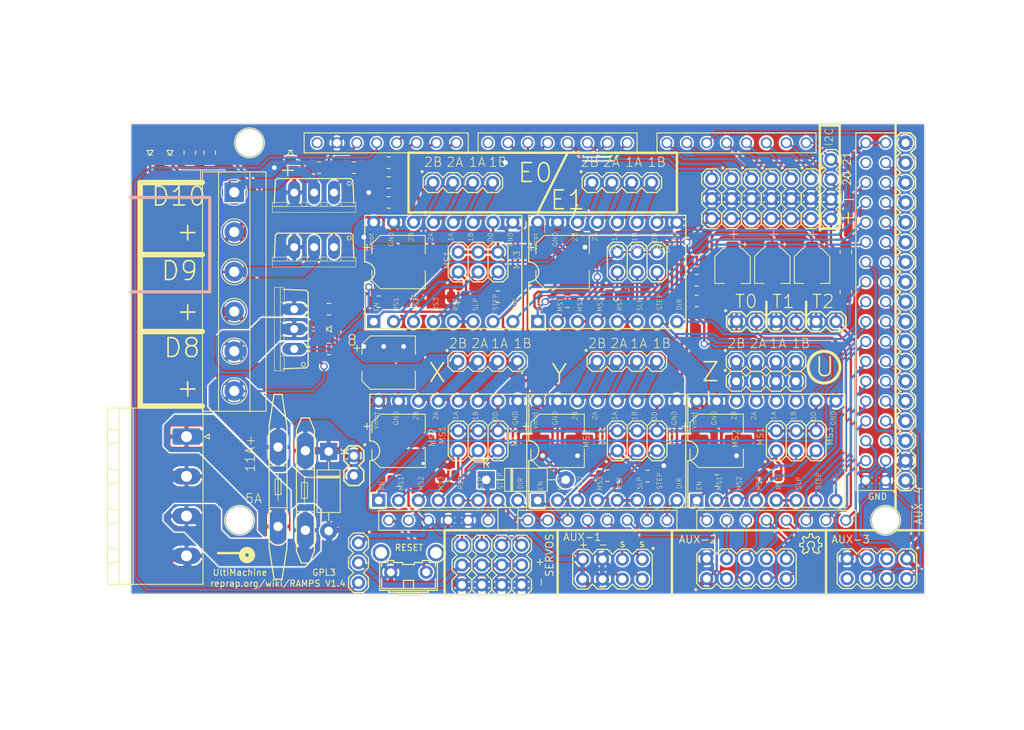
<source format=kicad_pcb>
(kicad_pcb (version 20240108) (generator "pcbnew") (generator_version "8.0")
  (title_block (title "RepRap Arduino Mega Polulu Shield 1.4") (date "2021-11-26") (rev "V1.41") (comment 1 "Converted by Matthieu MASSON"))
  (layers (0 "F.Cu" signal "Top") (31 "B.Cu" signal "Bottom") (34 "B.Paste" user) (35 "F.Paste" user) (36 "B.SilkS" user "B.Silkscreen") (37 "F.SilkS" user "F.Silkscreen") (38 "B.Mask" user) (39 "F.Mask" user) (44 "Edge.Cuts" user))
  (net 0 "")
  (net 1 "GND")
  (net 2 "VCC")
  (net 3 "+12V")
  (net 4 "+5V")
  (net 5 "/D1")
  (net 6 "/D2")
  (net 7 "/THERM2")
  (net 8 "/THERM0")
  (net 9 "/THERM1")
  (net 10 "/AM-VIN")
  (net 11 "/SCL")
  (net 12 "/SDA")
  (net 13 "/D12")
  (net 14 "/D9")
  (net 15 "/D8")
  (net 16 "/D10")
  (net 17 "/LED")
  (net 18 "/E0-EN")
  (net 19 "/E1-EN")
  (net 20 "/X-EN")
  (net 21 "/Y-EN")
  (net 22 "/Z-EN")
  (net 23 "/RESET")
  (net 24 "/D11")
  (net 25 "/D6")
  (net 26 "/D5")
  (net 27 "/D4")
  (net 28 "/A4")
  (net 29 "/A3")
  (net 30 "/D53")
  (net 31 "/SCK")
  (net 32 "/MOSI")
  (net 33 "/MISO")
  (net 34 "/D49")
  (net 35 "/Z-DIR")
  (net 36 "/D47")
  (net 37 "/Z-STEP")
  (net 38 "/D45")
  (net 39 "/D44")
  (net 40 "/D43")
  (net 41 "/D42")
  (net 42 "/D41")
  (net 43 "/D40")
  (net 44 "/D39")
  (net 45 "/D37")
  (net 46 "/E1-STEP")
  (net 47 "/D35")
  (net 48 "/E1-DIR")
  (net 49 "/D33")
  (net 50 "/D32")
  (net 51 "/D31")
  (net 52 "/D29")
  (net 53 "/E0-DIR")
  (net 54 "/D27")
  (net 55 "/E0-STEP")
  (net 56 "/D25")
  (net 57 "/D23")
  (net 58 "/Z-MAX")
  (net 59 "/Z-MIN")
  (net 60 "/D17")
  (net 61 "/D16")
  (net 62 "/Y-MAX")
  (net 63 "/Y-MIN")
  (net 64 "/X-MIN")
  (net 65 "/X-MAX")
  (net 66 "/A12")
  (net 67 "/A11")
  (net 68 "/A10")
  (net 69 "/A9")
  (net 70 "/Y-DIR")
  (net 71 "/Y-STEP")
  (net 72 "/A5")
  (net 73 "/X-DIR")
  (net 74 "/X-STEP")
  (net 75 "Net-(F1-Pad2)")
  (net 76 "+12P")
  (net 77 "Net-(F2-Pad1)")
  (net 78 "Net-(JP2-Pad5)")
  (net 79 "Net-(JP2-Pad3)")
  (net 80 "Net-(JP2-Pad1)")
  (net 81 "Net-(JP3-Pad5)")
  (net 82 "Net-(JP3-Pad3)")
  (net 83 "Net-(JP3-Pad1)")
  (net 84 "Net-(JP4-Pad5)")
  (net 85 "Net-(JP4-Pad3)")
  (net 86 "Net-(JP4-Pad1)")
  (net 87 "Net-(JP5-Pad5)")
  (net 88 "Net-(JP5-Pad3)")
  (net 89 "Net-(JP5-Pad1)")
  (net 90 "Net-(LED1-Pad2)")
  (net 91 "Net-(LED2-Pad2)")
  (net 92 "Net-(LED3-Pad2)")
  (net 93 "Net-(LED4-Pad2)")
  (net 94 "Net-(E0-MOT1-Pad4)")
  (net 95 "Net-(E0-MOT1-Pad3)")
  (net 96 "Net-(E0-MOT1-Pad2)")
  (net 97 "Net-(E0-MOT1-Pad1)")
  (net 98 "Net-(E1-MOT1-Pad4)")
  (net 99 "Net-(E1-MOT1-Pad3)")
  (net 100 "Net-(E1-MOT1-Pad2)")
  (net 101 "Net-(E1-MOT1-Pad1)")
  (net 102 "Net-(J1-Pad5)")
  (net 103 "Net-(J1-Pad3)")
  (net 104 "Net-(J1-Pad1)")
  (net 105 "Net-(U2-PadRST)")
  (net 106 "Net-(U2-Pad2B)")
  (net 107 "Net-(U2-Pad2A)")
  (net 108 "Net-(U2-Pad1B)")
  (net 109 "Net-(U2-Pad1A)")
  (net 110 "Net-(U3-PadRST)")
  (net 111 "Net-(U3-Pad2B)")
  (net 112 "Net-(U3-Pad2A)")
  (net 113 "Net-(U3-Pad1B)")
  (net 114 "Net-(U3-Pad1A)")
  (net 115 "Net-(U4-PadRST)")
  (net 116 "Net-(U4-Pad2B)")
  (net 117 "Net-(U4-Pad2A)")
  (net 118 "Net-(U4-Pad1B)")
  (net 119 "Net-(U4-Pad1A)")
  (net 120 "Net-(U5-PadRST)")
  (net 121 "Net-(U6-PadRST)")
  (net 122 "Net-(JP1-Pad5)")
  (net 123 "Net-(JP1-Pad3)")
  (net 124 "Net-(JP1-Pad1)")
  (net 125 "Net-(Q1-Pad1)")
  (net 126 "Net-(Q2-Pad1)")
  (net 127 "Net-(Q3-Pad1)")
  (footprint "Resistor_SMD:R_0805_2012Metric" (layer "F.Cu") (at 170.09735 94.9449)
    (property "Reference" "R1" (hide yes))
    (property "Value" "4.7K" (hide yes))
  )
  (footprint "Capacitor_SMD:CP_Elec_4x5.3" (layer "F.Cu") (at 179.74935 93.0987 -90)
    (property "Reference" "C8" (hide yes))
    (property "Value" "10uF" (hide yes))
  )
  (footprint "RAMPS_1-41:PIN-HEADER-1x03" (layer "F.Cu") (at 177.08235 84.5199 -90)
    (property "Reference" "Y-50" (hide yes))
    (property "Value" "~" (hide yes))
  )
  (footprint "RAMPS_1-41:PIN-HEADER-1x03" (layer "F.Cu") (at 172.00235 84.5199 -90)
    (property "Reference" "X-50" (hide yes))
    (property "Value" "~" (hide yes))
  )
  (footprint "RAMPS_1-41:PIN-HEADER-1x03" (layer "F.Cu") (at 174.54235 84.5199 -90)
    (property "Reference" "X+50" (hide yes))
    (property "Value" "~" (hide yes))
  )
  (footprint "RAMPS_1-41:PIN-HEADER-1x03" (layer "F.Cu") (at 179.62235 84.5199 -90)
    (property "Reference" "Y+50" (hide yes))
    (property "Value" "~" (hide yes))
  )
  (footprint "RAMPS_1-41:PIN-HEADER-1x03" (layer "F.Cu") (at 182.16235 84.5199 -90)
    (property "Reference" "Z-50" (hide yes))
    (property "Value" "~" (hide yes))
  )
  (footprint "RAMPS_1-41:PIN-HEADER-1x03" (layer "F.Cu") (at 184.70235 84.5199 -90)
    (property "Reference" "Z+50" (hide yes))
    (property "Value" "~" (hide yes))
  )
  (footprint "RAMPS_1-41:TRANSISTOR-POWER_TO220BV" (layer "F.Cu") (at 121.20225 86.2661 180)
    (property "Reference" "Q1" (hide yes))
    (property "Value" "STP55NF06L" (hide yes))
  )
  (footprint "Resistor_SMD:R_0805_2012Metric" (layer "F.Cu") (at 170.09735 97.5823)
    (property "Reference" "R7" (hide yes))
    (property "Value" "4.7K" (hide yes))
  )
  (footprint "Capacitor_SMD:CP_Elec_4x5.3" (layer "F.Cu") (at 174.66935 93.0987 -90)
    (property "Reference" "C5" (hide yes))
    (property "Value" "10uF" (hide yes))
  )
  (footprint "RAMPS_1-41:TRANSISTOR-POWER_TO220BV" (layer "F.Cu") (at 121.20225 93.2512 180)
    (property "Reference" "Q2" (hide yes))
    (property "Value" "STP55NF06L" (hide yes))
  )
  (footprint "RAMPS_1-41:TRANSISTOR-POWER_TO220BV" (layer "F.Cu") (at 116.12245 101.1886 90)
    (property "Reference" "Q3" (hide yes))
    (property "Value" "STP55NF06L" (hide yes))
  )
  (footprint "Resistor_SMD:R_0805_2012Metric" (layer "F.Cu") (at 130.72735 82.4561)
    (property "Reference" "R2" (hide yes))
    (property "Value" "100K" (hide yes))
  )
  (footprint "Resistor_SMD:R_0805_2012Metric" (layer "F.Cu") (at 133.90235 97.6961 180)
    (property "Reference" "R4" (hide yes))
    (property "Value" "100K" (hide yes))
  )
  (footprint "Resistor_SMD:R_0805_2012Metric" (layer "F.Cu") (at 130.72735 79.9161 180)
    (property "Reference" "R9" (hide yes))
    (property "Value" "100K" (hide yes))
  )
  (footprint "Diode_THT:D_DO-41_SOD81_P10.16mm_Horizontal" (layer "F.Cu") (at 143.1925 120.4595)
    (property "Reference" "D1" (hide yes))
    (property "Value" "1N4004" (hide yes))
  )
  (footprint "RAMPS_1-41:ARDUINO_MEGA_SHIELD" (layer "F.Cu") (at 97.70735 128.1761)
    (property "Reference" "U1" (hide yes))
    (property "Value" "ARDUINO_MEGA_SHIELD")
  )
  (footprint "RAMPS_1-41:LED_0805" (layer "F.Cu") (at 118.18615 78.6461 -90)
    (property "Reference" "LED1" (hide yes))
    (property "Value" "~" (hide yes))
  )
  (footprint "Capacitor_SMD:CP_Elec_6.3x5.4" (layer "F.Cu") (at 130.72735 105.4748)
    (property "Reference" "C6" (hide yes))
    (property "Value" "100uF" (hide yes))
  )
  (footprint "TerminalBlock_MetzConnect:TerminalBlock_MetzConnect_Type101_RT01606HBWC_1x06_P5.08mm_Horizontal" (layer "F.Cu") (at 110.998 83.693 -90)
    (property "Reference" "J1" (hide yes))
    (property "Value" "282837-6" (hide yes))
  )
  (footprint "Resistor_SMD:R_0805_2012Metric" (layer "F.Cu") (at 139.61735 97.0611 180)
    (property "Reference" "R6" (hide yes))
    (property "Value" "100K" (hide yes))
  )
  (footprint "RAMPS_1-41:PIN-HEADER-2x03" (layer "F.Cu") (at 142.15735 92.6161)
    (property "Reference" "JP4" (hide yes))
    (property "Value" "~" (hide yes))
  )
  (footprint "RAMPS_1-41:PIN-HEADER-2x03" (layer "F.Cu") (at 162.47735 92.6161)
    (property "Reference" "JP5" (hide yes))
    (property "Value" "~" (hide yes))
  )
  (footprint "RAMPS_1-41:PIN-HEADER-2x03" (layer "F.Cu") (at 162.47735 115.4761)
    (property "Reference" "JP2" (hide yes))
    (property "Value" "~" (hide yes))
  )
  (footprint "RAMPS_1-41:PIN-HEADER-2x03" (layer "F.Cu") (at 142.15735 115.4761)
    (property "Reference" "JP1" (hide yes))
    (property "Value" "~" (hide yes))
  )
  (footprint "Resistor_SMD:R_0805_2012Metric" (layer "F.Cu") (at 159.78525 96.8101 180)
    (property "Reference" "R3" (hide yes))
    (property "Value" "100K" (hide yes))
  )
  (footprint "Resistor_SMD:R_0805_2012Metric" (layer "F.Cu") (at 138.34745 119.9211)
    (property "Reference" "R5" (hide yes))
    (property "Value" "100K" (hide yes))
  )
  (footprint "Resistor_SMD:R_0805_2012Metric" (layer "F.Cu") (at 163.81085 119.9846 180)
    (property "Reference" "R8" (hide yes))
    (property "Value" "100K" (hide yes))
  )
  (footprint "RAMPS_1-41:PIN-HEADER-1x04" (layer "F.Cu") (at 140.208 82.4561)
    (property "Reference" "E0-MOT1" (hide yes))
    (property "Value" "~" (hide yes))
  )
  (footprint "RAMPS_1-41:PIN-HEADER-1x04" (layer "F.Cu") (at 160.528 82.4561)
    (property "Reference" "E1-MOT1" (hide yes))
    (property "Value" "~" (hide yes))
  )
  (footprint "RAMPS_1-41:PIN-HEADER-1x04" (layer "F.Cu") (at 143.383 105.3163)
    (property "Reference" "X-MOT1" (hide yes))
    (property "Value" "~" (hide yes))
  )
  (footprint "RAMPS_1-41:PIN-HEADER-1x04" (layer "F.Cu") (at 161.163 105.3162)
    (property "Reference" "Y-MOT1" (hide yes))
    (property "Value" "~" (hide yes))
  )
  (footprint "RAMPS_1-41:MFR500" (layer "F.Cu") (at 120.09115 121.8261 -90)
    (property "Reference" "F1" (hide yes))
    (property "Value" "VAL**" (hide yes))
  )
  (footprint "RAMPS_1-41:PIN-HEADER-2x03" (layer "F.Cu") (at 182.79735 115.4761)
    (property "Reference" "JP3" (hide yes))
    (property "Value" "~" (hide yes))
  )
  (footprint "Resistor_SMD:R_0805_2012Metric" (layer "F.Cu") (at 179.62235 119.9211)
    (property "Reference" "R10" (hide yes))
    (property "Value" "100K" (hide yes))
  )
  (footprint "RAMPS_1-41:PIN-HEADER-1x04" (layer "F.Cu") (at 178.943 105.3161)
    (property "Reference" "Z-MOT2" (hide yes))
    (property "Value" "~" (hide yes))
  )
  (footprint "RAMPS_1-41:MFR1100" (layer "F.Cu") (at 116.59855 121.3499 90)
    (property "Reference" "F2" (hide yes))
    (property "Value" "VAL**")
  )
  (footprint "Connector_Phoenix_MSTB:PhoenixContact_MSTBA_2,5_4-G-5,08_1x04_P5.08mm_Horizontal" (layer "F.Cu") (at 104.902 114.935 -90)
    (property "Reference" "X4" (hide yes))
    (property "Value" "MSTBA4" (hide yes))
  )
  (footprint "Diode_THT:D_DO-41_SOD81_P10.16mm_Horizontal" (layer "F.Cu") (at 123.063 116.84 -90)
    (property "Reference" "D2" (hide yes))
    (property "Value" "1N4004" (hide yes))
  )
  (footprint "RAMPS_1-41:PIN-HEADER-1x06" (layer "F.Cu") (at 175.17735 100.2361)
    (property "Reference" "J4" (hide yes))
    (property "Value" "Conn_01x06" (hide yes))
  )
  (footprint "Resistor_SMD:R_0805_2012Metric" (layer "F.Cu") (at 170.09735 92.4575)
    (property "Reference" "R11" (hide yes))
    (property "Value" "4.7K" (hide yes))
  )
  (footprint "Capacitor_SMD:CP_Elec_4x5.3" (layer "F.Cu") (at 184.82935 93.0987 -90)
    (property "Reference" "C1" (hide yes))
    (property "Value" "10uF" (hide yes))
  )
  (footprint "RAMPS_1-41:PIN-HEADER-2x04" (layer "F.Cu") (at 193.11605 131.8273 180)
    (property "Reference" "AUX3" (hide yes))
    (property "Value" "Conn_02x04" (hide yes))
  )
  (footprint "RAMPS_1-41:PIN-HEADER-1x04" (layer "F.Cu") (at 187.24235 83.312 90)
    (property "Reference" "J5" (hide yes))
    (property "Value" "Conn_01x04" (hide yes))
  )
  (footprint "RAMPS_1-41:A4988_BREAKOUT" (layer "F.Cu") (at 130.09235 88.8061)
    (property "Reference" "U5")
    (property "Value" "A4988BREAKOUT")
  )
  (footprint "RAMPS_1-41:A4988_BREAKOUT" (layer "F.Cu") (at 151.04735 88.8061)
    (property "Reference" "U6")
    (property "Value" "A4988BREAKOUT")
  )
  (footprint "RAMPS_1-41:A4988_BREAKOUT" (layer "F.Cu") (at 130.72745 111.6661)
    (property "Reference" "U2")
    (property "Value" "A4988BREAKOUT")
  )
  (footprint "RAMPS_1-41:A4988_BREAKOUT" (layer "F.Cu") (at 151.04735 111.6661)
    (property "Reference" "U3")
    (property "Value" "A4988BREAKOUT")
  )
  (footprint "RAMPS_1-41:A4988_BREAKOUT" (layer "F.Cu") (at 171.36735 111.6661)
    (property "Reference" "U4")
    (property "Value" "A4988BREAKOUT")
  )
  (footprint "RAMPS_1-41:PIN-HEADER-1x03" (layer "F.Cu") (at 147.71365 131.3511 90)
    (property "Reference" "SER4" (hide yes))
    (property "Value" "Conn_01x03" (hide yes))
  )
  (footprint "RAMPS_1-41:PIN-HEADER-1x03" (layer "F.Cu") (at 145.17355 131.3511 90)
    (property "Reference" "SER3" (hide yes))
    (property "Value" "Conn_01x03" (hide yes))
  )
  (footprint "RAMPS_1-41:PIN-HEADER-1x03" (layer "F.Cu") (at 142.63365 131.3511 90)
    (property "Reference" "SER2" (hide yes))
    (property "Value" "Conn_01x03" (hide yes))
  )
  (footprint "RAMPS_1-41:PIN-HEADER-1x03" (layer "F.Cu") (at 140.09355 131.3512 90)
    (property "Reference" "SER1" (hide yes))
    (property "Value" "Conn_01x03" (hide yes))
  )
  (footprint "RAMPS_1-41:PIN-HEADER-1x18" (layer "F.Cu") (at 196.76735 120.5561 90)
    (property "Reference" "AUX4" (hide yes))
    (property "Value" "Conn_01x18" (hide yes))
  )
  (footprint "RAMPS_1-41:PIN-HEADER-1x04" (layer "F.Cu") (at 178.943 107.8561)
    (property "Reference" "Z-MOT1" (hide yes))
    (property "Value" "~" (hide yes))
  )
  (footprint "Resistor_SMD:R_0805_2012Metric" (layer "F.Cu") (at 121.83735 80.5511 180)
    (property "Reference" "R12" (hide yes))
    (property "Value" "1K" (hide yes))
  )
  (footprint "RAMPS_1-41:PIN-HEADER-2x05" (layer "F.Cu") (at 175.17735 131.8273)
    (property "Reference" "AUX2" (hide yes))
    (property "Value" "Conn_02x05" (hide yes))
  )
  (footprint "Resistor_SMD:R_0805_2012Metric" (layer "F.Cu") (at 126.28235 80.5511)
    (property "Reference" "R13" (hide yes))
    (property "Value" "10R" (hide yes))
  )
  (footprint "Resistor_SMD:R_0805_2012Metric" (layer "F.Cu") (at 130.72735 84.9961)
    (property "Reference" "R14" (hide yes))
    (property "Value" "10R" (hide yes))
  )
  (footprint "Resistor_SMD:R_0805_2012Metric" (layer "F.Cu") (at 129.45735 97.6961)
    (property "Reference" "R15" (hide yes))
    (property "Value" "10R" (hide yes))
  )
  (footprint "Capacitor_SMD:C_0805_2012Metric" (layer "F.Cu") (at 123.10735 98.6486 180)
    (property "Reference" "C2" (hide yes))
    (property "Value" "100nF" (hide yes))
  )
  (footprint "Resistor_SMD:R_0805_2012Metric" (layer "F.Cu") (at 144.69735 97.0611)
    (property "Reference" "R16" (hide yes))
    (property "Value" "10K" (hide yes))
  )
  (footprint "Resistor_SMD:R_0805_2012Metric" (layer "F.Cu") (at 153.58735 97.6961)
    (property "Reference" "R17" (hide yes))
    (property "Value" "10K" (hide yes))
  )
  (footprint "Resistor_SMD:R_0805_2012Metric" (layer "F.Cu") (at 131.99735 120.5561)
    (property "Reference" "R18" (hide yes))
    (property "Value" "10K" (hide yes))
  )
  (footprint "Resistor_SMD:R_0805_2012Metric" (layer "F.Cu") (at 158.66735 119.9211)
    (property "Reference" "R19" (hide yes))
    (property "Value" "10K" (hide yes))
  )
  (footprint "Resistor_SMD:R_0805_2012Metric" (layer "F.Cu") (at 172.63735 120.5561)
    (property "Reference" "R20" (hide yes))
    (property "Value" "10K" (hide yes))
  )
  (footprint "Capacitor_SMD:CP_Elec_6.3x5.4" (layer "F.Cu") (at 131.99735 92.6161)
    (property "Reference" "C3" (hide yes))
    (property "Value" "100uF" (hide yes))
  )
  (footprint "Capacitor_SMD:CP_Elec_6.3x5.4" (layer "F.Cu") (at 152.95235 92.6161)
    (property "Reference" "C4" (hide yes))
    (property "Value" "100uF" (hide yes))
  )
  (footprint "Capacitor_SMD:CP_Elec_6.3x5.4" (layer "F.Cu") (at 131.99735 115.4761)
    (property "Reference" "C7" (hide yes))
    (property "Value" "100uF" (hide yes))
  )
  (footprint "Capacitor_SMD:CP_Elec_6.3x5.4" (layer "F.Cu") (at 152.31735 115.4761)
    (property "Reference" "C9" (hide yes))
    (property "Value" "100uF" (hide yes))
  )
  (footprint "Capacitor_SMD:CP_Elec_6.3x5.4" (layer "F.Cu") (at 172.63735 115.4761)
    (property "Reference" "C10" (hide yes))
    (property "Value" "100uF" (hide yes))
  )
  (footprint "RAMPS_1-41:SWITCH-OMRON_B3F-31XX" (layer "F.Cu") (at 133.26735 131.0336)
    (property "Reference" "S1" (hide yes))
    (property "Value" "~" (hide yes))
  )
  (footprint "Resistor_SMD:R_0805_2012Metric" (layer "F.Cu") (at 189.14735 91.3461 90)
    (property "Reference" "R21" (hide yes))
    (property "Value" "4.7K" (hide yes))
  )
  (footprint "Resistor_SMD:R_0805_2012Metric" (layer "F.Cu") (at 189.14735 96.4261 -90)
    (property "Reference" "R22" (hide yes))
    (property "Value" "4.7K" (hide yes))
  )
  (footprint "RAMPS_1-41:LED_0805" (layer "F.Cu") (at 123.10735 101.1886)
    (property "Reference" "LED2" (hide yes))
    (property "Value" "~" (hide yes))
  )
  (footprint "RAMPS_1-41:LED_0805" (layer "F.Cu") (at 100.24735 78.6461 90)
    (property "Reference" "LED3" (hide yes))
    (property "Value" "~" (hide yes))
  )
  (footprint "RAMPS_1-41:LED_0805" (layer "F.Cu") (at 102.78735 78.6461 90)
    (property "Reference" "LED4" (hide yes))
    (property "Value" "~" (hide yes))
  )
  (footprint "Resistor_SMD:R_0805_2012Metric" (layer "F.Cu") (at 123.10735 103.7286 180)
    (property "Reference" "R23" (hide yes))
    (property "Value" "1.8K" (hide yes))
  )
  (footprint "Resistor_SMD:R_0805_2012Metric" (layer "F.Cu") (at 107.86735 78.6461 -90)
    (property "Reference" "R24" (hide yes))
    (property "Value" "1.8K" (hide yes))
  )
  (footprint "Resistor_SMD:R_0805_2012Metric" (layer "F.Cu") (at 105.32735 78.6461 -90)
    (property "Reference" "R25" (hide yes))
    (property "Value" "1.8K" (hide yes))
  )
  (footprint "RAMPS_1-41:PIN-HEADER-1x02" (layer "F.Cu") (at 126.28235 117.3811 -90)
    (property "Reference" "J2" (hide yes))
    (property "Value" "Conn_01x02" (hide yes))
  )
  (footprint "RAMPS_1-41:OSHW_OSHW_6X100_NOTEXT" (layer "F.Cu") (at 183.261 129.921)
    (property "Reference" "LOGO1" (hide yes))
    (property "Value" "OSHW_LOGO_6MILX0100-NT" (hide yes))
  )
  (footprint "RAMPS_1-41:PIN-HEADER-2x04" (layer "F.Cu") (at 159.3215 131.8895 180)
    (property "Reference" "AUX1" (hide yes))
    (property "Value" "Conn_02x04" (hide yes))
  )
  (footprint "RAMPS_1-41:PIN-HEADER-1x03" (layer "F.Cu") (at 126.873 131.064 -90)
    (property "Reference" "J3" (hide yes))
    (property "Value" "Conn_01x03" (hide yes))
  )
  (gr_line (start 107.86735 96.4261) (end 97.70735 96.4261) (stroke (width 0.4064)) (layer "B.SilkS"))
  (gr_line (start 107.86735 84.3611) (end 107.86735 96.4261) (stroke (width 0.4064)) (layer "B.SilkS"))
  (gr_line (start 97.70735 84.3611) (end 107.86735 84.3611) (stroke (width 0.4064)) (layer "B.SilkS"))
  (gr_line (start 166.92235 135.1611) (end 166.92235 126.9061) (stroke (width 0.3048)) (layer "F.SilkS"))
  (gr_line (start 137.87105 135.1611) (end 137.87105 126.9061) (stroke (width 0.3048)) (layer "F.SilkS"))
  (gr_line (start 188.35365 75.1536) (end 185.81365 75.1536) (stroke (width 0.3048)) (layer "F.SilkS"))
  (gr_line (start 98.97735 111.0311) (end 106.91485 111.0311) (stroke (width 0.7)) (layer "F.SilkS"))
  (gr_circle (center 186.35335 106.0527) (end 188.38535 106.0527) (stroke (width 0.381)) (fill none) (layer "F.SilkS"))
  (gr_line (start 186.60735 126.9061) (end 199.30735 126.9061) (stroke (width 0.3048)) (layer "F.SilkS"))
  (gr_line (start 98.97735 101.5061) (end 98.97735 111.0311) (stroke (width 0.7)) (layer "F.SilkS"))
  (gr_line (start 137.87105 126.9061) (end 152.31735 126.9061) (stroke (width 0.3048)) (layer "F.SilkS"))
  (gr_line (start 98.97735 91.6636) (end 98.97735 101.5061) (stroke (width 0.7)) (layer "F.SilkS"))
  (gr_line (start 167.55735 78.6461) (end 167.55735 86.2661) (stroke (width 0.3048)) (layer "F.SilkS"))
  (gr_line (start 166.92235 126.9061) (end 186.60735 126.9061) (stroke (width 0.3048)) (layer "F.SilkS"))
  (gr_line (start 98.97735 82.4561) (end 98.97735 91.6636) (stroke (width 0.7)) (layer "F.SilkS"))
  (gr_line (start 98.97735 91.6636) (end 106.91485 91.6636) (stroke (width 0.7)) (layer "F.SilkS"))
  (gr_line (start 186.60735 126.9061) (end 186.60735 135.1611) (stroke (width 0.3048)) (layer "F.SilkS"))
  (gr_line (start 185.81365 75.1536) (end 185.81365 88.3298) (stroke (width 0.3048)) (layer "F.SilkS"))
  (gr_line (start 153.58735 78.6461) (end 167.55735 78.6461) (stroke (width 0.3048)) (layer "F.SilkS"))
  (gr_line (start 152.31735 126.9061) (end 166.92235 126.9061) (stroke (width 0.3048)) (layer "F.SilkS"))
  (gr_line (start 152.31735 126.9061) (end 152.31735 135.1611) (stroke (width 0.3048)) (layer "F.SilkS"))
  (gr_line (start 133.26735 86.2661) (end 133.26735 78.6461) (stroke (width 0.3048)) (layer "F.SilkS"))
  (gr_line (start 185.81365 88.3298) (end 188.35365 88.3298) (stroke (width 0.3048)) (layer "F.SilkS"))
  (gr_line (start 149.77735 86.2661) (end 153.58735 78.6461) (stroke (width 0.3048)) (layer "F.SilkS"))
  (gr_line (start 178.98735 97.6961) (end 178.98735 100.8711) (stroke (width 0.3048)) (layer "F.SilkS"))
  (gr_line (start 133.26735 78.6461) (end 153.58735 78.6461) (stroke (width 0.3048)) (layer "F.SilkS"))
  (gr_line (start 106.91485 82.4561) (end 98.97735 82.4561) (stroke (width 0.7)) (layer "F.SilkS"))
  (gr_line (start 195.49735 74.93) (end 195.49735 126.9061) (stroke (width 0.3048)) (layer "F.SilkS"))
  (gr_line (start 167.55735 86.2661) (end 133.26735 86.2661) (stroke (width 0.3048)) (layer "F.SilkS"))
  (gr_line (start 98.97735 101.5061) (end 106.91485 101.5061) (stroke (width 0.7)) (layer "F.SilkS"))
  (gr_line (start 184.06735 97.6961) (end 184.06735 100.8711) (stroke (width 0.3048)) (layer "F.SilkS"))
  (gr_line (start 188.35365 88.3298) (end 188.35365 75.1536) (stroke (width 0.3048)) (layer "F.SilkS"))
  (gr_circle (center 112.62985 130.0811) (end 113.26485 130.0811) (stroke (width 0.8128)) (fill none) (layer "F.SilkS"))
  (gr_line (start 199.29485 135.1611) (end 199.29485 74.8461) (stroke (width 0.05)) (layer "Edge.Cuts"))
  (gr_line (start 97.70735 74.8461) (end 97.70735 135.1611) (stroke (width 0.05)) (layer "Edge.Cuts"))
  (gr_line (start 199.29485 74.8461) (end 97.70735 74.8461) (stroke (width 0.05)) (layer "Edge.Cuts"))
  (gr_line (start 199.29485 135.1611) (end 97.70735 135.1611) (stroke (width 0.05)) (layer "Edge.Cuts"))
  (gr_text "+" (at 178.98735 88.1711 0) (layer "B.SilkS") (effects (font (size 1.35128 1.35128) (thickness 0.113792)) (justify right top mirror)))
  (gr_text "+" (at 173.90735 88.1711 0) (layer "B.SilkS") (effects (font (size 1.35128 1.35128) (thickness 0.113792)) (justify right top mirror)))
  (gr_text "+" (at 184.06735 88.1711 0) (layer "B.SilkS") (effects (font (size 1.35128 1.35128) (thickness 0.113792)) (justify right top mirror)))
  (gr_text "+" (at 173.90735 88.1711 0) (layer "B.SilkS") (effects (font (size 1.35128 1.35128) (thickness 0.113792)) (justify right top mirror)))
  (gr_text "21" (at 189.865 80.391 90) (layer "F.SilkS") (effects (font (size 0.9652 0.9652) (thickness 0.12)) (justify left bottom)))
  (gr_text "5A" (at 112.31235 123.5722 0) (layer "F.SilkS") (effects (font (size 1.2065 1.2065) (thickness 0.1016)) (justify left bottom)))
  (gr_text "8" (at 170.41485 124.0486 90) (layer "F.SilkS") (effects (font (size 0.77216 0.77216) (thickness 0.065024)) (justify left bottom)))
  (gr_text "-" (at 107.86735 131.6687 0) (layer "F.SilkS") (effects (font (size 3.6195 3.6195) (thickness 0.3048)) (justify left bottom)))
  (gr_text "2A" (at 141.20485 103.7286 0) (layer "F.SilkS") (effects (font (size 1.2065 1.2065) (thickness 0.1016)) (justify left bottom)))
  (gr_text "X" (at 135.64855 108.1736 0) (layer "F.SilkS") (effects (font (size 2.413 2.413) (thickness 0.2032)) (justify left bottom)))
  (gr_text "U" (at 187.833 107.442 0) (layer "F.SilkS") (effects (font (size 2.413 2.413) (thickness 0.2032)) (justify left bottom mirror)))
  (gr_text "2A" (at 158.98485 103.7286 0) (layer "F.SilkS") (effects (font (size 1.2065 1.2065) (thickness 0.1016)) (justify left bottom)))
  (gr_text "SERVOS" (at 151.84115 132.9385 90) (layer "F.SilkS") (effects (font (size 0.9652 0.9652) (thickness 0.12)) (justify left bottom)))
  (gr_text "1A" (at 179.30485 103.7286 0) (layer "F.SilkS") (effects (font (size 1.2065 1.2065) (thickness 0.1016)) (justify left bottom)))
  (gr_text "1A" (at 143.74485 103.7286 0) (layer "F.SilkS") (effects (font (size 1.2065 1.2065) (thickness 0.1016)) (justify left bottom)))
  (gr_text "E0" (at 147.07855 82.6148 0) (layer "F.SilkS") (effects (font (size 2.413 2.413) (thickness 0.2032)) (justify left bottom)))
  (gr_text "8" (at 125.32985 103.4111 0) (layer "F.SilkS") (effects (font (size 1.35128 1.35128) (thickness 0.113792)) (justify left bottom)))
  (gr_text "MS1" (at 138.02985 115.9524 90) (layer "F.SilkS") (effects (font (size 0.77216 0.77216) (thickness 0.065024)) (justify left bottom)))
  (gr_text "AUX-4" (at 198.98985 126.2711 90) (layer "F.SilkS") (effects (font (size 0.9652 0.9652) (thickness 0.12)) (justify left bottom)))
  (gr_text "MS3" (at 167.23985 116.1111 90) (layer "F.SilkS") (effects (font (size 0.77216 0.77216) (thickness 0.065024)) (justify left bottom)))
  (gr_text "2A" (at 158.03235 80.5511 0) (layer "F.SilkS") (effects (font (size 1.2065 1.2065) (thickness 0.1016)) (justify left bottom)))
  (gr_text "2A" (at 138.02985 80.5511 0) (layer "F.SilkS") (effects (font (size 1.2065 1.2065) (thickness 0.1016)) (justify left bottom)))
  (gr_text "1B" (at 143.42735 80.5511 0) (layer "F.SilkS") (effects (font (size 1.2065 1.2065) (thickness 0.1016)) (justify left bottom)))
  (gr_text "MS3" (at 187.55985 116.1111 90) (layer "F.SilkS") (effects (font (size 0.77216 0.77216) (thickness 0.065024)) (justify left bottom)))
  (gr_text "1B" (at 146.60235 103.7286 0) (layer "F.SilkS") (effects (font (size 1.2065 1.2065) (thickness 0.1016)) (justify left bottom)))
  (gr_text "-" (at 157.48 129.286 0) (layer "F.SilkS") (effects (font (size 0.9652 0.9652) (thickness 0.12)) (justify left bottom)))
  (gr_text "2B" (at 156.12735 103.7286 0) (layer "F.SilkS") (effects (font (size 1.2065 1.2065) (thickness 0.1016)) (justify left bottom)))
  (gr_text "2B" (at 135.17235 80.5511 0) (layer "F.SilkS") (effects (font (size 1.2065 1.2065) (thickness 0.1016)) (justify left bottom)))
  (gr_text "+" (at 154.94 129.286 0) (layer "F.SilkS") (effects (font (size 0.9652 0.9652) (thickness 0.12)) (justify left bottom)))
  (gr_text "MS1" (at 161.04865 90.3937 0) (layer "F.SilkS") (effects (font (size 0.77216 0.77216) (thickness 0.065024)) (justify right top)))
  (gr_text "AUX-3" (at 187.24235 128.6524 0) (layer "F.SilkS") (effects (font (size 0.9652 0.9652) (thickness 0.12)) (justify left bottom)))
  (gr_text "MS3" (at 166.76365 90.5523 0) (layer "F.SilkS") (effects (font (size 0.77216 0.77216) (thickness 0.065024)) (justify right top)))
  (gr_text "2B" (at 155.17485 80.5511 0) (layer "F.SilkS") (effects (font (size 1.2065 1.2065) (thickness 0.1016)) (justify left bottom)))
  (gr_text "+" (at 150.57105 131.6686 90) (layer "F.SilkS") (effects (font (size 0.9652 0.9652) (thickness 0.12)) (justify left bottom)))
  (gr_text "1A" (at 160.88985 80.5511 0) (layer "F.SilkS") (effects (font (size 1.2065 1.2065) (thickness 0.1016)) (justify left bottom)))
  (gr_text "V1.4" (at 122.555 134.1862 0) (layer "F.SilkS") (effects (font (size 0.8 0.8) (thickness 0.12)) (justify left bottom)))
  (gr_text "+" (at 116.59855 81.821 0) (layer "F.SilkS") (effects (font (size 1.83388 1.83388) (thickness 0.154432)) (justify left bottom)))
  (gr_text "2B" (at 173.90735 103.7286 0) (layer "F.SilkS") (effects (font (size 1.2065 1.2065) (thickness 0.1016)) (justify left bottom)))
  (gr_text "reprap.org/wiki/RAMPS" (at 107.86735 134.1862 0) (layer "F.SilkS") (effects (font (size 0.8 0.8) (thickness 0.12)) (justify left bottom)))
  (gr_text "UltiMachine" (at 108.18485 132.7798 0) (layer "F.SilkS") (effects (font (size 0.8 0.8) (thickness 0.12)) (justify left bottom)))
  (gr_text "T2" (at 184.70235 98.6486 0) (layer "F.SilkS") (effects (font (size 1.6891 1.6891) (thickness 0.14224)) (justify left bottom)))
  (gr_text "1B" (at 182.16235 103.7286 0) (layer "F.SilkS") (effects (font (size 1.2065 1.2065) (thickness 0.1016)) (justify left bottom)))
  (gr_text "+" (at 188.214 87.884 0) (layer "F.SilkS") (effects (font (size 1.83388 1.83388) (thickness 0.154432)) (justify left bottom)))
  (gr_text "2A" (at 176.76485 103.7286 0) (layer "F.SilkS") (effects (font (size 1.2065 1.2065) (thickness 0.1016)) (justify left bottom)))
  (gr_text "MS3" (at 147.55485 93.5687 90) (layer "F.SilkS") (effects (font (size 0.77216 0.77216) (thickness 0.065024)) (justify left bottom)))
  (gr_text "RESET" (at 131.445 129.6049 0) (layer "F.SilkS") (effects (font (size 0.8 0.8) (thickness 0.12)) (justify left bottom)))
  (gr_text "MS2" (at 156.44485 116.4286 90) (layer "F.SilkS") (effects (font (size 0.77216 0.77216) (thickness 0.065024)) (justify left bottom)))
  (gr_text "I2C" (at 187.55985 77.8523 90) (layer "F.SilkS") (effects (font (size 0.9652 0.9652) (thickness 0.08128)) (justify left bottom)))
  (gr_text "GND" (at 191.897 123.063 0) (layer "F.SilkS") (effects (font (size 0.8 0.8) (thickness 0.12)) (justify left bottom)))
  (gr_text "-" (at 188.341 85.471 0) (layer "F.SilkS") (effects (font (size 1.6891 1.6891) (thickness 0.14224)) (justify left bottom)))
  (gr_text "1A" (at 140.88735 80.5511 0) (layer "F.SilkS") (effects (font (size 1.2065 1.2065) (thickness 0.1016)) (justify left bottom)))
  (gr_text "2B" (at 138.34735 103.7286 0) (layer "F.SilkS") (effects (font (size 1.2065 1.2065) (thickness 0.1016)) (justify left bottom)))
  (gr_text "+" (at 103.42235 90.0761 0) (layer "F.SilkS") (effects (font (size 2.413 2.413) (thickness 0.2032)) (justify left bottom)))
  (gr_text "T1" (at 179.62235 98.6486 0) (layer "F.SilkS") (effects (font (size 1.6891 1.6891) (thickness 0.14224)) (justify left bottom)))
  (gr_text "MS1" (at 158.34985 116.1112 90) (layer "F.SilkS") (effects (font (size 0.77216 0.77216) (thickness 0.065024)) (justify left bottom)))
  (gr_text "MS3" (at 147.23735 116.2699 90) (layer "F.SilkS") (effects (font (size 0.77216 0.77216) (thickness 0.065024)) (justify left bottom)))
  (gr_text "MS2" (at 136.75985 116.2699 90) (layer "F.SilkS") (effects (font (size 0.77216 0.77216) (thickness 0.065024)) (justify left bottom)))
  (gr_text "MS1" (at 138.66485 93.5687 90) (layer "F.SilkS") (effects (font (size 0.77216 0.77216) (thickness 0.065024)) (justify left bottom)))
  (gr_text "1B" (at 163.74735 80.5511 0) (layer "F.SilkS") (effects (font (size 1.2065 1.2065) (thickness 0.1016)) (justify left bottom)))
  (gr_text "1B" (at 164.38235 103.7286 0) (layer "F.SilkS") (effects (font (size 1.2065 1.2065) (thickness 0.1016)) (justify left bottom)))
  (gr_text "s" (at 162.63615 129.159 0) (layer "F.SilkS") (effects (font (size 0.9652 0.9652) (thickness 0.12)) (justify left bottom)))
  (gr_text "AUX-2" (at 167.71615 128.6524 0) (layer "F.SilkS") (effects (font (size 0.9652 0.9652) (thickness 0.12)) (justify left bottom)))
  (gr_text "MS2" (at 163.90615 90.3936 0) (layer "F.SilkS") (effects (font (size 0.77216 0.77216) (thickness 0.065024)) (justify right top)))
  (gr_text "20" (at 189.865 82.931 90) (layer "F.SilkS") (effects (font (size 0.9652 0.9652) (thickness 0.12)) (justify left bottom)))
  (gr_text "D10" (at 100.24735 85.6311 0) (layer "F.SilkS") (effects (font (size 2.413 2.413) (thickness 0.2032)) (justify left bottom)))
  (gr_text "Z" (at 170.561 108.077 0) (layer "F.SilkS") (effects (font (size 2.413 2.413) (thickness 0.2032)) (justify left bottom)))
  (gr_text "Y" (at 151.36485 108.3324 0) (layer "F.SilkS") (effects (font (size 2.413 2.413) (thickness 0.2032)) (justify left bottom)))
  (gr_text "T0" (at 174.85985 98.6486 0) (layer "F.SilkS") (effects (font (size 1.6891 1.6891) (thickness 0.14224)) (justify left bottom)))
  (gr_text "D9" (at 101.51735 95.1561 0) (layer "F.SilkS") (effects (font (size 2.413 2.413) (thickness 0.2032)) (justify left bottom)))
  (gr_text "GPL3" (at 120.88485 132.7799 0) (layer "F.SilkS") (effects (font (size 0.8 0.8) (thickness 0.12)) (justify left bottom)))
  (gr_text "1A" (at 161.52485 103.7286 0) (layer "F.SilkS") (effects (font (size 1.2065 1.2065) (thickness 0.1016)) (justify left bottom)))
  (gr_text "D8" (at 101.83485 104.9986 0) (layer "F.SilkS") (effects (font (size 2.413 2.413) (thickness 0.2032)) (justify left bottom)))
  (gr_text "11A+" (at 113.74105 119.6037 90) (layer "F.SilkS") (effects (font (size 1.2065 1.2065) (thickness 0.1016)) (justify left bottom)))
  (gr_text "+" (at 103.42235 110.0786 0) (layer "F.SilkS") (effects (font (size 2.413 2.413) (thickness 0.2032)) (justify left bottom)))
  (gr_text "E1" (at 151.20605 86.1074 0) (layer "F.SilkS") (effects (font (size 2.413 2.413) (thickness 0.2032)) (justify left bottom)))
  (gr_text "MS1" (at 178.66985 116.1112 90) (layer "F.SilkS") (effects (font (size 0.77216 0.77216) (thickness 0.065024)) (justify left bottom)))
  (gr_text "s" (at 160.147 129.159 0) (layer "F.SilkS") (effects (font (size 0.9652 0.9652) (thickness 0.12)) (justify left bottom)))
  (gr_text "MS2" (at 175.49485 116.4286 90) (layer "F.SilkS") (effects (font (size 0.77216 0.77216) (thickness 0.065024)) (justify left bottom)))
  (gr_text "AUX-1" (at 152.95235 128.3349 0) (layer "F.SilkS") (effects (font (size 0.9652 0.9652) (thickness 0.12)) (justify left bottom)))
  (gr_text "+" (at 103.42235 100.2361 0) (layer "F.SilkS") (effects (font (size 2.413 2.413) (thickness 0.2032)) (justify left bottom)))
  (gr_text "-" (at 150.72985 134.2086 90) (layer "F.SilkS") (effects (font (size 0.9652 0.9652) (thickness 0.12)) (justify left bottom)))
  (segment (start 145.33235 84.6786) (end 139.29985 84.6786) (width 0.3048) (layer "F.Cu") (net 1))
  (segment (start 131.00675 133.5355) (end 131.36235 133.8911) (width 0.6096) (layer "F.Cu") (net 1))
  (segment (start 128.18735 83.7261) (end 128.18735 81.8211) (width 0.3048) (layer "F.Cu") (net 1))
  (segment (start 135.80735 97.6961) (end 134.90235 97.6961) (width 0.3048) (layer "F.Cu") (net 1))
  (segment (start 136.44235 97.0611) (end 135.80735 97.6961) (width 0.3048) (layer "F.Cu") (net 1))
  (segment (start 131.99735 89.4411) (end 133.26735 89.4411) (width 0.8128) (layer "F.Cu") (net 1))
  (segment (start 175.17735 97.6961) (end 174.54235 97.0611) (width 0.3048) (layer "F.Cu") (net 1))
  (segment (start 189.30605 130.5573) (end 189.30605 130.5574) (width 0.6096) (layer "F.Cu") (net 1))
  (segment (start 184.82935 97.1881) (end 184.82935 94.8987) (width 0.3048) (layer "F.Cu") (net 1))
  (segment (start 131.36235 81.1861) (end 131.72735 80.8211) (width 0.3048) (layer "F.Cu") (net 1))
  (segment (start 165.88095 118.6511) (end 165.88095 119.6925) (width 0.3048) (layer "F.Cu") (net 1))
  (segment (start 178.62235 116.3811) (end 178.62235 119.9211) (width 0.3048) (layer "F.Cu") (net 1))
  (segment (start 179.74935 97.1881) (end 179.74935 94.8987) (width 0.3048) (layer "F.Cu") (net 1))
  (segment (start 155.65235 92.6161) (end 160.88985 92.6161) (width 0.3048) (layer "F.Cu") (net 1))
  (segment (start 155.01735 114.3661) (end 155.01735 115.4761) (width 0.8128) (layer "F.Cu") (net 1))
  (segment (start 138.66485 133.2561) (end 138.66485 128.4936) (width 0.6096) (layer "F.Cu") (net 1))
  (segment (start 137.71235 94.2036) (end 136.44235 95.4736) (width 0.3048) (layer "F.Cu") (net 1))
  (segment (start 116.43985 98.6486) (end 118.66245 98.6486) (width 1.27) (layer "F.Cu") (net 1))
  (segment (start 173.90735 103.4111) (end 175.17735 103.4111) (width 0.6096) (layer "F.Cu") (net 1))
  (segment (start 175.33735 115.4761) (end 177.71735 115.4761) (width 0.3048) (layer "F.Cu") (net 1))
  (segment (start 155.65235 90.8686) (end 155.80985 90.7111) (width 0.6096) (layer "F.Cu") (net 1))
  (segment (start 139.29985 133.8911) (end 140.09345 133.8911) (width 0.6096) (layer "F.Cu") (net 1))
  (segment (start 165.88095 119.6925) (end 165.65235 119.9211) (width 0.3048) (layer "F.Cu") (net 1))
  (segment (start 131.99735 110.396) (end 131.99735 109.1261) (width 0.6096) (layer "F.Cu") (net 1))
  (segment (start 134.69735 115.4761) (end 137.07735 115.4761) (width 0.3048) (layer "F.Cu") (net 1))
  (segment (start 129.72735 83.4561) (end 129.72735 82.4561) (width 0.3048) (layer "F.Cu") (net 1))
  (segment (start 131.99745 111.6662) (end 134.69735 114.3661) (width 1.016) (layer "F.Cu") (net 1))
  (segment (start 131.36235 88.8061) (end 131.99735 89.4411) (width 0.8128) (layer "F.Cu") (net 1))
  (segment (start 109.45485 134.2086) (end 120.88485 134.2086) (width 0.9144) (layer "F.Cu") (net 1))
  (segment (start 128.18735 81.8211) (end 128.82235 81.1861) (width 0.3048) (layer "F.Cu") (net 1))
  (segment (start 101.04105 130.2398) (end 100.24735 129.4461) (width 1.4224) (layer "F.Cu") (net 1))
  (segment (start 136.44235 97.0611) (end 138.61735 97.0611) (width 0.3048) (layer "F.Cu") (net 1))
  (segment (start 105.00985 132.3036) (end 105.00985 130.0811) (width 1.016) (layer "F.Cu") (net 1))
  (segment (start 155.65235 92.1411) (end 155.65235 92.6161) (width 0.6096) (layer "F.Cu") (net 1))
  (segment (start 129.45735 127.5411) (end 130.40985 127.5411) (width 0.6096) (layer "F.Cu") (net 1))
  (segment (start 133.26735 89.4411) (end 134.69735 90.8711) (width 0.8128) (layer "F.Cu") (net 1))
  (segment (start 165.65235 119.9211) (end 164.87435 119.9211) (width 0.3048) (layer "F.Cu") (net 1))
  (segment (start 123.10735 126.9061) (end 128.82235 126.9061) (width 0.6096) (layer "F.Cu") (net 1))
  (segment (start 185.33735 100.2361) (end 185.33735 97.6961) (width 0.3048) (layer "F.Cu") (net 1))
  (segment (start 177.71735 115.4761) (end 178.62235 116.3811) (width 0.3048) (layer "F.Cu") (net 1))
  (segment (start 175.17735 100.2361) (end 175.17735 97.6961) (width 0.3048) (layer "F.Cu") (net 1))
  (segment (start 180.25735 100.2361) (end 180.25735 97.6961) (width 0.3048) (layer "F.Cu") (net 1))
  (segment (start 174.54235 95.0257) (end 174.66935 94.8987) (width 0.3048) (layer "F.Cu") (net 1))
  (segment (start 189.30605 130.5574) (end 191.68735 128.1761) (width 0.6096) (layer "F.Cu") (net 1))
  (segment (start 175.33735 115.4761) (end 175.17735 115.6361) (width 0.3048) (layer "F.Cu") (net 1))
  (segment (start 191.68735 120.5561) (end 194.22735 120.5561) (width 0.6096) (layer "F.Cu") (net 1))
  (segment (start 128.82235 126.9061) (end 129.45735 127.5411) (width 0.6096) (layer "F.Cu") (net 1))
  (segment (start 131.36235 87.5361) (end 131.36235 88.8061) (width 0.8128) (layer "F.Cu") (net 1))
  (segment (start 155.65235 92.6161) (end 155.65235 90.8686) (width 0.6096) (layer "F.Cu") (net 1))
  (segment (start 116.12235 80.5511) (end 116.75735 79.9161) (width 0.3048) (layer "F.Cu") (net 1))
  (segment (start 120.88485 134.2086) (end 123.10735 131.9861) (width 0.8128) (layer "F.Cu") (net 1))
  (segment (start 133.42735 107.6961) (end 133.42735 105.4748) (width 0.6096) (layer "F.Cu") (net 1))
  (segment (start 134.69735 114.3661) (end 134.69735 115.4761) (width 1.016) (layer "F.Cu") (net 1))
  (segment (start 138.34735 128.1761) (end 138.34735 125.6361) (width 0.6096) (layer "F.Cu") (net 1))
  (segment (start 134.69735 92.6161) (end 134.90235 92.8211) (width 0.3048) (layer "F.Cu") (net 1))
  (segment (start 161.20735 92.9336) (end 161.20735 96.388) (width 0.3048) (layer "F.Cu") (net 1))
  (segment (start 138.02985 133.8911) (end 138.66485 133.8911) (width 0.6096) (layer "F.Cu") (net 1))
  (segment (start 137.34745 115.7462) (end 137.34745 119.9211) (width 0.3048) (layer "F.Cu") (net 1))
  (segment (start 140.09345 133.8911) (end 140.09355 133.8912) (width 0.6096) (layer "F.Cu") (net 1))
  (segment (start 138.66485 128.4936) (end 138.34735 128.1761) (width 0.6096) (layer "F.Cu") (net 1))
  (segment (start 152.31735 111.6661) (end 155.01735 114.3661) (width 0.8128) (layer "F.Cu") (net 1))
  (segment (start 175.17735 103.4111) (end 186.60735 103.4111) (width 0.6096) (layer "F.Cu") (net 1))
  (segment (start 180.25735 97.6961) (end 179.74935 97.1881) (width 0.3048) (layer "F.Cu") (net 1))
  (segment (start 152.31735 110.3961) (end 152.31735 111.6661) (width 0.8128) (layer "F.Cu") (net 1))
  (segment (start 106.91485 134.2086) (end 109.45485 134.2086) (width 1.016) (layer "F.Cu") (net 1))
  (segment (start 131.36235 133.8911) (end 138.02985 133.8911) (width 0.6096) (layer "F.Cu") (net 1))
  (segment (start 138.02985 133.8911) (end 138.66485 133.2561) (width 0.6096) (layer "F.Cu") (net 1))
  (segment (start 136.44235 95.4736) (end 136.44235 97.0611) (width 0.3048) (layer "F.Cu") (net 1))
  (segment (start 172.63735 110.3961) (end 172.63735 104.6811) (width 0.6096) (layer "F.Cu") (net 1))
  (segment (start 152.31735 88.8061) (end 154.22235 90.7111) (width 1.016) (layer "F.Cu") (net 1))
  (segment (start 146.60235 80.8686) (end 146.60235 83.4086) (width 0.3048) (layer "F.Cu") (net 1))
  (segment (start 139.29985 84.6786) (end 137.71235 86.2661) (width 0.3048) (layer "F.Cu") (net 1))
  (segment (start 116.75735 79.9161) (end 116.75735 78.0111) (width 0.3048) (layer "F.Cu") (net 1))
  (segment (start 194.22735 120.5561) (end 195.33865 118.9686) (width 0.6096) (layer "F.Cu") (net 1))
  (segment (start 131.67985 128.8111) (end 131.67985 131.6051) (width 0.6096) (layer "F.Cu") (net 1))
  (segment (start 131.67985 131.6051) (end 131.00675 132.2782) (width 0.6096) (layer "F.Cu") (net 1))
  (segment (start 155.01735 115.4761) (end 155.01735 117.2211) (width 0.6096) (layer "F.Cu") (net 1))
  (segment (start 152.31735 87.5361) (end 152.31735 88.8061) (width 1.016) (layer "F.Cu") (net 1))
  (segment (start 191.68735 128.1761) (end 191.68735 120.5561) (width 0.6096) (layer "F.Cu") (net 1))
  (segment (start 154.22235 90.7111) (end 155.49235 90.7111) (width 1.016) (layer "F.Cu") (net 1))
  (segment (start 128.18735 83.7261) (end 129.45735 83.7261) (width 0.3048) (layer "F.Cu") (net 1))
  (segment (start 102.15235 119.9211) (end 104.85115 119.9211) (width 1.27) (layer "F.Cu") (net 1))
  (segment (start 172.63735 111.3486) (end 175.17735 113.8886) (width 1.016) (layer "F.Cu") (net 1))
  (segment (start 175.17735 115.3161) (end 175.33735 115.4761) (width 1.016) (layer "F.Cu") (net 1))
  (segment (start 131.99735 109.1261) (end 133.42735 107.6961) (width 0.6096) (layer "F.Cu") (net 1))
  (segment (start 105.00985 130.2398) (end 101.04105 130.2398) (width 1.4224) (layer "F.Cu") (net 1))
  (segment (start 131.00675 132.2782) (end 131.00675 133.5355) (width 0.6096) (layer "F.Cu") (net 1))
  (segment (start 130.40985 127.5411) (end 131.67985 128.8111) (width 0.6096) (layer "F.Cu") (net 1))
  (segment (start 138.66485 133.2561) (end 139.29985 133.8911) (width 0.6096) (layer "F.Cu") (net 1))
  (segment (start 175.17735 115.6361) (end 175.17735 117.3811) (width 0.3048) (layer "F.Cu") (net 1))
  (segment (start 137.71235 86.2661) (end 137.71235 94.2036) (width 0.3048) (layer "F.Cu") (net 1))
  (segment (start 134.69735 90.8711) (end 134.69735 92.6161) (width 0.8128) (layer "F.Cu") (net 1))
  (segment (start 105.00985 132.3036) (end 106.91485 134.2086) (width 1.016) (layer "F.Cu") (net 1))
  (segment (start 164.87435 119.9211) (end 164.81085 119.9846) (width 0.3048) (layer "F.Cu") (net 1))
  (segment (start 117.17235 77.5961) (end 118.18615 77.5961) (width 0.3048) (layer "F.Cu") (net 1))
  (segment (start 102.15235 119.9211) (end 100.24735 118.0161) (width 1.4224) (layer "F.Cu") (net 1))
  (segment (start 104.05735 96.4261) (end 114.21735 96.4261) (width 1.27) (layer "F.Cu") (net 1))
  (segment (start 138.66485 133.8911) (end 138.66485 133.2561) (width 0.6096) (layer "F.Cu") (net 1))
  (segment (start 161.20735 96.388) (end 160.78525 96.8101) (width 0.3048) (layer "F.Cu") (net 1))
  (segment (start 131.99745 110.3961) (end 131.99745 111.6662) (width 1.016) (layer "F.Cu") (net 1))
  (segment (start 116.75735 78.0111) (end 117.17235 77.5961) (width 0.3048) (layer "F.Cu") (net 1))
  (segment (start 100.24735 121.8261) (end 102.15235 119.9211) (width 1.4224) (layer "F.Cu") (net 1))
  (segment (start 146.60235 83.4086) (end 145.33235 84.6786) (width 0.3048) (layer "F.Cu") (net 1))
  (segment (start 118.66245 98.6486) (end 122.25735 98.6486) (width 0.3048) (layer "F.Cu") (net 1))
  (segment (start 100.24735 118.0161) (end 100.24735 110.3961) (width 1.4224) (layer "F.Cu") (net 1))
  (segment (start 187.87735 104.6811) (end 187.87735 110.3961) (width 0.6096) (layer "F.Cu") (net 1))
  (segment (start 131.72735 80.8211) (end 131.72735 79.9161) (width 0.3048) (layer "F.Cu") (net 1))
  (segment (start 155.49235 90.7111) (end 155.65235 92.1411) (width 0.6096) (layer "F.Cu") (net 1))
  (segment (start 137.07735 115.4761) (end 137.34745 115.7462) (width 0.3048) (layer "F.Cu") (net 1))
  (segment (start 100.24735 110.3961) (end 100.24735 100.2361) (width 1.27) (layer "F.Cu") (net 1))
  (segment (start 100.24735 100.2361) (end 104.05735 96.4261) (width 1.27) (layer "F.Cu") (net 1))
  (segment (start 195.33865 118.9686) (end 196.76735 118.0161) (width 0.6096) (layer "F.Cu") (net 1))
  (segment (start 185.33735 97.6961) (end 184.82935 97.1881) (width 0.3048) (layer "F.Cu") (net 1))
  (segment (start 186.60735 103.4111) (end 187.87735 104.6811) (width 0.6096) (layer "F.Cu") (net 1))
  (segment (start 104.85115 119.9211) (end 105.00985 120.0798) (width 1.4224) (layer "F.Cu") (net 1))
  (segment (start 100.24735 129.4461) (end 100.24735 121.8261) (width 1.4224) (layer "F.Cu") (net 1))
  (segment (start 138.66485 133.8911) (end 139.29985 133.8911) (width 0.6096) (layer "F.Cu") (net 1))
  (segment (start 123.10735 131.9861) (end 123.10735 126.9061) (width 0.8128) (layer "F.Cu") (net 1))
  (segment (start 172.63735 104.6811) (end 173.90735 103.4111) (width 0.6096) (layer "F.Cu") (net 1))
  (segment (start 145.64985 79.9161) (end 146.60235 80.8686) (width 0.3048) (layer "F.Cu") (net 1))
  (segment (start 175.17735 103.4111) (end 175.17735 100.2361) (width 0.3048) (layer "F.Cu") (net 1))
  (segment (start 174.54235 97.0611) (end 174.54235 95.0257) (width 0.3048) (layer "F.Cu") (net 1))
  (segment (start 114.21735 96.4261) (end 116.43985 98.6486) (width 1.27) (layer "F.Cu") (net 1))
  (segment (start 129.45735 83.7261) (end 129.72735 83.4561) (width 0.3048) (layer "F.Cu") (net 1))
  (segment (start 155.01735 117.2211) (end 154.85735 117.3811) (width 0.6096) (layer "F.Cu") (net 1))
  (segment (start 131.99745 110.3961) (end 131.99735 110.396) (width 0.6096) (layer "F.Cu") (net 1))
  (segment (start 196.76735 118.0161) (end 196.76745 118.016) (width 0.6096) (layer "F.Cu") (net 1))
  (segment (start 128.82235 81.1861) (end 131.36235 81.1861) (width 0.3048) (layer "F.Cu") (net 1))
  (segment (start 175.17735 113.8886) (end 175.17735 115.3161) (width 1.016) (layer "F.Cu") (net 1))
  (segment (start 160.88985 92.6161) (end 161.20735 92.9336) (width 0.3048) (layer "F.Cu") (net 1))
  (segment (start 172.63735 110.3961) (end 172.63735 111.3486) (width 1.016) (layer "F.Cu") (net 1))
  (via (at 154.85735 117.3811) (size 0.9556) (drill 0.6) (layers "F.Cu" "B.Cu") (net 1))
  (via (at 165.88095 118.6511) (size 0.9556) (drill 0.6) (layers "F.Cu" "B.Cu") (net 1))
  (via (at 135.128 118.364) (size 0.8) (drill 0.4) (layers "F.Cu" "B.Cu") (net 1))
  (via (at 175.17735 117.3811) (size 0.9556) (drill 0.6) (layers "F.Cu" "B.Cu") (net 1))
  (via (at 128.18735 83.7261) (size 0.9556) (drill 0.6) (layers "F.Cu" "B.Cu") (net 1))
  (via (at 145.64985 79.9161) (size 0.9556) (drill 0.6) (layers "F.Cu" "B.Cu") (net 1))
  (via (at 155.80985 90.7111) (size 0.9556) (drill 0.6) (layers "F.Cu" "B.Cu") (net 1))
  (via (at 116.12235 80.5511) (size 0.9556) (drill 0.6) (layers "F.Cu" "B.Cu") (net 1))
  (segment (start 158.03235 133.0974) (end 158.03235 130.5573) (width 0.6096) (layer "B.Cu") (net 1))
  (segment (start 123.10735 130.7161) (end 119.93235 133.5736) (width 0.8128) (layer "B.Cu") (net 1))
  (segment (start 169.46235 132.6211) (end 169.46235 133.8911) (width 0.6096) (layer "B.Cu") (net 1))
  (segment (start 105.00985 131.9861) (end 105.00985 130.2398) (width 1.016) (layer "B.Cu") (net 1))
  (segment (start 188.82985 131.0336) (end 189.30605 130.5573) (width 0.6096) (layer "B.Cu") (net 1))
  (segment (start 179.62235 84.5199) (end 182.16235 84.5199) (width 0.6096) (layer "B.Cu") (net 1))
  (segment (start 146.60235 81.8211) (end 146.60235 85.7898) (width 1.27) (layer "B.Cu") (net 1))
  (segment (start 119.93235 133.5736) (end 109.13735 133.5736) (width 0.9144) (layer "B.Cu") (net 1))
  (segment (start 180.25735 98.9661) (end 185.33735 98.9661) (width 0.3048) (layer "B.Cu") (net 1))
  (segment (start 118.69225 83.7561) (end 118.66225 83.7261) (width 1.27) (layer "B.Cu") (net 1))
  (segment (start 171.36735 130.5573) (end 170.89115 131.0335) (width 0.6096) (layer "B.Cu") (net 1))
  (segment (start 145.17355 133.8911) (end 147.71365 133.8911) (width 0.6096) (layer "B.Cu") (net 1))
  (segment (start 126.28235 119.9211) (end 127.55235 119.9211) (width 1.016) (layer "B.Cu") (net 1))
  (segment (start 159.46105 128.8111) (end 169.62115 128.8111) (width 0.6096) (layer "B.Cu") (net 1))
  (segment (start 107.86735 82.4561) (end 109.13735 81.1861) (width 0.3048) (layer "B.Cu") (net 1))
  (segment (start 106.59735 93.8861) (end 109.29605 91.1873) (width 1.27) (layer "B.Cu") (net 1))
  (segment (start 170.09735 134.5261) (end 185.33735 134.5261) (width 0.6096) (layer "B.Cu") (net 1))
  (segment (start 105.00985 120.0798) (end 102.78735 120.0798) (width 1.4224) (layer "B.Cu") (net 1))
  (segment (start 114.85235 81.1861) (end 115.48735 80.5511) (width 0.3048) (layer "B.Cu") (net 1))
  (segment (start 175.17735 100.2361) (end 175.17735 98.9661) (width 0.3048) (layer "B.Cu") (net 1))
  (segment (start 168.98615 87.5361) (end 172.00235 84.5199) (width 0.6096) (layer "B.Cu") (net 1))
  (segment (start 126.28235 86.5836) (end 127.23485 85.6311) (width 1.4224) (layer "B.Cu") (net 1))
  (segment (start 135.17235 79.9161) (end 144.69735 79.9161) (width 1.27) (layer "B.Cu") (net 1))
  (segment (start 109.13735 133.5736) (end 106.59735 133.5736) (width 1.016) (layer "B.Cu") (net 1))
  (segment (start 130.72735 85.6311) (end 131.36235 86.2661) (width 1.27) (layer "B.Cu") (net 1))
  (segment (start 145.33235 80.5511) (end 146.60235 81.8211) (width 1.27) (layer "B.Cu") (net 1))
  (segment (start 100.56485 117.8573) (end 100.56485 106.2686) (width 1.016) (layer "B.Cu") (net 1))
  (segment (start 102.31105 120.0798) (end 102.15235 119.9211) (width 1.4224) (layer "B.Cu") (net 1))
  (segment (start 127.23485 85.6311) (end 128.18735 85.6311) (width 1.4224) (layer "B.Cu") (net 1))
  (segment (start 147.23735 110.3962) (end 147.23745 110.3961) (width 1.016) (layer "B.Cu") (net 1))
  (segment (start 165.65235 80.5511) (end 167.55735 82.4561) (width 0.6096) (layer "B.Cu") (net 1))
  (segment (start 153.58735 84.0435) (end 153.58735 81.8211) (width 0.6096) (layer "B.Cu") (net 1))
  (segment (start 102.78735 120.0798) (end 100.56485 117.8573) (width 1.016) (layer "B.Cu") (net 1))
  (segment (start 118.50365 86.1073) (end 119.29735 86.5836) (width 1.4224) (layer "B.Cu") (net 1))
  (segment (start 100.24735 129.4461) (end 100.88235 130.0811) (width 1.4224) (layer "B.Cu") (net 1))
  (segment (start 129.45735 85.6311) (end 135.17235 79.9161) (width 1.27) (layer "B.Cu") (net 1))
  (segment (start 175.17735 98.9661) (end 180.25735 98.9661) (width 0.3048) (layer "B.Cu") (net 1))
  (segment (start 102.78735 120.0798) (end 102.31105 120.0798) (width 1.4224) (layer "B.Cu") (net 1))
  (segment (start 128.18735 85.6311) (end 129.45735 85.6311) (width 1.4224) (layer "B.Cu") (net 1))
  (segment (start 184.70245 84.5198) (end 187.24235 84.5198) (width 0.6096) (layer "B.Cu") (net 1))
  (segment (start 158.03235 130.5573) (end 158.03235 130.2398) (width 0.6096) (layer "B.Cu") (net 1))
  (segment (start 147.71365 133.8911) (end 152.95235 133.8911) (width 0.6096) (layer "B.Cu") (net 1))
  (segment (start 128.18735 85.6311) (end 128.18735 83.7261) (width 0.3048) (layer "B.Cu") (net 1))
  (segment (start 127.55235 119.9211) (end 131.99735 115.4761) (width 1.016) (layer "B.Cu") (net 1))
  (segment (start 152.31735 86.2661) (end 152.31735 87.5361) (width 0.8128) (layer "B.Cu") (net 1))
  (segment (start 131.99735 115.4761) (end 131.99735 110.3962) (width 1.016) (layer "B.Cu") (net 1))
  (segment (start 118.18615 91.1873) (end 118.66225 90.7112) (width 1.27) (layer "B.Cu") (net 1))
  (segment (start 118.69225 85.8948) (end 118.69225 83.7561) (width 1.27) (layer "B.Cu") (net 1))
  (segment (start 152.31735 112.3011) (end 167.55735 112.3011) (width 1.27) (layer "B.Cu") (net 1))
  (segment (start 167.55735 112.3011) (end 167.55735 110.3961) (width 1.016) (layer "B.Cu") (net 1))
  (segment (start 109.13735 81.1861) (end 114.85235 81.1861) (width 0.3048) (layer "B.Cu") (net 1))
  (segment (start 123.10735 126.9061) (end 126.28235 123.7311) (width 1.016) (layer "B.Cu") (net 1))
  (segment (start 167.55735 87.5361) (end 168.98615 87.5361) (width 0.6096) (layer "B.Cu") (net 1))
  (segment (start 109.29605 91.1873) (end 118.18615 91.1873) (width 1.27) (layer "B.Cu") (net 1))
  (segment (start 107.86735 86.1073) (end 107.86735 82.4561) (width 0.3048) (layer "B.Cu") (net 1))
  (segment (start 105.00985 130.2398) (end 105.16855 130.0811) (width 0.9144) (layer "B.Cu") (net 1))
  (segment (start 118.18615 91.1873) (end 118.02735 91.3461) (width 0.8128) (layer "B.Cu") (net 1))
  (segment (start 123.10735 126.9061) (end 123.10735 130.7161) (width 0.8128) (layer "B.Cu") (net 1))
  (segment (start 170.89115 131.0335) (end 170.89115 131.1923) (width 0.6096) (layer "B.Cu") (net 1))
  (segment (start 184.70235 84.5199) (end 184.70245 84.5198) (width 0.3048) (layer "B.Cu") (net 1))
  (segment (start 169.46235 133.8911) (end 170.09735 134.5261) (width 0.6096) (layer "B.Cu") (net 1))
  (segment (start 132.63245 112.3011) (end 147.23735 112.3011) (width 1.27) (layer "B.Cu") (net 1))
  (segment (start 153.58735 134.5261) (end 156.76235 134.5261) (width 0.6096) (layer "B.Cu") (net 1))
  (segment (start 131.99745 110.3961) (end 131.99745 111.6661) (width 1.016) (layer "B.Cu") (net 1))
  (segment (start 102.15235 119.9211) (end 100.24735 118.0161) (width 1.4224) (layer "B.Cu") (net 1))
  (segment (start 153.58735 81.8211) (end 154.85735 80.5511) (width 0.6096) (layer "B.Cu") (net 1))
  (segment (start 118.50365 86.1073) (end 119.13865 86.1074) (width 0.9144) (layer "B.Cu") (net 1))
  (segment (start 106.59735 86.1073) (end 107.86735 86.1073) (width 1.4224) (layer "B.Cu") (net 1))
  (segment (start 138.34735 125.6361) (end 140.88735 125.6361) (width 0.6096) (layer "B.Cu") (net 1))
  (segment (start 100.24735 100.2361) (end 104.05735 96.4261) (width 1.4224) (layer "B.Cu") (net 1))
  (segment (start 106.59735 133.5736) (end 105.00985 131.9861) (width 1.016) (layer "B.Cu") (net 1))
  (segment (start 152.95235 133.8911) (end 153.58735 134.5261) (width 0.6096) (layer "B.Cu") (net 1))
  (segment (start 100.88235 130.0811) (end 104.69235 130.0811) (width 1.4224) (layer "B.Cu") (net 1))
  (segment (start 131.99745 111.6661) (end 132.63245 112.3011) (width 1.016) (layer "B.Cu") (net 1))
  (segment (start 175.17735 100.2361) (end 175.17725 99.9187) (width 0.3048) (layer "B.Cu") (net 1))
  (segment (start 172.00235 84.5199) (end 174.54235 84.5199) (width 0.6096) (layer "B.Cu") (net 1))
  (segment (start 177.08235 84.5199) (end 179.62235 84.5199) (width 0.6096) (layer "B.Cu") (net 1))
  (segment (start 151.84105 85.7898) (end 152.31735 86.2661) (width 1.27) (layer "B.Cu") (net 1))
  (segment (start 114.21735 96.4261) (end 116.43985 98.6486) (width 1.27) (layer "B.Cu") (net 1))
  (segment (start 119.29735 86.5836) (end 119.93235 86.5836) (width 1.4224) (layer "B.Cu") (net 1))
  (segment (start 105.32735 95.1561) (end 105.32735 87.3773) (width 1.4224) (layer "B.Cu") (net 1))
  (segment (start 169.62115 128.8111) (end 171.36735 130.5573) (width 0.6096) (layer "B.Cu") (net 1))
  (segment (start 131.99745 110.3961) (end 131.99735 110.396) (width 0.9144) (layer "B.Cu") (net 1))
  (segment (start 173.90735 118.6511) (end 165.88095 118.6511) (width 0.3048) (layer "B.Cu") (net 1))
  (segment (start 167.55735 112.3011) (end 172.63735 112.3011) (width 1.27) (layer "B.Cu") (net 1))
  (segment (start 185.33735 98.9661) (end 185.33735 100.2361) (width 0.3048) (layer "B.Cu") (net 1))
  (segment (start 119.93235 86.5836) (end 118.50345 85.79) (width 0.9144) (layer "B.Cu") (net 1))
  (segment (start 100.24735 118.0161) (end 100.24735 100.2361) (width 1.4224) (layer "B.Cu") (net 1))
  (segment (start 174.54235 84.5199) (end 177.08235 84.5199) (width 0.6096) (layer "B.Cu") (net 1))
  (segment (start 100.24735 121.8261) (end 100.24735 129.4461) (width 1.4224) (layer "B.Cu") (net 1))
  (segment (start 116.43985 98.6486) (end 118.66235 98.6486) (width 1.27) (layer "B.Cu") (net 1))
  (segment (start 104.05735 96.4261) (end 105.32735 95.1561) (width 1.4224) (layer "B.Cu") (net 1))
  (segment (start 144.69735 79.9161) (end 145.33235 80.5511) (width 1.27) (layer "B.Cu") (net 1))
  (segment (start 105.32735 95.1561) (end 106.59735 93.8861) (width 1.4224) (layer "B.Cu") (net 1))
  (segment (start 156.76235 134.5261) (end 158.03235 133.2561) (width 0.6096) (layer "B.Cu") (net 1))
  (segment (start 147.23735 112.3011) (end 152.31735 112.3011) (width 1.27) (layer "B.Cu") (net 1))
  (segment (start 129.45735 85.6311) (end 130.72735 85.6311) (width 1.27) (layer "B.Cu") (net 1))
  (segment (start 146.60235 85.7898) (end 146.60235 87.5361) (width 0.9144) (layer "B.Cu") (net 1))
  (segment (start 131.36235 86.2661) (end 131.36235 87.5361) (width 0.9144) (layer "B.Cu") (net 1))
  (segment (start 104.05735 96.4261) (end 114.21735 96.4261) (width 1.27) (layer "B.Cu") (net 1))
  (segment (start 145.33235 80.5511) (end 145.64985 80.2336) (width 0.3048) (layer "B.Cu") (net 1))
  (segment (start 158.03235 133.2561) (end 158.03235 133.0974) (width 0.6096) (layer "B.Cu") (net 1))
  (segment (start 158.03235 130.2398) (end 159.46105 128.8111) (width 0.6096) (layer "B.Cu") (net 1))
  (segment (start 185.33735 134.5261) (end 188.82985 131.0336) (width 0.6096) (layer "B.Cu") (net 1))
  (segment (start 142.63355 133.8912) (end 142.63365 133.8911) (width 0.6096) (layer "B.Cu") (net 1))
  (segment (start 170.89115 131.1923) (end 169.46235 132.6211) (width 0.6096) (layer "B.Cu") (net 1))
  (segment (start 167.55735 82.4561) (end 167.55735 87.5361) (width 0.6096) (layer "B.Cu") (net 1))
  (segment (start 146.60235 85.7898) (end 151.84105 85.7898) (width 1.27) (layer "B.Cu") (net 1))
  (segment (start 147.23735 112.3011) (end 147.23735 110.3962) (width 1.016) (layer "B.Cu") (net 1))
  (segment (start 175.17735 117.3811) (end 173.90735 118.6511) (width 0.3048) (layer "B.Cu") (net 1))
  (segment (start 145.64985 80.2336) (end 145.64985 79.9161) (width 0.3048) (layer "B.Cu") (net 1))
  (segment (start 105.32735 87.3773) (end 106.59735 86.1073) (width 1.4224) (layer "B.Cu") (net 1))
  (segment (start 180.25735 98.9661) (end 180.25735 100.2361) (width 0.3048) (layer "B.Cu") (net 1))
  (segment (start 151.84105 85.7898) (end 153.58735 84.0435) (width 0.6096) (layer "B.Cu") (net 1))
  (segment (start 152.31735 112.3011) (end 152.31735 110.3961) (width 1.016) (layer "B.Cu") (net 1))
  (segment (start 154.85735 80.5511) (end 165.65235 80.5511) (width 0.6096) (layer "B.Cu") (net 1))
  (segment (start 142.63365 133.8911) (end 145.17355 133.8911) (width 0.6096) (layer "B.Cu") (net 1))
  (segment (start 172.63735 112.3011) (end 172.63735 110.3961) (width 1.016) (layer "B.Cu") (net 1))
  (segment (start 115.48735 80.5511) (end 116.12235 80.5511) (width 0.3048) (layer "B.Cu") (net 1))
  (segment (start 131.99735 110.3962) (end 131.99745 110.3961) (width 1.6764) (layer "B.Cu") (net 1))
  (segment (start 126.28235 123.7311) (end 126.28235 119.9211) (width 1.016) (layer "B.Cu") (net 1))
  (segment (start 102.15235 119.9211) (end 100.24735 121.8261) (width 1.4224) (layer "B.Cu") (net 1))
  (segment (start 107.86735 86.1073) (end 118.50365 86.1073) (width 1.4224) (layer "B.Cu") (net 1))
  (segment (start 119.93235 86.5836) (end 126.28235 86.5836) (width 1.4224) (layer "B.Cu") (net 1))
  (segment (start 105.16855 130.0811) (end 105.32735 130.0811) (width 0.9144) (layer "B.Cu") (net 1))
  (segment (start 182.16235 84.5199) (end 184.70235 84.5199) (width 0.6096) (layer "B.Cu") (net 1))
  (segment (start 140.09355 133.8912) (end 142.63355 133.8912) (width 0.6096) (layer "B.Cu") (net 1))
  (segment (start 196.92605 130.5573) (end 196.92605 128.4936) (width 0.6096) (layer "F.Cu") (net 2))
  (segment (start 166.60485 85.9486) (end 165.01735 87.5361) (width 0.4064) (layer "F.Cu") (net 2))
  (segment (start 154.85735 125.0011) (end 156.12735 123.7311) (width 0.3048) (layer "F.Cu") (net 2))
  (segment (start 146.5911 102.1411) (end 143.74485 102.1411) (width 0.4064) (layer "F.Cu") (net 2))
  (segment (start 187.24235 87.0598) (end 187.24235 90.4411) (width 0.3048) (layer "F.Cu") (net 2))
  (segment (start 173.90735 121.8261) (end 173.63735 121.5561) (width 0.3048) (layer "F.Cu") (net 2))
  (segment (start 198.67235 132.3036) (end 196.92605 130.5573) (width 0.6096) (layer "F.Cu") (net 2))
  (segment (start 143.42735 98.6486) (end 144.10985 98.6486) (width 0.4064) (layer "F.Cu") (net 2))
  (segment (start 171.84355 87.0599) (end 172.00235 87.0599) (width 0.3048) (layer "F.Cu") (net 2))
  (segment (start 171.52615 133.0973) (end 172.63735 131.9861) (width 0.3048) (layer "F.Cu") (net 2))
  (segment (start 145.96735 92.6161) (end 144.69735 91.3461) (width 0.3048) (layer "F.Cu") (net 2))
  (segment (start 169.09735 91.0761) (end 168.82735 90.8061) (width 0.3048) (layer "F.Cu") (net 2))
  (segment (start 182.79735 114.2061) (end 185.33735 114.2061) (width 0.4064) (layer "F.Cu") (net 2))
  (segment (start 171.36735 133.0973) (end 171.52615 133.0973) (width 0.3048) (layer "F.Cu") (net 2))
  (segment (start 149.14235 104.69235) (end 146.5911 102.1411) (width 0.4064) (layer "F.Cu") (net 2))
  (segment (start 185.33735 114.2061) (end 185.33735 110.3961) (width 0.4064) (layer "F.Cu") (net 2))
  (segment (start 133.26735 123.7311) (end 133.26735 120.8261) (width 0.3048) (layer "F.Cu") (net 2))
  (segment (start 157.39735 95.7911) (end 155.49235 97.6961) (width 0.3048) (layer "F.Cu") (net 2))
  (segment (start 156.12735 123.7311) (end 156.12735 122.4611) (width 0.3048) (layer "F.Cu") (net 2))
  (segment (start 198.67235 133.8911) (end 198.67235 132.3036) (width 0.6096) (layer "F.Cu") (net 2))
  (segment (start 133.26735 120.8261) (end 132.99735 120.5561) (width 0.3048) (layer "F.Cu") (net 2))
  (segment (start 171.36735 133.0973) (end 171.36735 133.2561) (width 0.6096) (layer "F.Cu") (net 2))
  (segment (start 156.12735 122.4611) (end 156.76235 121.8261) (width 0.3048) (layer "F.Cu") (net 2))
  (segment (start 171.36735 133.2561) (end 172.63735 134.5261) (width 0.6096) (layer "F.Cu") (net 2))
  (segment (start 144.69735 114.2061) (end 144.69735 110.3962) (width 0.4064) (layer "F.Cu") (net 2))
  (segment (start 144.10985 98.6486) (end 145.69735 97.0611) (width 0.4064) (layer "F.Cu") (net 2))
  (segment (start 169.93855 134.5261) (end 171.36735 133.0973) (width 0.6096) (layer "F.Cu") (net 2))
  (segment (start 144.69735 91.3461) (end 144.69735 90.0761) (width 0.3048) (layer "F.Cu") (net 2))
  (segment (start 144.06235 89.4411) (end 144.06235 87.5361) (width 0.3048) (layer "F.Cu") (net 2))
  (segment (start 142.15735 91.3461) (end 139.61735 91.3461) (width 0.4064) (layer "F.Cu") (net 2))
  (segment (start 198.03735 134.5261) (end 198.67235 133.8911) (width 0.6096) (layer "F.Cu") (net 2))
  (segment (start 156.92105 134.5261) (end 169.93855 134.5261) (width 0.6096) (layer "F.Cu") (net 2))
  (segment (start 144.69745 110.3961) (end 144.69745 109.4435) (width 0.4064) (layer "F.Cu") (net 2))
  (segment (start 155.49235 133.0974) (end 156.92105 134.5261) (width 0.6096) (layer "F.Cu") (net 2))
  (segment (start 171.04985 103.0936) (end 171.04985 100.5536) (width 0.3048) (layer "F.Cu") (net 2))
  (segment (start 196.92605 128.4936) (end 198.03735 127.3823) (width 0.6096) (layer "F.Cu") (net 2))
  (segment (start 144.69735 110.3962) (end 144.69745 110.3961) (width 0.4064) (layer "F.Cu") (net 2))
  (segment (start 155.49235 97.6961) (end 154.58735 97.6961) (width 0.3048) (layer "F.Cu") (net 2))
  (segment (start 145.69735 95.1086) (end 145.96735 94.8386) (width 0.3048) (layer "F.Cu") (net 2))
  (segment (start 172.63735 134.5261) (end 198.03735 134.5261) (width 0.6096) (layer "F.Cu") (net 2))
  (segment (start 172.63735 131.9861) (end 172.63735 125.0011) (width 0.3048) (layer "F.Cu") (net 2))
  (segment (start 147.23735 107.8561) (end 149.14235 105.9511) (width 0.4064) (layer "F.Cu") (net 2))
  (segment (start 142.79235 101.1886) (end 142.79235 99.2836) (width 0.4064) (layer "F.Cu") (net 2))
  (segment (start 198.03735 127.3823) (end 198.03735 121.8261) (width 0.5588) (layer "F.Cu") (net 2))
  (segment (start 173.63735 121.5561) (end 173.63735 120.5561) (width 0.3048) (layer "F.Cu") (net 2))
  (segment (start 144.69745 109.4435) (end 146.28485 107.8561) (width 0.4064) (layer "F.Cu") (net 2))
  (segment (start 135.17235 125.6361) (end 133.26735 123.7311) (width 0.3048) (layer "F.Cu") (net 2))
  (segment (start 198.03735 121.8261) (end 196.76735 120.5561) (width 0.5588) (layer "F.Cu") (net 2))
  (segment (start 143.74485 102.1411) (end 142.79235 101.1886) (width 0.4064) (layer "F.Cu") (net 2))
  (segment (start 145.96735 94.8386) (end 145.96735 92.6161) (width 0.3048) (layer "F.Cu") (net 2))
  (segment (start 139.61735 114.2061) (end 142.15735 114.2061) (width 0.4064) (layer "F.Cu") (net 2))
  (segment (start 187.24235 90.4411) (end 189.14735 92.3461) (width 0.3048) (layer "F.Cu") (net 2))
  (segment (start 135.80735 125.6361) (end 135.17235 125.6361) (width 0.3048) (layer "F.Cu") (net 2))
  (segment (start 180.25735 114.2061) (end 182.79735 114.2061) (width 0.4064) (layer "F.Cu") (net 2))
  (segment (start 172.00235 87.0599) (end 170.89105 85.9486) (width 0.4064) (layer "F.Cu") (net 2))
  (segment (start 156.76235 121.8261) (end 158.03235 121.8261) (width 0.3048) (layer "F.Cu") (net 2))
  (segment (start 169.09735 94.9449) (end 169.09735 92.4575) (width 0.3048) (layer "F.Cu") (net 2))
  (segment (start 169.09735 92.4575) (end 169.09735 91.0761) (width 0.3048) (layer "F.Cu") (net 2))
  (segment (start 169.09735 97.5823) (end 169.09735 94.9449) (width 0.3048) (layer "F.Cu") (net 2))
  (segment (start 168.82735 90.8061) (end 168.82735 90.0761) (width 0.3048) (layer "F.Cu") (net 2))
  (segment (start 155.49235 130.5573) (end 154.85735 130.5573) (width 0.3048) (layer "F.Cu") (net 2))
  (segment (start 170.89105 85.9486) (end 166.60485 85.9486) (width 0.4064) (layer "F.Cu") (net 2))
  (segment (start 149.14235 105.9511) (end 149.14235 104.69235) (width 0.4064) (layer "F.Cu") (net 2))
  (segment (start 165.01735 114.2061) (end 165.01735 110.3961) (width 0.4064) (layer "F.Cu") (net 2))
  (segment (start 145.69735 97.0611) (end 145.33235 96.6961) (width 0.4064) (layer "F.Cu") (net 2))
  (segment (start 145.33235 96.6961) (end 145.33235 96.4261) (width 0.4064) (layer "F.Cu") (net 2))
  (segment (start 154.85735 130.5573) (end 154.85735 125.0011) (width 0.3048) (layer "F.Cu") (net 2))
  (segment (start 157.39735 94.5211) (end 157.39735 95.7911) (width 0.3048) (layer "F.Cu") (net 2))
  (segment (start 173.90735 123.7311) (end 173.90735 121.8261) (width 0.3048) (layer "F.Cu") (net 2))
  (segment (start 171.04985 100.5536) (end 169.09735 98.6011) (width 0.3048) (layer "F.Cu") (net 2))
  (segment (start 144.69735 91.3461) (end 142.15735 91.3461) (width 0.4064) (layer "F.Cu") (net 2))
  (segment (start 144.69735 90.0761) (end 144.06235 89.4411) (width 0.3048) (layer "F.Cu") (net 2))
  (segment (start 169.09735 98.6011) (end 169.09735 97.5823) (width 0.3048) (layer "F.Cu") (net 2))
  (segment (start 145.69735 97.0611) (end 145.69735 95.1086) (width 0.3048) (layer "F.Cu") (net 2))
  (segment (start 142.79235 99.2836) (end 143.42735 98.6486) (width 0.4064) (layer "F.Cu") (net 2))
  (segment (start 146.28485 107.8561) (end 147.23735 107.8561) (width 0.4064) (layer "F.Cu") (net 2))
  (segment (start 189.14735 92.3461) (end 189.14735 95.4261) (width 0.3048) (layer "F.Cu") (net 2))
  (segment (start 168.82735 90.0761) (end 171.84355 87.0599) (width 0.3048) (layer "F.Cu") (net 2))
  (segment (start 172.63735 125.0011) (end 173.90735 123.7311) (width 0.3048) (layer "F.Cu") (net 2))
  (segment (start 159.66735 120.1911) (end 159.66735 119.9211) (width 0.3048) (layer "F.Cu") (net 2))
  (segment (start 158.03235 121.8261) (end 159.66735 120.1911) (width 0.3048) (layer "F.Cu") (net 2))
  (segment (start 142.15735 114.2061) (end 144.69735 114.2061) (width 0.4064) (layer "F.Cu") (net 2))
  (via (at 168.82735 90.0761) (size 0.9556) (drill 0.6) (layers "F.Cu" "B.Cu") (net 2))
  (via (at 157.39735 94.5211) (size 0.9556) (drill 0.6) (layers "F.Cu" "B.Cu") (net 2))
  (via (at 171.04985 103.0936) (size 0.9556) (drill 0.6) (layers "F.Cu" "B.Cu") (net 2))
  (segment (start 174.54235 87.0599) (end 177.08235 87.0599) (width 0.4064) (layer "B.Cu") (net 2))
  (segment (start 157.39735 93.2511) (end 157.39735 94.5211) (width 0.3048) (layer "B.Cu") (net 2))
  (segment (start 165.01735 91.3461) (end 162.47735 91.3461) (width 0.3048) (layer "B.Cu") (net 2))
  (segment (start 191.68735 77.3761) (end 194.22735 77.3761) (width 0.4064) (layer "B.Cu") (net 2))
  (segment (start 144.69735 114.2061) (end 159.93735 114.2061) (width 0.4064) (layer "B.Cu") (net 2))
  (segment (start 172.00235 103.0936) (end 171.04985 103.0936) (width 0.3048) (layer "B.Cu") (net 2))
  (segment (start 126.91735 128.4936) (end 127.23485 128.4936) (width 0.6096) (layer "B.Cu") (net 2))
  (segment (start 155.49235 130.5573) (end 155.49235 133.0974) (width 0.6096) (layer "B.Cu") (net 2))
  (segment (start 128.524 124.46) (end 128.18735 124.12335) (width 0.3048) (layer "B.Cu") (net 2))
  (segment (start 135.17235 126.9061) (end 135.80735 126.2711) (width 0.6096) (layer "B.Cu") (net 2))
  (segment (start 184.70235 87.0599) (end 187.24225 87.0599) (width 0.4064) (layer "B.Cu") (net 2))
  (segment (start 165.01735 114.2061) (end 180.25735 114.2061) (width 0.4064) (layer "B.Cu") (net 2))
  (segment (start 177.08235 87.0599) (end 179.62235 87.0599) (width 0.4064) (layer "B.Cu") (net 2))
  (segment (start 182.16235 87.0599) (end 184.70235 87.0599) (width 0.4064) (layer "B.Cu") (net 2))
  (segment (start 166.28735 90.0761) (end 165.01735 91.3461) (width 0.3048) (layer "B.Cu") (net 2))
  (segment (start 128.18735 121.8261) (end 135.80735 114.2061) (width 0.3048) (layer "B.Cu") (net 2))
  (segment (start 137.39485 127.2236) (end 148.82485 127.2236) (width 0.6096) (layer "B.Cu") (net 2))
  (segment (start 185.33735 110.3961) (end 185.33735 109.1261) (width 0.3048) (layer "B.Cu") (net 2))
  (segment (start 135.80735 125.6361) (end 134.63125 124.46) (width 0.3048) (layer "B.Cu") (net 2))
  (segment (start 135.80735 114.2061) (end 139.61735 114.2061) (width 0.4064) (layer "B.Cu") (net 2))
  (segment (start 187.24235 87.0598) (end 187.24235 86.9011) (width 0.6096) (layer "B.Cu") (net 2))
  (segment (start 135.17235 127.5411) (end 135.17235 126.9061) (width 0.6096) (layer "B.Cu") (net 2))
  (segment (start 159.93735 114.2061) (end 162.47735 114.2061) (width 0.4064) (layer "B.Cu") (net 2))
  (segment (start 162.47735 91.3461) (end 159.93735 91.3461) (width 0.3048) (layer "B.Cu") (net 2))
  (segment (start 128.18735 124.12335) (end 128.18735 121.8261) (width 0.3048) (layer "B.Cu") (net 2))
  (segment (start 185.65485 103.4111) (end 172.31985 103.4111) (width 0.3048) (layer "B.Cu") (net 2))
  (segment (start 127.23485 128.4936) (end 128.18735 127.5411) (width 0.6096) (layer "B.Cu") (net 2))
  (segment (start 158.98485 92.2986) (end 158.34985 92.2986) (width 0.3048) (layer "B.Cu") (net 2))
  (segment (start 162.47735 114.2061) (end 165.01735 114.2061) (width 0.4064) (layer "B.Cu") (net 2))
  (segment (start 187.24235 86.9011) (end 189.14735 84.9961) (width 0.4064) (layer "B.Cu") (net 2))
  (segment (start 128.18735 127.5411) (end 135.17235 127.5411) (width 0.6096) (layer "B.Cu") (net 2))
  (segment (start 179.62235 87.0599) (end 182.16235 87.0599) (width 0.4064) (layer "B.Cu") (net 2))
  (segment (start 148.82485 127.2236) (end 152.15855 130.5573) (width 0.6096) (layer "B.Cu") (net 2))
  (segment (start 189.14735 84.9961) (end 189.14735 79.9161) (width 0.4064) (layer "B.Cu") (net 2))
  (segment (start 135.80735 126.2711) (end 135.80735 125.6361) (width 0.6096) (layer "B.Cu") (net 2))
  (segment (start 187.24225 87.0599) (end 187.24235 87.0598) (width 0.3048) (layer "B.Cu") (net 2))
  (segment (start 168.82735 90.0761) (end 166.28735 90.0761) (width 0.3048) (layer "B.Cu") (net 2))
  (segment (start 185.33735 109.1261) (end 187.24235 107.2211) (width 0.3048) (layer "B.Cu") (net 2))
  (segment (start 187.24235 107.2211) (end 187.24235 104.9986) (width 0.3048) (layer "B.Cu") (net 2))
  (segment (start 134.63125 124.46) (end 128.524 124.46) (width 0.3048) (layer "B.Cu") (net 2))
  (segment (start 135.80735 125.6361) (end 137.39485 127.2236) (width 0.6096) (layer "B.Cu") (net 2))
  (segment (start 189.14735 79.9161) (end 191.68735 77.3761) (width 0.4064) (layer "B.Cu") (net 2))
  (segment (start 159.93735 91.3461) (end 158.98485 92.2986) (width 0.3048) (layer "B.Cu") (net 2))
  (segment (start 187.24235 104.9986) (end 185.65485 103.4111) (width 0.3048) (layer "B.Cu") (net 2))
  (segment (start 172.00235 87.0599) (end 174.54235 87.0599) (width 0.4064) (layer "B.Cu") (net 2))
  (segment (start 172.00235 87.0599) (end 172.00235 87.3773) (width 0.3048) (layer "B.Cu") (net 2))
  (segment (start 172.31985 103.4111) (end 172.00235 103.0936) (width 0.3048) (layer "B.Cu") (net 2))
  (segment (start 152.15855 130.5573) (end 155.49235 130.5573) (width 0.6096) (layer "B.Cu") (net 2))
  (segment (start 158.34985 92.2986) (end 157.39735 93.2511) (width 0.3048) (layer "B.Cu") (net 2))
  (segment (start 123.58355 95.6323) (end 123.10735 95.1561) (width 1.27) (layer "F.Cu") (net 3))
  (segment (start 109.13735 106.5861) (end 107.86735 105.3161) (width 1.27) (layer "F.Cu") (net 3))
  (segment (start 107.86735 100.2361) (end 109.13735 98.9661) (width 1.27) (layer "F.Cu") (net 3))
  (segment (start 123.10735 116.7461) (end 124.37735 116.7461) (width 0.8128) (layer "F.Cu") (net 3))
  (segment (start 127.86865 105.3161) (end 128.02735 105.4748) (width 1.27) (layer "F.Cu") (net 3))
  (segment (start 125.64735 115.4761) (end 126.91735 114.2061) (width 1.27) (layer "F.Cu") (net 3))
  (segment (start 127.55235 103.4111) (end 130.09235 103.4111) (width 1.27) (layer "F.Cu") (net 3))
  (segment (start 126.91735 110.3961) (end 126.91735 104.0461) (width 1.27) (layer "F.Cu") (net 3))
  (segment (start 128.82235 90.7111) (end 128.82235 87.5361) (width 0.8128) (layer "F.Cu") (net 3))
  (segment (start 129.45735 110.3962) (end 129.45745 110.3961) (width 0.8128) (layer "F.Cu") (net 3))
  (segment (start 126.91735 104.0461) (end 127.55235 103.4111) (width 1.27) (layer "F.Cu") (net 3))
  (segment (start 109.13735 98.9661) (end 111.04235 98.9661) (width 1.27) (layer "F.Cu") (net 3))
  (segment (start 114.21735 88.8061) (end 111.04235 88.8061) (width 1.27) (layer "F.Cu") (net 3))
  (segment (start 149.77735 87.5361) (end 150.09485 87.8536) (width 1.016) (layer "F.Cu") (net 3))
  (segment (start 120.09115 116.7461) (end 123.10735 116.7461) (width 0.9144) (layer "F.Cu") (net 3))
  (segment (start 126.91735 114.2061) (end 126.91735 110.3961) (width 1.27) (layer "F.Cu") (net 3))
  (segment (start 126.91735 104.0461) (end 126.91735 98.9661) (width 1.27) (layer "F.Cu") (net 3))
  (segment (start 129.29735 91.1861) (end 128.82235 90.7111) (width 0.8128) (layer "F.Cu") (net 3))
  (segment (start 114.21735 83.0911) (end 110.77235 79.6461) (width 0.3048) (layer "F.Cu") (net 3))
  (segment (start 123.58355 95.6323) (end 123.90115 95.6323) (width 1.016) (layer "F.Cu") (net 3))
  (segment (start 149.61735 110.5561) (end 149.61735 115.4761) (width 1.016) (layer "F.Cu") (net 3))
  (segment (start 129.29735 92.6161) (end 129.29735 91.1861) (width 0.8128) (layer "F.Cu") (net 3))
  (segment (start 114.21735 88.8061) (end 114.21735 83.0911) (width 0.3048) (layer "F.Cu") (net 3))
  (segment (start 126.91745 110.3962) (end 129.45735 110.3962) (width 0.8128) (layer "F.Cu") (net 3))
  (segment (start 126.91735 110.3961) (end 126.91745 110.3962) (width 0.8128) (layer "F.Cu") (net 3))
  (segment (start 170.09735 110.3961) (end 169.93735 110.5561) (width 1.016) (layer "F.Cu") (net 3))
  (segment (start 125.01235 116.1111) (end 125.64735 115.4761) (width 1.27) (layer "F.Cu") (net 3))
  (segment (start 119.93235 106.5861) (end 120.88485 107.5386) (width 1.27) (layer "F.Cu") (net 3))
  (segment (start 150.25235 90.5511) (end 150.25235 92.6161) (width 1.016) (layer "F.Cu") (net 3))
  (segment (start 126.91735 98.9661) (end 123.58355 95.6323) (width 1.27) (layer "F.Cu") (net 3))
  (segment (start 110.77235 79.6461) (end 107.86735 79.6461) (width 0.3048) (layer "F.Cu") (net 3))
  (segment (start 123.42485 107.5386) (end 125.64735 105.3161) (width 1.27) (layer "F.Cu") (net 3))
  (segment (start 124.37735 116.7461) (end 125.01235 116.1111) (width 0.8128) (layer "F.Cu") (net 3))
  (segment (start 115.48735 90.0761) (end 114.21735 88.8061) (width 1.27) (layer "F.Cu") (net 3))
  (segment (start 149.61735 116.5861) (end 150.41235 117.3811) (width 0.4064) (layer "F.Cu") (net 3))
  (segment (start 115.48735 93.8861) (end 115.48735 90.0761) (width 1.27) (layer "F.Cu") (net 3))
  (segment (start 125.01235 117.3811) (end 126.28235 117.3811) (width 0.6096) (layer "F.Cu") (net 3))
  (segment (start 107.86735 79.6461) (end 105.32735 79.6461) (width 0.3048) (layer "F.Cu") (net 3))
  (segment (start 107.86735 105.3161) (end 107.86735 100.2361) (width 1.27) (layer "F.Cu") (net 3))
  (segment (start 116.75735 95.1561) (end 115.48735 93.8861) (width 1.27) (layer "F.Cu") (net 3))
  (segment (start 130.09235 103.4111) (end 132.63235 103.4111) (width 1.27) (layer "F.Cu") (net 3))
  (segment (start 125.64735 115.4761) (end 129.29735 115.4761) (width 0.8128) (layer "F.Cu") (net 3))
  (segment (start 149.61735 115.4761) (end 149.61735 116.5861) (width 0.4064) (layer "F.Cu") (net 3))
  (segment (start 123.90115 95.6323) (end 126.91735 92.6161) (width 1.016) (layer "F.Cu") (net 3))
  (segment (start 149.77735 110.3961) (end 149.61735 110.5561) (width 1.016) (layer "F.Cu") (net 3))
  (segment (start 150.09485 90.3936) (end 150.25235 90.5511) (width 1.016) (layer "F.Cu") (net 3))
  (segment (start 150.09485 87.8536) (end 150.09485 90.3936) (width 1.016) (layer "F.Cu") (net 3))
  (segment (start 120.88485 107.5386) (end 123.42485 107.5386) (width 1.27) (layer "F.Cu") (net 3))
  (segment (start 124.37735 116.7461) (end 125.01235 117.3811) (width 0.6096) (layer "F.Cu") (net 3))
  (segment (start 125.64735 105.3161) (end 127.86865 105.3161) (width 1.27) (layer "F.Cu") (net 3))
  (segment (start 123.10735 95.1561) (end 116.75735 95.1561) (width 1.27) (layer "F.Cu") (net 3))
  (segment (start 109.13735 106.5861) (end 119.93235 106.5861) (width 1.27) (layer "F.Cu") (net 3))
  (segment (start 126.91735 92.6161) (end 129.29735 92.6161) (width 1.016) (layer "F.Cu") (net 3))
  (segment (start 169.93735 110.5561) (end 169.93735 115.4761) (width 1.016) (layer "F.Cu") (net 3))
  (via (at 127.55235 89.4411) (size 0.9556) (drill 0.6) (layers "F.Cu" "B.Cu") (net 3))
  (via (at 127.55235 103.4111) (size 0.9556) (drill 0.6) (layers "F.Cu" "B.Cu") (net 3))
  (via (at 130.09235 103.4111) (size 0.9556) (drill 0.6) (layers "F.Cu" "B.Cu") (net 3))
  (via (at 132.63235 103.4111) (size 0.9556) (drill 0.6) (layers "F.Cu" "B.Cu") (net 3))
  (via (at 150.41235 117.3811) (size 0.9556) (drill 0.6) (layers "F.Cu" "B.Cu") (net 3))
  (segment (start 129.45745 110.3961) (end 129.45735 110.3961) (width 1.27) (layer "B.Cu") (net 3))
  (segment (start 149.77735 104.0461) (end 149.77735 107.8561) (width 0.9144) (layer "B.Cu") (net 3))
  (segment (start 130.09235 89.4411) (end 149.14235 89.4411) (width 0.9144) (layer "B.Cu") (net 3))
  (segment (start 170.09735 106.5861) (end 170.09735 110.3961) (width 0.9144) (layer "B.Cu") (net 3))
  (segment (start 130.09235 89.4411) (end 127.55235 89.4411) (width 1.016) (layer "B.Cu") (net 3))
  (segment (start 128.15565 102.8078) (end 128.15565 102.7761) (width 1.27) (layer "B.Cu") (net 3))
  (segment (start 128.82235 87.5361) (end 128.82235 88.8061) (width 0.9144) (layer "B.Cu") (net 3))
  (segment (start 149.77735 107.8561) (end 154.85735 102.7761) (width 0.9144) (layer "B.Cu") (net 3))
  (segment (start 149.77735 107.8561) (end 149.77735 110.3961) (width 0.9144) (layer "B.Cu") (net 3))
  (segment (start 127.55235 103.4111) (end 128.15565 102.8078) (width 1.27) (layer "B.Cu") (net 3))
  (segment (start 150.41235 117.482) (end 153.35815 120.4278) (width 0.4064) (layer "B.Cu") (net 3))
  (segment (start 149.77735 88.8061) (end 149.77735 87.5361) (width 0.9144) (layer "B.Cu") (net 3))
  (segment (start 166.28735 102.7761) (end 170.09735 106.5861) (width 0.9144) (layer "B.Cu") (net 3))
  (segment (start 154.85735 102.7761) (end 166.28735 102.7761) (width 0.9144) (layer "B.Cu") (net 3))
  (segment (start 149.14235 89.4411) (end 149.77735 88.8061) (width 0.9144) (layer "B.Cu") (net 3))
  (segment (start 148.50735 102.7761) (end 149.77735 104.0461) (width 0.9144) (layer "B.Cu") (net 3))
  (segment (start 129.45735 89.4411) (end 130.09235 89.4411) (width 0.9144) (layer "B.Cu") (net 3))
  (segment (start 127.55235 103.4111) (end 132.63235 103.4111) (width 1.27) (layer "B.Cu") (net 3))
  (segment (start 150.41235 117.3811) (end 150.41235 117.482) (width 0.4064) (layer "B.Cu") (net 3))
  (segment (start 128.15565 102.7761) (end 148.50735 102.7761) (width 0.9144) (layer "B.Cu") (net 3))
  (segment (start 128.82235 88.8061) (end 129.45735 89.4411) (width 0.9144) (layer "B.Cu") (net 3))
  (segment (start 127.26025 131.059) (end 130.09235 133.8911) (width 0.6096) (layer "B.Cu") (net 4))
  (segment (start 139.93475 131.3512) (end 140.09355 131.3512) (width 0.6096) (layer "B.Cu") (net 4))
  (segment (start 140.09355 131.3512) (end 142.63355 131.3512) (width 0.6096) (layer "B.Cu") (net 4))
  (segment (start 142.63365 131.3511) (end 145.17355 131.3511) (width 0.6096) (layer "B.Cu") (net 4))
  (segment (start 130.09235 133.8911) (end 137.39485 133.8911) (width 0.6096) (layer "B.Cu") (net 4))
  (segment (start 126.91735 131.059) (end 127.26025 131.059) (width 0.6096) (layer "B.Cu") (net 4))
  (segment (start 142.63355 131.3512) (end 142.63365 131.3511) (width 0.6096) (layer "B.Cu") (net 4))
  (segment (start 145.17355 131.3511) (end 147.71365 131.3511) (width 0.6096) (layer "B.Cu") (net 4))
  (segment (start 137.39485 133.8911) (end 139.93475 131.3512) (width 0.6096) (layer "B.Cu") (net 4))
  (segment (start 167.55735 98.6486) (end 167.55735 89.4411) (width 0.3048) (layer "F.Cu") (net 5))
  (segment (start 167.87485 98.9661) (end 167.55735 98.6486) (width 0.3048) (layer "F.Cu") (net 5))
  (segment (start 152.31735 85.6311) (end 150.57115 83.8849) (width 0.3048) (layer "F.Cu") (net 5))
  (segment (start 168.82735 99.6011) (end 168.19235 98.9661) (width 0.3048) (layer "F.Cu") (net 5))
  (segment (start 163.11235 130.60035) (end 162.47735 129.96535) (width 0.3048) (layer "F.Cu") (net 5))
  (segment (start 155.49235 85.6311) (end 152.31735 85.6311) (width 0.3048) (layer "F.Cu") (net 5))
  (segment (start 166.28735 121.8261) (end 167.55735 120.5561) (width 0.3048) (layer "F.Cu") (net 5))
  (segment (start 159.14365 79.4398) (end 161.20735 77.3761) (width 0.3048) (layer "F.Cu") (net 5))
  (segment (start 156.12735 86.2661) (end 155.49235 85.6311) (width 0.3048) (layer "F.Cu") (net 5))
  (segment (start 150.57115 83.8849) (end 150.57115 79.7573) (width 0.3048) (layer "F.Cu") (net 5))
  (segment (start 150.57115 79.7573) (end 150.88865 79.4398) (width 0.3048) (layer "F.Cu") (net 5))
  (segment (start 168.19235 98.9661) (end 167.87485 98.9661) (width 0.3048) (layer "F.Cu") (net 5))
  (segment (start 162.47735 129.96535) (end 162.47735 125.0011) (width 0.3048) (layer "F.Cu") (net 5))
  (segment (start 156.12735 88.1711) (end 156.12735 86.2661) (width 0.3048) (layer "F.Cu") (net 5))
  (segment (start 168.82735 112.3011) (end 168.82735 99.6011) (width 0.3048) (layer "F.Cu") (net 5))
  (segment (start 167.55735 113.5711) (end 168.82735 112.3011) (width 0.3048) (layer "F.Cu") (net 5))
  (segment (start 167.55735 120.5561) (end 167.55735 113.5711) (width 0.3048) (layer "F.Cu") (net 5))
  (segment (start 161.84235 121.8261) (end 166.28735 121.8261) (width 0.3048) (layer "F.Cu") (net 5))
  (segment (start 162.47735 125.0011) (end 161.20735 123.7311) (width 0.3048) (layer "F.Cu") (net 5))
  (segment (start 161.20735 123.7311) (end 161.20735 122.4611) (width 0.3048) (layer "F.Cu") (net 5))
  (segment (start 150.88865 79.4398) (end 159.14365 79.4398) (width 0.3048) (layer "F.Cu") (net 5))
  (segment (start 161.20735 122.4611) (end 161.84235 121.8261) (width 0.3048) (layer "F.Cu") (net 5))
  (segment (start 166.92235 88.8061) (end 156.76235 88.8061) (width 0.3048) (layer "F.Cu") (net 5))
  (segment (start 156.76235 88.8061) (end 156.12735 88.1711) (width 0.3048) (layer "F.Cu") (net 5))
  (segment (start 167.55735 89.4411) (end 166.92235 88.8061) (width 0.3048) (layer "F.Cu") (net 5))
  (segment (start 160.57235 129.4461) (end 157.39735 126.2711) (width 0.3048) (layer "F.Cu") (net 6))
  (segment (start 152.95235 86.2661) (end 151.68235 86.2661) (width 0.3048) (layer "F.Cu") (net 6))
  (segment (start 151.68235 86.2661) (end 149.77735 84.3611) (width 0.3048) (layer "F.Cu") (net 6))
  (segment (start 166.28735 99.6011) (end 166.92235 98.9661) (width 0.3048) (layer "F.Cu") (net 6))
  (segment (start 153.58735 88.1711) (end 153.58735 86.9011) (width 0.3048) (layer "F.Cu") (net 6))
  (segment (start 149.77735 84.3611) (end 149.77735 79.5986) (width 0.3048) (layer "F.Cu") (net 6))
  (segment (start 161.28995 121.2673) (end 165.57615 121.2673) (width 0.3048) (layer "F.Cu") (net 6))
  (segment (start 158.66735 122.4611) (end 159.30235 121.8261) (width 0.3048) (layer "F.Cu") (net 6))
  (segment (start 157.23865 78.8048) (end 158.66735 77.3761) (width 0.3048) (layer "F.Cu") (net 6))
  (segment (start 157.39735 125.0011) (end 158.66735 123.7311) (width 0.3048) (layer "F.Cu") (net 6))
  (segment (start 168.19235 102.7761) (end 166.28735 100.8711) (width 0.3048) (layer "F.Cu") (net 6))
  (segment (start 149.77735 79.5986) (end 150.57115 78.8048) (width 0.3048) (layer "F.Cu") (net 6))
  (segment (start 166.92235 119.9211) (end 166.92235 112.3011) (width 0.3048) (layer "F.Cu") (net 6))
  (segment (start 166.28735 111.6661) (end 166.28735 109.1261) (width 0.3048) (layer "F.Cu") (net 6))
  (segment (start 158.66735 123.7311) (end 158.66735 122.4611) (width 0.3048) (layer "F.Cu") (net 6))
  (segment (start 156.12735 89.4411) (end 155.49235 88.8061) (width 0.3048) (layer "F.Cu") (net 6))
  (segment (start 165.57615 121.2673) (end 166.92235 119.9211) (width 0.3048) (layer "F.Cu") (net 6))
  (segment (start 153.58735 86.9011) (end 152.95235 86.2661) (width 0.3048) (layer "F.Cu") (net 6))
  (segment (start 166.92235 90.0761) (end 166.28735 89.4411) (width 0.3048) (layer "F.Cu") (net 6))
  (segment (start 166.92235 98.9661) (end 166.92235 90.0761) (width 0.3048) (layer "F.Cu") (net 6))
  (segment (start 154.22235 88.8061) (end 153.58735 88.1711) (width 0.3048) (layer "F.Cu") (net 6))
  (segment (start 159.30235 121.8261) (end 160.73115 121.8261) (width 0.3048) (layer "F.Cu") (net 6))
  (segment (start 150.57115 78.8048) (end 157.23865 78.8048) (width 0.3048) (layer "F.Cu") (net 6))
  (segment (start 166.28735 89.4411) (end 156.12735 89.4411) (width 0.3048) (layer "F.Cu") (net 6))
  (segment (start 166.28735 100.8711) (end 166.28735 99.6011) (width 0.3048) (layer "F.Cu") (net 6))
  (segment (start 157.39735 126.2711) (end 157.39735 125.0011) (width 0.3048) (layer "F.Cu") (net 6))
  (segment (start 166.92235 112.3011) (end 166.28735 111.6661) (width 0.3048) (layer "F.Cu") (net 6))
  (segment (start 160.57235 130.5573) (end 160.57235 129.4461) (width 0.3048) (layer "F.Cu") (net 6))
  (segment (start 155.49235 88.8061) (end 154.22235 88.8061) (width 0.3048) (layer "F.Cu") (net 6))
  (segment (start 166.28735 109.1261) (end 168.19235 107.2211) (width 0.3048) (layer "F.Cu") (net 6))
  (segment (start 168.19235 107.2211) (end 168.19235 102.7761) (width 0.3048) (layer "F.Cu") (net 6))
  (segment (start 160.73115 121.8261) (end 161.28995 121.2673) (width 0.3048) (layer "F.Cu") (net 6))
  (segment (start 187.87735 100.2361) (end 187.71865 100.0774) (width 0.3048) (layer "F.Cu") (net 7))
  (segment (start 184.82935 89.5681) (end 184.06735 88.8061) (width 0.3048) (layer "F.Cu") (net 7))
  (segment (start 184.87675 91.3461) (end 184.82935 91.2987) (width 0.3048) (layer "F.Cu") (net 7))
  (segment (start 189.14735 125.6361) (end 190.41735 124.3661) (width 0.3048) (layer "F.Cu") (net 7))
  (segment (start 172.00235 91.5525) (end 171.09735 92.4575) (width 0.3048) (layer "F.Cu") (net 7))
  (segment (start 172.63735 88.8061) (end 172.00235 89.4411) (width 0.3048) (layer "F.Cu") (net 7))
  (segment (start 184.06735 88.8061) (end 172.63735 88.8061) (width 0.3048) (layer "F.Cu") (net 7))
  (segment (start 190.41735 102.7761) (end 187.87735 100.2361) (width 0.3048) (layer "F.Cu") (net 7))
  (segment (start 172.00235 89.4411) (end 172.00235 91.5525) (width 0.3048) (layer "F.Cu") (net 7))
  (segment (start 187.87735 92.6161) (end 186.60735 91.3461) (width 0.3048) (layer "F.Cu") (net 7))
  (segment (start 187.87735 100.2361) (end 187.87735 92.6161) (width 0.3048) (layer "F.Cu") (net 7))
  (segment (start 186.60735 91.3461) (end 184.87675 91.3461) (width 0.3048) (layer "F.Cu") (net 7))
  (segment (start 190.41735 124.3661) (end 190.41735 102.7761) (width 0.3048) (layer "F.Cu") (net 7))
  (segment (start 184.82935 91.2987) (end 184.82935 89.5681) (width 0.3048) (layer "F.Cu") (net 7))
  (segment (start 176.44735 91.3461) (end 174.71675 91.3461) (width 0.3048) (layer "F.Cu") (net 8))
  (segment (start 189.14735 119.2861) (end 189.14735 104.046) (width 0.3048) (layer "F.Cu") (net 8))
  (segment (start 177.71735 100.2361) (end 177.71735 92.6161) (width 0.3048) (layer "F.Cu") (net 8))
  (segment (start 173.27235 91.9811) (end 173.27235 95.4073) (width 0.3048) (layer "F.Cu") (net 8))
  (segment (start 186.60735 121.8261) (end 189.14735 119.2861) (width 0.3048) (layer "F.Cu") (net 8))
  (segment (start 189.14735 104.046) (end 187.40115 102.2998) (width 0.3048) (layer "F.Cu") (net 8))
  (segment (start 177.71735 92.6161) (end 176.44735 91.3461) (width 0.3048) (layer "F.Cu") (net 8))
  (segment (start 178.51105 102.2998) (end 177.71735 101.5061) (width 0.3048) (layer "F.Cu") (net 8))
  (segment (start 174.71675 91.3461) (end 174.66935 91.2987) (width 0.3048) (layer "F.Cu") (net 8))
  (segment (start 174.66935 91.2987) (end 173.95475 91.2987) (width 0.3048) (layer "F.Cu") (net 8))
  (segment (start 186.60735 123.8899) (end 186.60735 121.8261) (width 0.3048) (layer "F.Cu") (net 8))
  (segment (start 184.06735 125.6361) (end 185.33735 124.3661) (width 0.3048) (layer "F.Cu") (net 8))
  (segment (start 185.33735 124.3661) (end 186.13115 124.3661) (width 0.3048) (layer "F.Cu") (net 8))
  (segment (start 173.95475 91.2987) (end 173.27235 91.9811) (width 0.3048) (layer "F.Cu") (net 8))
  (segment (start 186.13115 124.3661) (end 186.60735 123.8899) (width 0.3048) (layer "F.Cu") (net 8))
  (segment (start 177.71735 101.5061) (end 177.71735 100.2361) (width 0.3048) (layer "F.Cu") (net 8))
  (segment (start 187.40115 102.2998) (end 178.51105 102.2998) (width 0.3048) (layer "F.Cu") (net 8))
  (segment (start 173.27235 95.4073) (end 171.09735 97.5823) (width 0.3048) (layer "F.Cu") (net 8))
  (segment (start 173.27235 89.4411) (end 172.63735 90.0761) (width 0.3048) (layer "F.Cu") (net 9))
  (segment (start 182.79735 100.2361) (end 182.79735 92.6161) (width 0.3048) (layer "F.Cu") (net 9))
  (segment (start 171.30855 95.1561) (end 171.09735 94.9449) (width 0.3048) (layer "F.Cu") (net 9))
  (segment (start 172.63735 94.5211) (end 172.00235 95.1561) (width 0.3048) (layer "F.Cu") (net 9))
  (segment (start 187.87735 124.3661) (end 189.14735 124.3661) (width 0.3048) (layer "F.Cu") (net 9))
  (segment (start 182.79735 101.03) (end 182.79735 100.2361) (width 0.3048) (layer "F.Cu") (net 9))
  (segment (start 189.14735 124.3661) (end 189.78235 123.7311) (width 0.3048) (layer "F.Cu") (net 9))
  (segment (start 172.63735 90.0761) (end 172.63735 94.5211) (width 0.3048) (layer "F.Cu") (net 9))
  (segment (start 186.60735 125.6361) (end 187.87735 124.3661) (width 0.3048) (layer "F.Cu") (net 9))
  (segment (start 181.52735 91.3461) (end 179.79675 91.3461) (width 0.3048) (layer "F.Cu") (net 9))
  (segment (start 187.87735 101.5061) (end 183.27345 101.5061) (width 0.3048) (layer "F.Cu") (net 9))
  (segment (start 179.74935 89.5681) (end 179.62235 89.4411) (width 0.3048) (layer "F.Cu") (net 9))
  (segment (start 172.00235 95.1561) (end 171.30855 95.1561) (width 0.3048) (layer "F.Cu") (net 9))
  (segment (start 189.78235 123.7311) (end 189.78235 103.4111) (width 0.3048) (layer "F.Cu") (net 9))
  (segment (start 179.79675 91.3461) (end 179.74935 91.2987) (width 0.3048) (layer "F.Cu") (net 9))
  (segment (start 179.62235 89.4411) (end 173.27235 89.4411) (width 0.3048) (layer "F.Cu") (net 9))
  (segment (start 189.78235 103.4111) (end 187.87735 101.5061) (width 0.3048) (layer "F.Cu") (net 9))
  (segment (start 182.79735 92.6161) (end 181.52735 91.3461) (width 0.3048) (layer "F.Cu") (net 9))
  (segment (start 179.74935 91.2987) (end 179.74935 89.5681) (width 0.3048) (layer "F.Cu") (net 9))
  (segment (start 183.27345 101.5061) (end 182.79735 101.03) (width 0.3048) (layer "F.Cu") (net 9))
  (segment (start 143.42735 122.3496) (end 143.19815 120.4278) (width 0.6096) (layer "B.Cu") (net 10))
  (segment (start 143.42735 124.3661) (end 143.42735 122.3496) (width 0.4064) (layer "B.Cu") (net 10))
  (segment (start 143.42735 125.6361) (end 143.42735 124.3661) (width 0.6096) (layer "B.Cu") (net 10))
  (segment (start 190.41735 82.4561) (end 187.40105 79.4398) (width 0.3048) (layer "F.Cu") (net 11))
  (segment (start 189.14735 97.4261) (end 190.41735 96.1561) (width 0.3048) (layer "F.Cu") (net 11))
  (segment (start 190.41735 96.1561) (end 190.41735 82.4561) (width 0.3048) (layer "F.Cu") (net 11))
  (segment (start 187.40105 79.4398) (end 187.24235 79.4398) (width 0.3048) (layer "F.Cu") (net 11))
  (segment (start 187.24235 79.4398) (end 185.17865 77.3761) (width 0.3048) (layer "B.Cu") (net 11))
  (segment (start 185.17865 77.3761) (end 184.06735 77.3761) (width 0.3048) (layer "B.Cu") (net 11))
  (segment (start 188.51235 83.7261) (end 187.24235 82.4561) (width 0.3048) (layer "F.Cu") (net 12))
  (segment (start 187.24235 82.4561) (end 187.24235 81.9798) (width 0.3048) (layer "F.Cu") (net 12))
  (segment (start 189.14735 90.0761) (end 188.51235 89.4411) (width 0.3048) (layer "F.Cu") (net 12))
  (segment (start 188.51235 89.4411) (end 188.51235 83.7261) (width 0.3048) (layer "F.Cu") (net 12))
  (segment (start 189.14735 90.3461) (end 189.14735 90.0761) (width 0.3048) (layer "F.Cu") (net 12))
  (segment (start 181.84485 77.3761) (end 181.52735 77.3761) (width 0.3048) (layer "B.Cu") (net 12))
  (segment (start 187.24235 81.9798) (end 184.22615 78.9636) (width 0.3048) (layer "B.Cu") (net 12))
  (segment (start 184.22615 78.9636) (end 183.43235 78.9636) (width 0.3048) (layer "B.Cu") (net 12))
  (segment (start 183.43235 78.9636) (end 181.84485 77.3761) (width 0.3048) (layer "B.Cu") (net 12))
  (segment (start 98.34235 82.4561) (end 100.24735 80.5511) (width 0.3048) (layer "B.Cu") (net 13))
  (segment (start 98.34235 132.9386) (end 98.34235 82.4561) (width 0.3048) (layer "B.Cu") (net 13))
  (segment (start 129.20335 78.2651) (end 129.20335 77.3761) (width 0.3048) (layer "B.Cu") (net 13))
  (segment (start 115.48735 79.2811) (end 128.18735 79.2811) (width 0.3048) (layer "B.Cu") (net 13))
  (segment (start 114.21735 80.5511) (end 115.48735 79.2811) (width 0.3048) (layer "B.Cu") (net 13))
  (segment (start 100.24735 80.5511) (end 114.21735 80.5511) (width 0.3048) (layer "B.Cu") (net 13))
  (segment (start 128.18735 79.2811) (end 129.20335 78.2651) (width 0.3048) (layer "B.Cu") (net 13))
  (segment (start 125.99025 134.5261) (end 126.91735 133.599) (width 0.3048) (layer "B.Cu") (net 13))
  (segment (start 99.92985 134.5261) (end 125.99025 134.5261) (width 0.3048) (layer "B.Cu") (net 13))
  (segment (start 99.92985 134.5261) (end 98.34235 132.9386) (width 0.3048) (layer "B.Cu") (net 13))
  (segment (start 133.26735 81.8211) (end 133.26735 80.5511) (width 0.3048) (layer "F.Cu") (net 14))
  (segment (start 131.72735 82.4561) (end 132.63235 82.4561) (width 0.3048) (layer "F.Cu") (net 14))
  (segment (start 132.63235 82.4561) (end 133.26735 81.8211) (width 0.3048) (layer "F.Cu") (net 14))
  (segment (start 131.72735 84.9461) (end 131.72735 82.4561) (width 0.3048) (layer "F.Cu") (net 14))
  (segment (start 131.67735 84.9961) (end 131.72735 84.9461) (width 0.3048) (layer "F.Cu") (net 14))
  (segment (start 133.26735 80.5511) (end 136.44235 77.3761) (width 0.3048) (layer "F.Cu") (net 14))
  (segment (start 136.44235 77.3761) (end 136.82335 77.3761) (width 0.3048) (layer "F.Cu") (net 14))
  (segment (start 138.98235 77.3761) (end 139.36335 77.3761) (width 0.3048) (layer "F.Cu") (net 15))
  (segment (start 137.07735 91.3461) (end 135.17235 89.4411) (width 0.3048) (layer "F.Cu") (net 15))
  (segment (start 130.30735 97.6961) (end 130.09235 97.4811) (width 0.3048) (layer "F.Cu") (net 15))
  (segment (start 134.21985 96.4261) (end 137.07735 93.5686) (width 0.3048) (layer "F.Cu") (net 15))
  (segment (start 134.53735 85.6311) (end 134.53735 81.8211) (width 0.3048) (layer "F.Cu") (net 15))
  (segment (start 130.09235 97.0611) (end 130.72735 96.4261) (width 0.3048) (layer "F.Cu") (net 15))
  (segment (start 137.07735 93.5686) (end 137.07735 91.3461) (width 0.3048) (layer "F.Cu") (net 15))
  (segment (start 134.53735 81.8211) (end 138.98235 77.3761) (width 0.3048) (layer "F.Cu") (net 15))
  (segment (start 130.30735 97.6961) (end 132.90235 97.6961) (width 0.3048) (layer "F.Cu") (net 15))
  (segment (start 130.72735 96.4261) (end 134.21985 96.4261) (width 0.3048) (layer "F.Cu") (net 15))
  (segment (start 135.17235 89.4411) (end 135.17235 86.2661) (width 0.3048) (layer "F.Cu") (net 15))
  (segment (start 130.09235 97.4811) (end 130.09235 97.0611) (width 0.3048) (layer "F.Cu") (net 15))
  (segment (start 135.17235 86.2661) (end 134.53735 85.6311) (width 0.3048) (layer "F.Cu") (net 15))
  (segment (start 133.90235 77.3761) (end 134.28335 77.3761) (width 0.3048) (layer "F.Cu") (net 16))
  (segment (start 132.63235 78.6461) (end 133.90235 77.3761) (width 0.3048) (layer "F.Cu") (net 16))
  (segment (start 127.13235 80.5511) (end 128.18735 80.5511) (width 0.3048) (layer "F.Cu") (net 16))
  (segment (start 128.18735 80.5511) (end 128.82235 79.9161) (width 0.3048) (layer "F.Cu") (net 16))
  (segment (start 129.72735 79.9161) (end 129.45735 79.6461) (width 0.3048) (layer "F.Cu") (net 16))
  (segment (start 129.45735 79.6461) (end 129.45735 79.2811) (width 0.3048) (layer "F.Cu") (net 16))
  (segment (start 128.82235 79.9161) (end 129.72735 79.9161) (width 0.3048) (layer "F.Cu") (net 16))
  (segment (start 129.45735 79.2811) (end 130.09235 78.6461) (width 0.3048) (layer "F.Cu") (net 16))
  (segment (start 130.09235 78.6461) (end 132.63235 78.6461) (width 0.3048) (layer "F.Cu") (net 16))
  (segment (start 123.10735 80.2811) (end 123.10735 79.2811) (width 0.3048) (layer "F.Cu") (net 17))
  (segment (start 125.64735 78.6461) (end 126.66335 77.6301) (width 0.3048) (layer "F.Cu") (net 17))
  (segment (start 123.10735 79.2811) (end 123.74235 78.6461) (width 0.3048) (layer "F.Cu") (net 17))
  (segment (start 122.83735 80.5511) (end 123.10735 80.2811) (width 0.3048) (layer "F.Cu") (net 17))
  (segment (start 126.66335 77.6301) (end 126.66335 77.3761) (width 0.3048) (layer "F.Cu") (net 17))
  (segment (start 123.74235 78.6461) (end 125.64735 78.6461) (width 0.3048) (layer "F.Cu") (net 17))
  (segment (start 142.79235 97.0611) (end 143.69735 97.0611) (width 0.3048) (layer "F.Cu") (net 18))
  (segment (start 140.88735 98.9661) (end 142.79235 97.0611) (width 0.3048) (layer "F.Cu") (net 18))
  (segment (start 128.82235 100.2361) (end 130.09235 98.9661) (width 0.3048) (layer "F.Cu") (net 18))
  (segment (start 130.09235 98.9661) (end 140.88735 98.9661) (width 0.3048) (layer "F.Cu") (net 18))
  (segment (start 190.09985 86.1073) (end 190.09985 84.0436) (width 0.3048) (layer "B.Cu") (net 18))
  (segment (start 128.82235 100.2361) (end 130.09235 98.9661) (width 0.3048) (layer "B.Cu") (net 18))
  (segment (start 168.98605 88.4886) (end 187.71855 88.4886) (width 0.3048) (layer "B.Cu") (net 18))
  (segment (start 151.04735 92.6161) (end 154.69865 88.9648) (width 0.3048) (layer "B.Cu") (net 18))
  (segment (start 190.09985 84.0436) (end 191.68735 82.4561) (width 0.3048) (layer "B.Cu") (net 18))
  (segment (start 187.71855 88.4886) (end 190.09985 86.1073) (width 0.3048) (layer "B.Cu") (net 18))
  (segment (start 168.50985 88.9648) (end 168.98605 88.4886) (width 0.3048) (layer "B.Cu") (net 18))
  (segment (start 138.66485 92.6161) (end 151.04735 92.6161) (width 0.3048) (layer "B.Cu") (net 18))
  (segment (start 154.69865 88.9648) (end 168.50985 88.9648) (width 0.3048) (layer "B.Cu") (net 18))
  (segment (start 132.31485 98.9661) (end 138.66485 92.6161) (width 0.3048) (layer "B.Cu") (net 18))
  (segment (start 130.09235 98.9661) (end 132.31485 98.9661) (width 0.3048) (layer "B.Cu") (net 18))
  (segment (start 150.72985 97.6961) (end 152.58735 97.6961) (width 0.3048) (layer "F.Cu") (net 19))
  (via (at 150.72985 97.6961) (size 0.9556) (drill 0.6) (layers "F.Cu" "B.Cu") (net 19))
  (segment (start 165.65235 97.0611) (end 172.31985 90.3936) (width 0.3048) (layer "B.Cu") (net 19))
  (segment (start 150.72985 97.6961) (end 151.36485 97.0611) (width 0.3048) (layer "B.Cu") (net 19))
  (segment (start 172.31985 90.3936) (end 191.36985 90.3936) (width 0.3048) (layer "B.Cu") (net 19))
  (segment (start 149.77735 100.2361) (end 149.77735 98.6486) (width 0.3048) (layer "B.Cu") (net 19))
  (segment (start 191.36985 90.3936) (end 191.68735 90.0761) (width 0.3048) (layer "B.Cu") (net 19))
  (segment (start 149.77735 98.6486) (end 150.72985 97.6961) (width 0.3048) (layer "B.Cu") (net 19))
  (segment (start 151.36485 97.0611) (end 165.65235 97.0611) (width 0.3048) (layer "B.Cu") (net 19))
  (segment (start 129.45745 122.096) (end 130.99735 120.5561) (width 0.3048) (layer "F.Cu") (net 20))
  (segment (start 129.45745 123.0961) (end 129.45745 122.096) (width 0.3048) (layer "F.Cu") (net 20))
  (segment (start 188.35365 104.8398) (end 190.41735 102.7761) (width 0.3048) (layer "B.Cu") (net 20))
  (segment (start 129.45735 121.8261) (end 135.80735 115.4761) (width 0.3048) (layer "B.Cu") (net 20))
  (segment (start 190.41735 102.1411) (end 191.68735 100.8711) (width 0.3048) (layer "B.Cu") (net 20))
  (segment (start 191.68735 100.8711) (end 191.68735 100.2361) (width 0.3048) (layer "B.Cu") (net 20))
  (segment (start 185.97235 115.4761) (end 186.60735 114.8411) (width 0.3048) (layer "B.Cu") (net 20))
  (segment (start 190.41735 102.7761) (end 190.41735 102.1411) (width 0.3048) (layer "B.Cu") (net 20))
  (segment (start 186.60735 114.8411) (end 186.60735 109.1261) (width 0.3048) (layer "B.Cu") (net 20))
  (segment (start 129.45745 123.0961) (end 129.45735 123.096) (width 0.3048) (layer "B.Cu") (net 20))
  (segment (start 190.41735 102.7761) (end 190.41735 103.0936) (width 0.3048) (layer "B.Cu") (net 20))
  (segment (start 186.60735 109.1261) (end 188.35365 107.3798) (width 0.3048) (layer "B.Cu") (net 20))
  (segment (start 188.35365 107.3798) (end 188.35365 104.8398) (width 0.3048) (layer "B.Cu") (net 20))
  (segment (start 129.45735 123.096) (end 129.45735 121.8261) (width 0.3048) (layer "B.Cu") (net 20))
  (segment (start 135.80735 115.4761) (end 185.97235 115.4761) (width 0.3048) (layer "B.Cu") (net 20))
  (segment (start 153.58735 122.63765) (end 156.3039 119.9211) (width 0.3048) (layer "F.Cu") (net 21))
  (segment (start 153.58735 125.6361) (end 153.58735 122.63765) (width 0.3048) (layer "F.Cu") (net 21))
  (segment (start 156.3039 119.9211) (end 157.66735 119.9211) (width 0.3048) (layer "F.Cu") (net 21))
  (segment (start 150.2741 123.0961) (end 152.8141 125.6361) (width 0.3048) (layer "B.Cu") (net 21))
  (segment (start 149.77735 123.0961) (end 150.2741 123.0961) (width 0.3048) (layer "B.Cu") (net 21))
  (segment (start 152.8141 125.6361) (end 153.58735 125.6361) (width 0.3048) (layer "B.Cu") (net 21))
  (segment (start 170.09735 124.3661) (end 170.09735 123.0961) (width 0.3048) (layer "F.Cu") (net 22))
  (segment (start 170.09735 124.3661) (end 171.36735 125.6361) (width 0.3048) (layer "F.Cu") (net 22))
  (segment (start 171.63735 121.5561) (end 171.63735 120.5561) (width 0.3048) (layer "F.Cu") (net 22))
  (segment (start 170.09735 123.0961) (end 171.63735 121.5561) (width 0.3048) (layer "F.Cu") (net 22))
  (segment (start 135.52795 131.7067) (end 135.17235 131.3511) (width 0.3048) (layer "F.Cu") (net 23))
  (segment (start 135.17235 129.4461) (end 131.36235 125.6361) (width 0.3048) (layer "F.Cu") (net 23))
  (segment (start 135.17235 131.3511) (end 135.17235 129.4461) (width 0.3048) (layer "F.Cu") (net 23))
  (segment (start 131.36235 125.6361) (end 130.72735 125.6361) (width 0.3048) (layer "F.Cu") (net 23))
  (segment (start 135.52795 132.2782) (end 135.52795 131.7067) (width 0.3048) (layer "F.Cu") (net 23))
  (segment (start 138.34735 123.7311) (end 138.34735 122.4611) (width 0.3048) (layer "F.Cu") (net 24))
  (segment (start 141.6354 118.0161) (end 145.33235 118.0161) (width 0.3048) (layer "F.Cu") (net 24))
  (segment (start 145.33235 88.1711) (end 145.33235 86.9011) (width 0.3048) (layer "F.Cu") (net 24))
  (segment (start 140.09355 128.8112) (end 140.09355 127.3823) (width 0.3048) (layer "F.Cu") (net 24))
  (segment (start 145.96735 117.3811) (end 145.96735 109.1261) (width 0.3048) (layer "F.Cu") (net 24))
  (segment (start 145.33235 100.8711) (end 145.33235 99.6011) (width 0.3048) (layer "F.Cu") (net 24))
  (segment (start 149.77735 104.43835) (end 146.8451 101.5061) (width 0.3048) (layer "F.Cu") (net 24))
  (segment (start 146.8451 101.5061) (end 145.96735 101.5061) (width 0.3048) (layer "F.Cu") (net 24))
  (segment (start 146.91985 95.1561) (end 146.60235 94.8386) (width 0.3048) (layer "F.Cu") (net 24))
  (segment (start 141.52235 76.7411) (end 140.88735 76.1061) (width 0.3048) (layer "F.Cu") (net 24))
  (segment (start 140.09355 127.3823) (end 139.61735 126.9061) (width 0.3048) (layer "F.Cu") (net 24))
  (segment (start 147.23735 79.5986) (end 146.28485 78.6461) (width 0.3048) (layer "F.Cu") (net 24))
  (segment (start 145.96735 109.1261) (end 146.60235 108.4911) (width 0.3048) (layer "F.Cu") (net 24))
  (segment (start 139.29985 121.5086) (end 139.93485 121.5086) (width 0.3048) (layer "F.Cu") (net 24))
  (segment (start 140.56985 119.08165) (end 141.6354 118.0161) (width 0.3048) (layer "F.Cu") (net 24))
  (segment (start 146.60235 89.4411) (end 145.33235 88.1711) (width 0.3048) (layer "F.Cu") (net 24))
  (segment (start 141.52235 78.0111) (end 141.52235 76.7411) (width 0.3048) (layer "F.Cu") (net 24))
  (segment (start 145.96735 101.5061) (end 145.33235 100.8711) (width 0.3048) (layer "F.Cu") (net 24))
  (segment (start 146.28485 78.6461) (end 142.15735 78.6461) (width 0.3048) (layer "F.Cu") (net 24))
  (segment (start 138.34735 122.4611) (end 139.29985 121.5086) (width 0.3048) (layer "F.Cu") (net 24))
  (segment (start 146.60235 94.8386) (end 146.60235 89.4411) (width 0.3048) (layer "F.Cu") (net 24))
  (segment (start 139.93485 121.5086) (end 140.56985 120.8736) (width 0.3048) (layer "F.Cu") (net 24))
  (segment (start 139.61735 126.9061) (end 139.61735 125.0011) (width 0.3048) (layer "F.Cu") (net 24))
  (segment (start 147.55485 108.4911) (end 149.77735 106.2686) (width 0.3048) (layer "F.Cu") (net 24))
  (segment (start 146.91985 98.0136) (end 146.91985 95.1561) (width 0.3048) (layer "F.Cu") (net 24))
  (segment (start 140.56985 120.8736) (end 140.56985 119.08165) (width 0.3048) (layer "F.Cu") (net 24))
  (segment (start 145.33235 118.0161) (end 145.96735 117.3811) (width 0.3048) (layer "F.Cu") (net 24))
  (segment (start 142.15735 78.6461) (end 141.52235 78.0111) (width 0.3048) (layer "F.Cu") (net 24))
  (segment (start 140.88735 76.1061) (end 133.01335 76.1061) (width 0.3048) (layer "F.Cu") (net 24))
  (segment (start 133.01335 76.1061) (end 131.74335 77.3761) (width 0.3048) (layer "F.Cu") (net 24))
  (segment (start 146.60235 108.4911) (end 147.55485 108.4911) (width 0.3048) (layer "F.Cu") (net 24))
  (segment (start 139.61735 125.0011) (end 138.34735 123.7311) (width 0.3048) (layer "F.Cu") (net 24))
  (segment (start 147.23735 84.9961) (end 147.23735 79.5986) (width 0.3048) (layer "F.Cu") (net 24))
  (segment (start 145.33235 86.9011) (end 147.23735 84.9961) (width 0.3048) (layer "F.Cu") (net 24))
  (segment (start 145.33235 99.6011) (end 146.91985 98.0136) (width 0.3048) (layer "F.Cu") (net 24))
  (segment (start 149.77735 106.2686) (end 149.77735 104.43835) (width 0.3048) (layer "F.Cu") (net 24))
  (segment (start 142.15735 126.9061) (end 142.15735 125.0011) (width 0.3048) (layer "F.Cu") (net 25))
  (segment (start 148.50735 108.4911) (end 150.41235 106.5861) (width 0.3048) (layer "F.Cu") (net 25))
  (segment (start 140.88735 123.7311) (end 140.88735 121.8261) (width 0.3048) (layer "F.Cu") (net 25))
  (segment (start 145.96735 118.6511) (end 146.60235 118.0161) (width 0.3048) (layer "F.Cu") (net 25))
  (segment (start 140.88735 121.8261) (end 141.2875 121.42595) (width 0.3048) (layer "F.Cu") (net 25))
  (segment (start 142.63365 128.8111) (end 142.63365 127.3824) (width 0.3048) (layer "F.Cu") (net 25))
  (segment (start 142.63365 127.3824) (end 142.15735 126.9061) (width 0.3048) (layer "F.Cu") (net 25))
  (segment (start 147.87235 88.4886) (end 147.87235 79.2811) (width 0.3048) (layer "F.Cu") (net 25))
  (segment (start 150.41235 104.18435) (end 147.87235 101.64435) (width 0.3048) (layer "F.Cu") (net 25))
  (segment (start 147.87235 79.2811) (end 145.96735 77.3761) (width 0.3048) (layer "F.Cu") (net 25))
  (segment (start 146.60235 112.9361) (end 148.50735 111.0311) (width 0.3048) (layer "F.Cu") (net 25))
  (segment (start 150.41235 106.5861) (end 150.41235 104.18435) (width 0.3048) (layer "F.Cu") (net 25))
  (segment (start 142.15735 125.0011) (end 140.88735 123.7311) (width 0.3048) (layer "F.Cu") (net 25))
  (segment (start 147.87235 95.1561) (end 147.23735 94.5211) (width 0.3048) (layer "F.Cu") (net 25))
  (segment (start 147.23735 89.1236) (end 147.87235 88.4886) (width 0.3048) (layer "F.Cu") (net 25))
  (segment (start 141.2875 121.42595) (end 141.2875 119.38) (width 0.3048) (layer "F.Cu") (net 25))
  (segment (start 146.60235 118.0161) (end 146.60235 112.9361) (width 0.3048) (layer "F.Cu") (net 25))
  (segment (start 141.2875 119.38) (end 142.0164 118.6511) (width 0.3048) (layer "F.Cu") (net 25))
  (segment (start 148.50735 111.0311) (end 148.50735 108.4911) (width 0.3048) (layer "F.Cu") (net 25))
  (segment (start 147.87235 101.64435) (end 147.87235 95.1561) (width 0.3048) (layer "F.Cu") (net 25))
  (segment (start 147.23735 94.5211) (end 147.23735 89.1236) (width 0.3048) (layer "F.Cu") (net 25))
  (segment (start 142.0164 118.6511) (end 145.96735 118.6511) (width 0.3048) (layer "F.Cu") (net 25))
  (segment (start 147.3835 119.634) (end 150.057475 119.634) (width 0.3048) (layer "F.Cu") (net 26))
  (segment (start 147.87235 91.3461) (end 148.50735 90.7111) (width 0.3048) (layer "F.Cu") (net 26))
  (segment (start 151.04735 103.93035) (end 148.50735 101.39035) (width 0.3048) (layer "F.Cu") (net 26))
  (segment (start 150.057475 119.634) (end 152.31735 117.374125) (width 0.3048) (layer "F.Cu") (net 26))
  (segment (start 152.31735 112.9361) (end 151.04735 111.6661) (width 0.3048) (layer "F.Cu") (net 26))
  (segment (start 151.04735 111.6661) (end 151.04735 103.93035) (width 0.3048) (layer "F.Cu") (net 26))
  (segment (start 148.50735 94.8386) (end 147.87235 94.2036) (width 0.3048) (layer "F.Cu") (net 26))
  (segment (start 147.87235 94.2036) (end 147.87235 91.3461) (width 0.3048) (layer "F.Cu") (net 26))
  (segment (start 145.9865 121.031) (end 147.3835 119.634) (width 0.3048) (layer "F.Cu") (net 26))
  (segment (start 145.17355 128.8111) (end 145.9865 127.99815) (width 0.3048) (layer "F.Cu") (net 26))
  (segment (start 148.50735 101.39035) (end 148.50735 94.8386) (width 0.3048) (layer "F.Cu") (net 26))
  (segment (start 145.9865 127.99815) (end 145.9865 121.031) (width 0.3048) (layer "F.Cu") (net 26))
  (segment (start 152.31735 117.374125) (end 152.31735 112.9361) (width 0.3048) (layer "F.Cu") (net 26))
  (segment (start 148.50735 90.7111) (end 148.50735 77.3761) (width 0.3048) (layer "F.Cu") (net 26))
  (segment (start 151.04735 88.8061) (end 151.04735 86.9011) (width 0.3048) (layer "F.Cu") (net 27))
  (segment (start 152.0494 118.6511) (end 156.12735 118.6511) (width 0.3048) (layer "F.Cu") (net 27))
  (segment (start 149.77735 96.4261) (end 151.0969 96.4261) (width 0.3048) (layer "F.Cu") (net 27))
  (segment (start 149.352 96.85145) (end 149.77735 96.4261) (width 0.3048) (layer "F.Cu") (net 27))
  (segment (start 149.733 98.679) (end 149.352 98.298) (width 0.3048) (layer "F.Cu") (net 27))
  (segment (start 156.12735 118.6511) (end 158.03235 116.7461) (width 0.3048) (layer "F.Cu") (net 27))
  (segment (start 151.04735 101.5061) (end 151.04735 99.23135) (width 0.3048) (layer "F.Cu") (net 27))
  (segment (start 151.04735 86.9011) (end 149.14235 84.9961) (width 0.3048) (layer "F.Cu") (net 27))
  (segment (start 153.26985 94.25315) (end 153.26985 91.0286) (width 0.3048) (layer "F.Cu") (net 27))
  (segment (start 149.14235 79.2811) (end 151.04735 77.3761) (width 0.3048) (layer "F.Cu") (net 27))
  (segment (start 153.26985 91.0286) (end 151.04735 88.8061) (width 0.3048) (layer "F.Cu") (net 27))
  (segment (start 148.5265 122.174) (end 152.0494 118.6511) (width 0.3048) (layer "F.Cu") (net 27))
  (segment (start 154.22235 111.6661) (end 153.58735 111.0311) (width 0.3048) (layer "F.Cu") (net 27))
  (segment (start 151.68235 102.1411) (end 151.04735 101.5061) (width 0.3048) (layer "F.Cu") (net 27))
  (segment (start 148.5265 123.7615) (end 148.5265 122.174) (width 0.3048) (layer "F.Cu") (net 27))
  (segment (start 153.58735 109.7611) (end 151.68235 107.8561) (width 0.3048) (layer "F.Cu") (net 27))
  (segment (start 151.68235 107.8561) (end 151.68235 102.1411) (width 0.3048) (layer "F.Cu") (net 27))
  (segment (start 149.14235 84.9961) (end 149.14235 79.2811) (width 0.3048) (layer "F.Cu") (net 27))
  (segment (start 157.39735 111.6661) (end 154.22235 111.6661) (width 0.3048) (layer "F.Cu") (net 27))
  (segment (start 146.8755 127.97295) (end 146.8755 125.4125) (width 0.3048) (layer "F.Cu") (net 27))
  (segment (start 151.04735 99.23135) (end 150.495 98.679) (width 0.3048) (layer "F.Cu") (net 27))
  (segment (start 158.03235 112.3011) (end 157.39735 111.6661) (width 0.3048) (layer "F.Cu") (net 27))
  (segment (start 146.8755 125.4125) (end 148.5265 123.7615) (width 0.3048) (layer "F.Cu") (net 27))
  (segment (start 149.352 98.298) (end 149.352 96.85145) (width 0.3048) (layer "F.Cu") (net 27))
  (segment (start 150.495 98.679) (end 149.733 98.679) (width 0.3048) (layer "F.Cu") (net 27))
  (segment (start 153.58735 111.0311) (end 153.58735 109.7611) (width 0.3048) (layer "F.Cu") (net 27))
  (segment (start 151.0969 96.4261) (end 153.26985 94.25315) (width 0.3048) (layer "F.Cu") (net 27))
  (segment (start 158.03235 116.7461) (end 158.03235 112.3011) (width 0.3048) (layer "F.Cu") (net 27))
  (segment (start 147.71365 128.8111) (end 146.8755 127.97295) (width 0.3048) (layer "F.Cu") (net 27))
  (segment (start 161.84235 128.8111) (end 158.66735 125.6361) (width 0.3048) (layer "F.Cu") (net 28))
  (segment (start 162.95365 133.0974) (end 161.84235 131.9861) (width 0.3048) (layer "F.Cu") (net 28))
  (segment (start 161.84235 131.9861) (end 161.84235 128.8111) (width 0.3048) (layer "F.Cu") (net 28))
  (segment (start 163.11235 133.0974) (end 162.95365 133.0974) (width 0.3048) (layer "F.Cu") (net 28))
  (segment (start 160.41365 133.0974) (end 159.30235 131.9861) (width 0.3048) (layer "F.Cu") (net 29))
  (segment (start 156.12735 126.2711) (end 156.12735 125.6361) (width 0.3048) (layer "F.Cu") (net 29))
  (segment (start 159.30235 131.9861) (end 159.30235 129.4461) (width 0.3048) (layer "F.Cu") (net 29))
  (segment (start 160.57235 133.0974) (end 160.41365 133.0974) (width 0.3048) (layer "F.Cu") (net 29))
  (segment (start 159.30235 129.4461) (end 156.12735 126.2711) (width 0.3048) (layer "F.Cu") (net 29))
  (segment (start 195.58 129.52875) (end 194.54485 128.4936) (width 0.3048) (layer "B.Cu") (net 30))
  (segment (start 193.10965 131.8337) (end 194.86235 131.8337) (width 0.3048) (layer "B.Cu") (net 30))
  (segment (start 195.58 131.11605) (end 195.58 129.52875) (width 0.3048) (layer "B.Cu") (net 30))
  (segment (start 192.95735 119.9211) (end 194.22735 118.6511) (width 0.3048) (layer "B.Cu") (net 30))
  (segment (start 191.05235 127.5411) (end 191.05235 123.7311) (width 0.3048) (layer "B.Cu") (net 30))
  (segment (start 192.95735 121.8261) (end 192.95735 119.9211) (width 0.3048) (layer "B.Cu") (net 30))
  (segment (start 194.86235 131.8337) (end 195.58 131.11605) (width 0.3048) (layer "B.Cu") (net 30))
  (segment (start 191.05235 123.7311) (end 192.95735 121.8261) (width 0.3048) (layer "B.Cu") (net 30))
  (segment (start 194.22735 118.6511) (end 194.22735 118.0161) (width 0.3048) (layer "B.Cu") (net 30))
  (segment (start 194.54485 128.4936) (end 192.00485 128.4936) (width 0.3048) (layer "B.Cu") (net 30))
  (segment (start 191.84605 133.0973) (end 193.10965 131.8337) (width 0.3048) (layer "B.Cu") (net 30))
  (segment (start 192.00485 128.4936) (end 191.05235 127.5411) (width 0.3048) (layer "B.Cu") (net 30))
  (segment (start 189.30615 119.921) (end 191.05235 118.1748) (width 0.3048) (layer "B.Cu") (net 31))
  (segment (start 187.87745 127.2237) (end 187.87745 124.8424) (width 0.3048) (layer "B.Cu") (net 31))
  (segment (start 191.21105 130.5573) (end 187.87745 127.2237) (width 0.3048) (layer "B.Cu") (net 31))
  (segment (start 189.30615 123.7311) (end 189.30615 119.921) (width 0.3048) (layer "B.Cu") (net 31))
  (segment (start 191.52865 118.1748) (end 191.68735 118.0161) (width 0.3048) (layer "B.Cu") (net 31))
  (segment (start 191.05235 118.1748) (end 191.52865 118.1748) (width 0.3048) (layer "B.Cu") (net 31))
  (segment (start 191.21105 130.5573) (end 191.84605 130.5573) (width 0.3048) (layer "B.Cu") (net 31))
  (segment (start 187.87745 124.8424) (end 189.30615 123.7311) (width 0.3048) (layer "B.Cu") (net 31))
  (segment (start 198.12625 131.4273) (end 198.12625 129.535) (width 0.3048) (layer "B.Cu") (net 32))
  (segment (start 195.42115 116.6699) (end 194.22735 115.4761) (width 0.3048) (layer "B.Cu") (net 32))
  (segment (start 195.64965 131.8337) (end 197.71985 131.8337) (width 0.3048) (layer "B.Cu") (net 32))
  (segment (start 197.71985 129.1286) (end 197.71985 124.3661) (width 0.3048) (layer "B.Cu") (net 32))
  (segment (start 197.71985 131.8337) (end 198.12625 131.4273) (width 0.3048) (layer "B.Cu") (net 32))
  (segment (start 198.12625 129.535) (end 197.71985 129.1286) (width 0.3048) (layer "B.Cu") (net 32))
  (segment (start 195.42115 122.0674) (end 195.42115 116.6699) (width 0.3048) (layer "B.Cu") (net 32))
  (segment (start 197.71985 124.3661) (end 195.42115 122.0674) (width 0.3048) (layer "B.Cu") (net 32))
  (segment (start 194.38605 133.0973) (end 195.64965 131.8337) (width 0.3048) (layer "B.Cu") (net 32))
  (segment (start 191.05235 119.2861) (end 192.16355 119.2861) (width 0.3048) (layer "B.Cu") (net 33))
  (segment (start 190.41735 119.9211) (end 191.05235 119.2861) (width 0.3048) (layer "B.Cu") (net 33))
  (segment (start 192.95735 116.7461) (end 191.68735 115.4761) (width 0.3048) (layer "B.Cu") (net 33))
  (segment (start 191.36985 129.1286) (end 190.41735 128.1761) (width 0.3048) (layer "B.Cu") (net 33))
  (segment (start 192.95735 129.1286) (end 194.38605 130.5573) (width 0.3048) (layer "B.Cu") (net 33))
  (segment (start 191.36985 129.1286) (end 192.95735 129.1286) (width 0.3048) (layer "B.Cu") (net 33))
  (segment (start 190.41735 128.1761) (end 190.41735 119.9211) (width 0.3048) (layer "B.Cu") (net 33))
  (segment (start 192.16355 119.2861) (end 192.95735 118.4923) (width 0.3048) (layer "B.Cu") (net 33))
  (segment (start 192.95735 118.4923) (end 192.95735 116.7461) (width 0.3048) (layer "B.Cu") (net 33))
  (segment (start 198.35485 128.8111) (end 198.35485 114.8411) (width 0.3048) (layer "B.Cu") (net 34))
  (segment (start 198.67235 131.6686) (end 198.67235 129.1286) (width 0.3048) (layer "B.Cu") (net 34))
  (segment (start 196.92605 133.0973) (end 197.24365 133.0973) (width 0.3048) (layer "B.Cu") (net 34))
  (segment (start 198.67235 129.1286) (end 198.35485 128.8111) (width 0.3048) (layer "B.Cu") (net 34))
  (segment (start 196.13235 114.2061) (end 194.22735 112.9361) (width 0.3048) (layer "B.Cu") (net 34))
  (segment (start 198.35485 114.8411) (end 197.71985 114.2061) (width 0.3048) (layer "B.Cu") (net 34))
  (segment (start 197.24365 133.0973) (end 198.67235 131.6686) (width 0.3048) (layer "B.Cu") (net 34))
  (segment (start 197.71985 114.2061) (end 196.13235 114.2061) (width 0.254) (layer "B.Cu") (net 34))
  (segment (start 187.87735 123.0961) (end 187.87735 120.2386) (width 0.3048) (layer "B.Cu") (net 35))
  (segment (start 187.87735 120.2386) (end 190.41735 117.6986) (width 0.3048) (layer "B.Cu") (net 35))
  (segment (start 190.41735 117.6986) (end 190.41735 114.2061) (width 0.3048) (layer "B.Cu") (net 35))
  (segment (start 190.41735 114.2061) (end 191.68735 112.9361) (width 0.3048) (layer "B.Cu") (net 35))
  (segment (start 196.76735 112.9361) (end 196.76745 112.936) (width 0.3048) (layer "B.Cu") (net 36))
  (segment (start 196.76735 112.9361) (end 194.22735 110.3961) (width 0.3048) (layer "B.Cu") (net 36))
  (segment (start 189.78235 113.5711) (end 190.41735 112.9361) (width 0.3048) (layer "B.Cu") (net 37))
  (segment (start 190.41735 112.3011) (end 191.52865 111.1898) (width 0.3048) (layer "B.Cu") (net 37))
  (segment (start 191.52865 110.5548) (end 191.68735 110.3961) (width 0.3048) (layer "B.Cu") (net 37))
  (segment (start 185.33735 121.5086) (end 189.78235 117.0636) (width 0.3048) (layer "B.Cu") (net 37))
  (segment (start 191.52865 111.1898) (end 191.52865 110.5548) (width 0.3048) (layer "B.Cu") (net 37))
  (segment (start 190.41735 112.9361) (end 190.41735 112.3011) (width 0.3048) (layer "B.Cu") (net 37))
  (segment (start 185.33735 123.0961) (end 185.33735 121.5086) (width 0.3048) (layer "B.Cu") (net 37))
  (segment (start 189.78235 117.0636) (end 189.78235 113.5711) (width 0.3048) (layer "B.Cu") (net 37))
  (segment (start 196.76735 110.3961) (end 194.22735 107.8561) (width 0.3048) (layer "B.Cu") (net 38))
  (segment (start 196.76735 110.3961) (end 196.76745 110.396) (width 0.3048) (layer "B.Cu") (net 38))
  (segment (start 179.78115 133.0973) (end 180.25735 132.6211) (width 0.3048) (layer "B.Cu") (net 39))
  (segment (start 189.14735 113.0948) (end 189.78235 112.4598) (width 0.3048) (layer "B.Cu") (net 39))
  (segment (start 180.25735 129.4461) (end 182.79735 126.9061) (width 0.3048) (layer "B.Cu") (net 39))
  (segment (start 182.79735 125.0011) (end 184.06735 123.7311) (width 0.3048) (layer "B.Cu") (net 39))
  (segment (start 189.78235 111.9836) (end 190.41735 111.3486) (width 0.3048) (layer "B.Cu") (net 39))
  (segment (start 184.06735 121.8261) (end 189.14735 116.7461) (width 0.3048) (layer "B.Cu") (net 39))
  (segment (start 178.98735 133.0973) (end 179.78115 133.0973) (width 0.3048) (layer "B.Cu") (net 39))
  (segment (start 180.25735 132.6211) (end 180.25735 129.4461) (width 0.3048) (layer "B.Cu") (net 39))
  (segment (start 191.68735 108.4911) (end 191.68735 107.8561) (width 0.3048) (layer "B.Cu") (net 39))
  (segment (start 182.79735 126.9061) (end 182.79735 125.0011) (width 0.3048) (layer "B.Cu") (net 39))
  (segment (start 190.41735 111.3486) (end 190.41735 109.7611) (width 0.3048) (layer "B.Cu") (net 39))
  (segment (start 184.06735 123.7311) (end 184.06735 121.8261) (width 0.3048) (layer "B.Cu") (net 39))
  (segment (start 189.78235 112.4598) (end 189.78235 111.9836) (width 0.3048) (layer "B.Cu") (net 39))
  (segment (start 190.41735 109.7611) (end 191.68735 108.4911) (width 0.3048) (layer "B.Cu") (net 39))
  (segment (start 189.14735 116.7461) (end 189.14735 113.0948) (width 0.3048) (layer "B.Cu") (net 39))
  (segment (start 196.76735 107.8561) (end 196.76745 107.856) (width 0.3048) (layer "B.Cu") (net 40))
  (segment (start 196.76735 107.8561) (end 194.22735 105.3161) (width 0.3048) (layer "B.Cu") (net 40))
  (segment (start 189.78235 107.5386) (end 191.68735 105.6336) (width 0.3048) (layer "B.Cu") (net 41))
  (segment (start 178.98735 130.5573) (end 178.98735 129.4461) (width 0.3048) (layer "B.Cu") (net 41))
  (segment (start 181.52735 123.7311) (end 181.52735 122.4611) (width 0.3048) (layer "B.Cu") (net 41))
  (segment (start 180.25735 125.0011) (end 181.52735 123.7311) (width 0.3048) (layer "B.Cu") (net 41))
  (segment (start 180.25735 128.1761) (end 180.25735 125.0011) (width 0.3048) (layer "B.Cu") (net 41))
  (segment (start 191.68735 105.6336) (end 191.68735 105.3161) (width 0.3048) (layer "B.Cu") (net 41))
  (segment (start 188.51235 116.3651) (end 188.51235 112.4598) (width 0.3048) (layer "B.Cu") (net 41))
  (segment (start 181.52735 122.4611) (end 182.16235 121.8261) (width 0.3048) (layer "B.Cu") (net 41))
  (segment (start 178.98735 129.4461) (end 180.25735 128.1761) (width 0.3048) (layer "B.Cu") (net 41))
  (segment (start 188.51235 112.4598) (end 189.78235 111.1898) (width 0.3048) (layer "B.Cu") (net 41))
  (segment (start 189.78235 111.1898) (end 189.78235 107.5386) (width 0.3048) (layer "B.Cu") (net 41))
  (segment (start 182.16235 121.8261) (end 183.05135 121.8261) (width 0.3048) (layer "B.Cu") (net 41))
  (segment (start 183.05135 121.8261) (end 188.51235 116.3651) (width 0.3048) (layer "B.Cu") (net 41))
  (segment (start 196.76735 105.3161) (end 196.76745 105.316) (width 0.3048) (layer "B.Cu") (net 42))
  (segment (start 196.76735 105.3161) (end 194.22735 102.7761) (width 0.3048) (layer "B.Cu") (net 42))
  (segment (start 180.25735 121.1911) (end 182.79735 121.1911) (width 0.3048) (layer "B.Cu") (net 43))
  (segment (start 178.98735 123.7311) (end 178.98735 122.4611) (width 0.3048) (layer "B.Cu") (net 43))
  (segment (start 176.44735 130.5573) (end 176.44735 130.0811) (width 0.3048) (layer "B.Cu") (net 43))
  (segment (start 187.79805 112.2217) (end 189.14735 110.8724) (width 0.3048) (layer "B.Cu") (net 43))
  (segment (start 178.98735 122.4611) (end 180.25735 121.1911) (width 0.3048) (layer "B.Cu") (net 43))
  (segment (start 177.71735 128.8111) (end 177.71735 125.0011) (width 0.3048) (layer "B.Cu") (net 43))
  (segment (start 189.14735 110.8724) (end 189.14735 105.3161) (width 0.3048) (layer "B.Cu") (net 43))
  (segment (start 182.79735 121.1911) (end 187.87735 116.1111) (width 0.3048) (layer "B.Cu") (net 43))
  (segment (start 187.87735 116.1111) (end 187.87735 112.301) (width 0.3048) (layer "B.Cu") (net 43))
  (segment (start 177.71735 125.0011) (end 178.98735 123.7311) (width 0.3048) (layer "B.Cu") (net 43))
  (segment (start 176.44735 130.0811) (end 177.71735 128.8111) (width 0.3048) (layer "B.Cu") (net 43))
  (segment (start 189.14735 105.3161) (end 191.68735 102.7761) (width 0.3048) (layer "B.Cu") (net 43))
  (segment (start 187.87735 112.301) (end 187.79805 112.2217) (width 0.3048) (layer "B.Cu") (net 43))
  (segment (start 196.76735 102.7761) (end 194.22735 100.2361) (width 0.3048) (layer "B.Cu") (net 44))
  (segment (start 196.76735 100.2361) (end 196.76745 100.236) (width 0.3048) (layer "B.Cu") (net 45))
  (segment (start 196.76735 100.2361) (end 194.22735 97.6961) (width 0.3048) (layer "B.Cu") (net 45))
  (segment (start 165.01735 100.2361) (end 165.65235 100.2361) (width 0.3048) (layer "B.Cu") (net 46))
  (segment (start 190.41735 98.9661) (end 191.68735 97.6961) (width 0.3048) (layer "B.Cu") (net 46))
  (segment (start 167.23985 101.8236) (end 172.31985 101.8236) (width 0.3048) (layer "B.Cu") (net 46))
  (segment (start 188.67105 102.4586) (end 190.41735 100.7123) (width 0.3048) (layer "B.Cu") (net 46))
  (segment (start 172.31985 101.8236) (end 172.95485 102.4586) (width 0.3048) (layer "B.Cu") (net 46))
  (segment (start 172.95485 102.4586) (end 188.67105 102.4586) (width 0.3048) (layer "B.Cu") (net 46))
  (segment (start 190.41735 100.7123) (end 190.41735 98.9661) (width 0.3048) (layer "B.Cu") (net 46))
  (segment (start 165.65235 100.2361) (end 167.23985 101.8236) (width 0.3048) (layer "B.Cu") (net 46))
  (segment (start 196.76725 97.6961) (end 196.76735 97.6961) (width 0.3048) (layer "B.Cu") (net 47))
  (segment (start 196.76735 97.6961) (end 194.22735 95.1561) (width 0.3048) (layer "B.Cu") (net 47))
  (segment (start 188.19485 101.8236) (end 189.62365 100.3948) (width 0.3048) (layer "B.Cu") (net 48))
  (segment (start 172.00235 100.2361) (end 172.95485 101.1886) (width 0.3048) (layer "B.Cu") (net 48))
  (segment (start 172.95485 101.1886) (end 173.58985 101.8236) (width 0.3048) (layer "B.Cu") (net 48))
  (segment (start 167.55735 100.2361) (end 172.00235 100.2361) (width 0.3048) (layer "B.Cu") (net 48))
  (segment (start 173.58985 101.8236) (end 188.19485 101.8236) (width 0.3048) (layer "B.Cu") (net 48))
  (segment (start 189.62365 97.2198) (end 191.68735 95.1561) (width 0.3048) (layer "B.Cu") (net 48))
  (segment (start 189.62365 100.3948) (end 189.62365 97.2198) (width 0.3048) (layer "B.Cu") (net 48))
  (segment (start 196.76735 95.1561) (end 194.22735 92.6161) (width 0.3048) (layer "B.Cu") (net 49))
  (segment (start 196.76735 95.1561) (end 196.76745 95.156) (width 0.3048) (layer "B.Cu") (net 49))
  (segment (start 193.27485 114.2061) (end 192.95735 113.8886) (width 0.3048) (layer "B.Cu") (net 50))
  (segment (start 195.02115 114.2061) (end 196.76735 115.4761) (width 0.3048) (layer "B.Cu") (net 50))
  (segment (start 192.95735 93.8861) (end 191.68735 92.6161) (width 0.3048) (layer "B.Cu") (net 50))
  (segment (start 192.95735 113.8886) (end 192.95735 93.8861) (width 0.3048) (layer "B.Cu") (net 50))
  (segment (start 193.27485 114.2061) (end 195.02115 114.2061) (width 0.3048) (layer "B.Cu") (net 50))
  (segment (start 196.76735 92.6161) (end 194.22735 90.0761) (width 0.3048) (layer "B.Cu") (net 51))
  (segment (start 196.76735 92.6161) (end 196.76745 92.616) (width 0.3048) (layer "B.Cu") (net 51))
  (segment (start 196.76735 90.0761) (end 196.76745 90.076) (width 0.3048) (layer "B.Cu") (net 52))
  (segment (start 196.76735 90.0761) (end 194.22735 87.5361) (width 0.3048) (layer "B.Cu") (net 52))
  (segment (start 172.00235 89.7586) (end 188.98865 89.7586) (width 0.3048) (layer "B.Cu") (net 53))
  (segment (start 146.60235 100.2361) (end 150.41235 96.4261) (width 0.3048) (layer "B.Cu") (net 53))
  (segment (start 188.98865 89.7586) (end 191.21115 87.5361) (width 0.3048) (layer "B.Cu") (net 53))
  (segment (start 191.21115 87.5361) (end 191.68735 87.5361) (width 0.3048) (layer "B.Cu") (net 53))
  (segment (start 165.33485 96.4261) (end 172.00235 89.7586) (width 0.3048) (layer "B.Cu") (net 53))
  (segment (start 150.41235 96.4261) (end 165.33485 96.4261) (width 0.3048) (layer "B.Cu") (net 53))
  (segment (start 196.76735 87.5361) (end 194.22735 84.9961) (width 0.3048) (layer "B.Cu") (net 54))
  (segment (start 196.76735 87.5361) (end 196.76745 87.536) (width 0.3048) (layer "B.Cu") (net 54))
  (segment (start 144.06235 100.2361) (end 144.53855 100.2361) (width 0.254) (layer "B.Cu") (net 55))
  (segment (start 190.73485 85.9486) (end 191.68735 84.9961) (width 0.3048) (layer "B.Cu") (net 55))
  (segment (start 148.98355 95.7911) (end 165.01735 95.7911) (width 0.3048) (layer "B.Cu") (net 55))
  (segment (start 144.53855 100.2361) (end 146.60235 98.1723) (width 0.254) (layer "B.Cu") (net 55))
  (segment (start 171.68485 89.1236) (end 188.19485 89.1236) (width 0.3048) (layer "B.Cu") (net 55))
  (segment (start 190.73485 86.5836) (end 190.73485 85.9486) (width 0.3048) (layer "B.Cu") (net 55))
  (segment (start 188.19485 89.1236) (end 190.73485 86.5836) (width 0.3048) (layer "B.Cu") (net 55))
  (segment (start 165.01735 95.7911) (end 171.68485 89.1236) (width 0.3048) (layer "B.Cu") (net 55))
  (segment (start 146.60235 98.1723) (end 148.98355 95.7911) (width 0.3048) (layer "B.Cu") (net 55))
  (segment (start 196.76735 84.9961) (end 194.22735 82.4561) (width 0.3048) (layer "B.Cu") (net 56))
  (segment (start 196.76735 84.9961) (end 196.76745 84.996) (width 0.3048) (layer "B.Cu") (net 56))
  (segment (start 196.76735 82.4561) (end 194.22735 79.9161) (width 0.3048) (layer "B.Cu") (net 57))
  (segment (start 196.76735 82.4561) (end 196.76745 82.456) (width 0.3048) (layer "B.Cu") (net 57))
  (segment (start 180.41605 78.8048) (end 178.98735 77.3761) (width 0.3048) (layer "B.Cu") (net 58))
  (segment (start 180.41605 78.8048) (end 182.32115 78.8048) (width 0.3048) (layer "B.Cu") (net 58))
  (segment (start 182.32115 78.8048) (end 184.70235 81.186) (width 0.3048) (layer "B.Cu") (net 58))
  (segment (start 184.70235 81.186) (end 184.70235 81.9799) (width 0.3048) (layer "B.Cu") (net 58))
  (segment (start 177.87605 78.8048) (end 176.44735 77.3761) (width 0.3048) (layer "B.Cu") (net 59))
  (segment (start 177.87605 78.8048) (end 179.46365 78.8048) (width 0.3048) (layer "B.Cu") (net 59))
  (segment (start 182.16235 81.5035) (end 182.16235 81.9799) (width 0.3048) (layer "B.Cu") (net 59))
  (segment (start 179.46365 78.8048) (end 182.16235 81.5035) (width 0.3048) (layer "B.Cu") (net 59))
  (segment (start 186.60735 78.0111) (end 187.87735 78.0111) (width 0.3048) (layer "F.Cu") (net 60))
  (segment (start 184.70235 79.9161) (end 186.60735 78.0111) (width 0.3048) (layer "F.Cu") (net 60))
  (segment (start 173.90735 77.3761) (end 176.44735 79.9161) (width 0.3048) (layer "F.Cu") (net 60))
  (segment (start 176.44735 79.9161) (end 184.70235 79.9161) (width 0.3048) (layer "F.Cu") (net 60))
  (segment (start 187.87735 78.0111) (end 188.51235 78.6461) (width 0.3048) (layer "F.Cu") (net 60))
  (segment (start 195.49735 78.6461) (end 196.76735 79.9161) (width 0.3048) (layer "F.Cu") (net 60))
  (segment (start 188.51235 78.6461) (end 195.49735 78.6461) (width 0.3048) (layer "F.Cu") (net 60))
  (segment (start 196.76735 79.9161) (end 196.76745 79.916) (width 0.3048) (layer "F.Cu") (net 60))
  (segment (start 196.76735 77.3761) (end 196.76745 77.376) (width 0.3048) (layer "B.Cu") (net 61))
  (segment (start 195.49735 76.1061) (end 196.76735 77.3761) (width 0.3048) (layer "B.Cu") (net 61))
  (segment (start 171.36735 77.3761) (end 172.63735 76.1061) (width 0.3048) (layer "B.Cu") (net 61))
  (segment (start 172.63735 76.1061) (end 195.49735 76.1061) (width 0.3048) (layer "B.Cu") (net 61))
  (segment (start 170.25605 78.8048) (end 168.82735 77.3761) (width 0.3048) (layer "B.Cu") (net 62))
  (segment (start 176.92365 78.8048) (end 179.62235 81.5035) (width 0.3048) (layer "B.Cu") (net 62))
  (segment (start 170.25605 78.8048) (end 176.92365 78.8048) (width 0.3048) (layer "B.Cu") (net 62))
  (segment (start 179.62235 81.5035) (end 179.62235 81.9799) (width 0.3048) (layer "B.Cu") (net 62))
  (segment (start 175.01865 79.4398) (end 177.08235 81.5035) (width 0.3048) (layer "B.Cu") (net 63))
  (segment (start 168.35105 79.4398) (end 175.01865 79.4398) (width 0.3048) (layer "B.Cu") (net 63))
  (segment (start 168.35105 79.4398) (end 166.28735 77.3761) (width 0.3048) (layer "B.Cu") (net 63))
  (segment (start 177.08235 81.5035) (end 177.08235 81.9799) (width 0.3048) (layer "B.Cu") (net 63))
  (segment (start 171.68485 80.7098) (end 172.00235 81.0273) (width 0.3048) (layer "B.Cu") (net 64))
  (segment (start 155.65105 79.4398) (end 166.44615 79.4398) (width 0.3048) (layer "B.Cu") (net 64))
  (segment (start 167.71615 80.7098) (end 171.68485 80.7098) (width 0.3048) (layer "B.Cu") (net 64))
  (segment (start 155.65105 79.4398) (end 153.58735 77.3761) (width 0.3048) (layer "B.Cu") (net 64))
  (segment (start 166.44615 79.4398) (end 167.71615 80.7098) (width 0.3048) (layer "B.Cu") (net 64))
  (segment (start 172.00235 81.0273) (end 172.00235 81.9799) (width 0.3048) (layer "B.Cu") (net 64))
  (segment (start 173.11365 80.0748) (end 174.54235 81.5035) (width 0.3048) (layer "B.Cu") (net 65))
  (segment (start 157.55605 78.8048) (end 166.76365 78.8048) (width 0.3048) (layer "B.Cu") (net 65))
  (segment (start 174.54235 81.5035) (end 174.54235 81.9799) (width 0.3048) (layer "B.Cu") (net 65))
  (segment (start 157.55605 78.8048) (end 156.12735 77.3761) (width 0.3048) (layer "B.Cu") (net 65))
  (segment (start 168.03365 80.0748) (end 173.11365 80.0748) (width 0.3048) (layer "B.Cu") (net 65))
  (segment (start 166.76365 78.8048) (end 168.03365 80.0748) (width 0.3048) (layer "B.Cu") (net 65))
  (segment (start 182.79735 131.9861) (end 182.79735 126.9061) (width 0.3048) (layer "F.Cu") (net 66))
  (segment (start 181.68615 133.0973) (end 182.79735 131.9861) (width 0.3048) (layer "F.Cu") (net 66))
  (segment (start 181.52735 133.0973) (end 181.68615 133.0973) (width 0.3048) (layer "F.Cu") (net 66))
  (segment (start 182.79735 126.9061) (end 181.52735 125.6361) (width 0.3048) (layer "F.Cu") (net 66))
  (segment (start 181.52735 130.5573) (end 181.52735 128.1761) (width 0.3048) (layer "F.Cu") (net 67))
  (segment (start 181.52735 128.1761) (end 178.98735 125.6361) (width 0.3048) (layer "F.Cu") (net 67))
  (segment (start 176.44735 128.8111) (end 176.44735 125.6361) (width 0.3048) (layer "B.Cu") (net 68))
  (segment (start 175.65355 133.0973) (end 176.44735 133.0973) (width 0.3048) (layer "B.Cu") (net 68))
  (segment (start 175.17735 130.0811) (end 176.44735 128.8111) (width 0.3048) (layer "B.Cu") (net 68))
  (segment (start 175.17735 132.6211) (end 175.65355 133.0973) (width 0.3048) (layer "B.Cu") (net 68))
  (segment (start 175.17735 132.6211) (end 175.17735 130.0811) (width 0.3048) (layer "B.Cu") (net 68))
  (segment (start 173.90735 130.5573) (end 173.90735 125.6361) (width 0.3048) (layer "B.Cu") (net 69))
  (segment (start 166.28735 125.6361) (end 166.28745 125.6361) (width 0.3048) (layer "B.Cu") (net 70))
  (segment (start 166.28735 124.3661) (end 167.55735 123.0961) (width 0.4064) (layer "B.Cu") (net 70))
  (segment (start 166.28735 125.6361) (end 166.28735 124.3661) (width 0.4064) (layer "B.Cu") (net 70))
  (segment (start 163.74735 125.6361) (end 163.74745 125.6361) (width 0.3048) (layer "B.Cu") (net 71))
  (segment (start 163.74735 125.6361) (end 163.74735 124.3661) (width 0.4064) (layer "B.Cu") (net 71))
  (segment (start 163.74735 124.3661) (end 165.01735 123.0961) (width 0.4064) (layer "B.Cu") (net 71))
  (segment (start 163.11235 127.5411) (end 172.00235 127.5411) (width 0.3048) (layer "B.Cu") (net 72))
  (segment (start 172.00235 127.5411) (end 172.63735 128.1761) (width 0.3048) (layer "B.Cu") (net 72))
  (segment (start 173.74855 133.0973) (end 173.90735 133.0973) (width 0.3048) (layer "B.Cu") (net 72))
  (segment (start 172.63735 131.9861) (end 173.74855 133.0973) (width 0.3048) (layer "B.Cu") (net 72))
  (segment (start 172.63735 128.1761) (end 172.63735 131.9861) (width 0.3048) (layer "B.Cu") (net 72))
  (segment (start 163.11235 127.5411) (end 161.20735 125.6361) (width 0.3048) (layer "B.Cu") (net 72))
  (segment (start 147.23745 123.0961) (end 147.4801 123.0961) (width 0.3048) (layer "B.Cu") (net 73))
  (segment (start 147.4801 123.0961) (end 150.0201 125.6361) (width 0.3048) (layer "B.Cu") (net 73))
  (segment (start 150.0201 125.6361) (end 151.04735 125.6361) (width 0.3048) (layer "B.Cu") (net 73))
  (segment (start 144.69745 123.0961) (end 144.69745 123.10745) (width 0.3048) (layer "B.Cu") (net 74))
  (segment (start 144.69745 123.10745) (end 147.2261 125.6361) (width 0.3048) (layer "B.Cu") (net 74))
  (segment (start 147.2261 125.6361) (end 148.50735 125.6361) (width 0.3048) (layer "B.Cu") (net 74))
  (segment (start 112.31235 130.7161) (end 118.02735 130.7161) (width 1.27) (layer "F.Cu") (net 75))
  (segment (start 106.12105 125.1598) (end 112.31235 130.7161) (width 1.27) (layer "F.Cu") (net 75))
  (segment (start 105.00985 125.1598) (end 106.12105 125.1598) (width 1.27) (layer "F.Cu") (net 75))
  (segment (start 119.93235 127.0649) (end 120.09115 126.9061) (width 1.27) (layer "F.Cu") (net 75))
  (segment (start 118.02735 130.7161) (end 119.93235 129.4461) (width 1.27) (layer "F.Cu") (net 75))
  (segment (start 119.93235 129.4461) (end 119.93235 127.0649) (width 1.27) (layer "F.Cu") (net 75))
  (segment (start 118.02735 130.7161) (end 119.93235 129.4461) (width 1.4224) (layer "B.Cu") (net 75))
  (segment (start 111.04235 130.7161) (end 118.02735 130.7161) (width 1.4224) (layer "B.Cu") (net 75))
  (segment (start 105.96235 125.0011) (end 105.32735 125.0011) (width 1.4224) (layer "B.Cu") (net 75))
  (segment (start 119.93235 129.4461) (end 119.93235 126.9061) (width 1.4224) (layer "B.Cu") (net 75))
  (segment (start 111.04235 130.7161) (end 105.96235 125.0011) (width 1.4224) (layer "B.Cu") (net 75))
  (segment (start 122.10735 105.5861) (end 122.10735 103.7286) (width 0.3048) (layer "F.Cu") (net 76))
  (segment (start 116.59855 116.2699) (end 116.75735 116.1111) (width 0.3048) (layer "F.Cu") (net 76))
  (segment (start 122.47235 105.9511) (end 122.10735 105.5861) (width 0.3048) (layer "F.Cu") (net 76))
  (via (at 122.47235 105.9511) (size 0.9556) (drill 0.6) (layers "F.Cu" "B.Cu") (net 76))
  (segment (start 122.47235 105.9511) (end 122.47235 107.65165) (width 0.3048) (layer "B.Cu") (net 76))
  (segment (start 122.47235 107.65165) (end 120.9979 109.1261) (width 0.3048) (layer "B.Cu") (net 76))
  (segment (start 120.9979 109.1261) (end 111.04235 109.1261) (width 0.3048) (layer "B.Cu") (net 76))
  (segment (start 105.16855 114.8411) (end 105.00985 114.9998) (width 1.27) (layer "F.Cu") (net 77))
  (segment (start 116.59855 126.4299) (end 116.59855 124.2073) (width 1.27) (layer "F.Cu") (net 77))
  (segment (start 107.23235 114.8411) (end 105.16855 114.8411) (width 1.27) (layer "F.Cu") (net 77))
  (segment (start 116.59855 124.2073) (end 107.23235 114.8411) (width 1.27) (layer "F.Cu") (net 77))
  (segment (start 116.75735 124.3661) (end 116.75735 126.2711) (width 1.4224) (layer "B.Cu") (net 77))
  (segment (start 105.00985 114.9998) (end 107.07365 114.9998) (width 1.4224) (layer "B.Cu") (net 77))
  (segment (start 107.07365 114.9998) (end 107.23235 114.8411) (width 1.4224) (layer "B.Cu") (net 77))
  (segment (start 107.23235 114.8411) (end 116.75735 124.3661) (width 1.4224) (layer "B.Cu") (net 77))
  (segment (start 107.23235 114.8411) (end 105.32735 114.8411) (width 1.4224) (layer "B.Cu") (net 77))
  (segment (start 164.38235 116.7461) (end 165.01735 116.7461) (width 0.3048) (layer "B.Cu") (net 78))
  (segment (start 158.03235 123.0961) (end 164.38235 116.7461) (width 0.3048) (layer "B.Cu") (net 78))
  (segment (start 157.39735 123.0961) (end 158.03235 123.0961) (width 0.3048) (layer "B.Cu") (net 78))
  (segment (start 161.20735 118.0161) (end 162.47735 116.7461) (width 0.3048) (layer "B.Cu") (net 79))
  (segment (start 154.85735 123.0961) (end 154.85735 122.4611) (width 0.3048) (layer "B.Cu") (net 79))
  (segment (start 159.30235 118.0161) (end 161.20735 118.0161) (width 0.3048) (layer "B.Cu") (net 79))
  (segment (start 154.85735 122.4611) (end 159.30235 118.0161) (width 0.3048) (layer "B.Cu") (net 79))
  (segment (start 159.93735 116.7461) (end 162.81085 119.6196) (width 0.3048) (layer "F.Cu") (net 80))
  (segment (start 162.81085 119.6196) (end 162.81085 119.9846) (width 0.3048) (layer "F.Cu") (net 80))
  (segment (start 159.4789 116.7461) (end 159.93735 116.7461) (width 0.3048) (layer "B.Cu") (net 80))
  (segment (start 153.1289 123.0961) (end 159.4789 116.7461) (width 0.3048) (layer "B.Cu") (net 80))
  (segment (start 152.31735 123.0961) (end 153.1289 123.0961) (width 0.3048) (layer "B.Cu") (net 80))
  (segment (start 182.16235 119.9211) (end 185.33735 116.7461) (width 0.3048) (layer "B.Cu") (net 81))
  (segment (start 177.71735 123.0961) (end 177.71735 122.4611) (width 0.3048) (layer "B.Cu") (net 81))
  (segment (start 177.71735 122.4611) (end 180.25735 119.9211) (width 0.3048) (layer "B.Cu") (net 81))
  (segment (start 180.25735 119.9211) (end 182.16235 119.9211) (width 0.3048) (layer "B.Cu") (net 81))
  (segment (start 175.17735 123.0961) (end 175.81235 123.0961) (width 0.3048) (layer "B.Cu") (net 82))
  (segment (start 182.79735 118.0161) (end 182.79735 116.7461) (width 0.3048) (layer "B.Cu") (net 82))
  (segment (start 180.25735 118.6511) (end 182.16235 118.6511) (width 0.3048) (layer "B.Cu") (net 82))
  (segment (start 182.16235 118.6511) (end 182.79735 118.0161) (width 0.3048) (layer "B.Cu") (net 82))
  (segment (start 175.81235 123.0961) (end 180.25735 118.6511) (width 0.3048) (layer "B.Cu") (net 82))
  (segment (start 180.89235 118.6511) (end 180.89235 119.6511) (width 0.3048) (layer "F.Cu") (net 83))
  (segment (start 180.25735 118.0161) (end 180.89235 118.6511) (width 0.3048) (layer "F.Cu") (net 83))
  (segment (start 180.25735 116.7461) (end 180.25735 118.0161) (width 0.3048) (layer "F.Cu") (net 83))
  (segment (start 180.89235 119.6511) (end 180.62235 119.9211) (width 0.3048) (layer "F.Cu") (net 83))
  (segment (start 175.81235 121.8261) (end 180.25735 117.3811) (width 0.3048) (layer "B.Cu") (net 83))
  (segment (start 174.54235 121.8261) (end 175.81235 121.8261) (width 0.3048) (layer "B.Cu") (net 83))
  (segment (start 180.25735 117.3811) (end 180.25735 116.7461) (width 0.3048) (layer "B.Cu") (net 83))
  (segment (start 172.63735 123.0961) (end 173.27235 123.0961) (width 0.3048) (layer "B.Cu") (net 83))
  (segment (start 173.27235 123.0961) (end 174.54235 121.8261) (width 0.3048) (layer "B.Cu") (net 83))
  (segment (start 142.15735 96.4261) (end 144.69735 93.8861) (width 0.3048) (layer "B.Cu") (net 84))
  (segment (start 140.25235 96.4261) (end 142.15735 96.4261) (width 0.3048) (layer "B.Cu") (net 84))
  (segment (start 136.44235 100.2361) (end 140.25235 96.4261) (width 0.3048) (layer "B.Cu") (net 84))
  (segment (start 133.90235 99.6011) (end 137.71235 95.7911) (width 0.3048) (layer "B.Cu") (net 85))
  (segment (start 137.71235 95.7911) (end 140.25235 95.7911) (width 0.3048) (layer "B.Cu") (net 85))
  (segment (start 140.25235 95.7911) (end 142.15735 93.8861) (width 0.3048) (layer "B.Cu") (net 85))
  (segment (start 133.90235 100.2361) (end 133.90235 99.6011) (width 0.3048) (layer "B.Cu") (net 85))
  (segment (start 140.61735 94.8861) (end 140.61735 97.0611) (width 0.3048) (layer "F.Cu") (net 86))
  (segment (start 139.61735 93.8861) (end 140.61735 94.8861) (width 0.3048) (layer "F.Cu") (net 86))
  (segment (start 131.99735 100.2361) (end 137.07735 95.1561) (width 0.3048) (layer "B.Cu") (net 86))
  (segment (start 137.07735 95.1561) (end 138.34735 95.1561) (width 0.3048) (layer "B.Cu") (net 86))
  (segment (start 131.36235 100.2361) (end 131.99735 100.2361) (width 0.3048) (layer "B.Cu") (net 86))
  (segment (start 138.34735 95.1561) (end 139.61735 93.8861) (width 0.3048) (layer "B.Cu") (net 86))
  (segment (start 165.01735 95.7911) (end 165.01735 93.8861) (width 0.3048) (layer "F.Cu") (net 87))
  (segment (start 158.98485 98.6486) (end 162.15985 98.6486) (width 0.3048) (layer "F.Cu") (net 87))
  (segment (start 162.15985 98.6486) (end 165.01735 95.7911) (width 0.3048) (layer "F.Cu") (net 87))
  (segment (start 157.39735 100.2361) (end 158.98485 98.6486) (width 0.3048) (layer "F.Cu") (net 87))
  (segment (start 156.12735 99.6011) (end 157.71485 98.0136) (width 0.3048) (layer "F.Cu") (net 88))
  (segment (start 161.84235 98.0136) (end 162.47735 97.3786) (width 0.3048) (layer "F.Cu") (net 88))
  (segment (start 154.85735 100.2361) (end 155.80985 100.2361) (width 0.3048) (layer "F.Cu") (net 88))
  (segment (start 157.71485 98.0136) (end 161.84235 98.0136) (width 0.3048) (layer "F.Cu") (net 88))
  (segment (start 162.47735 97.3786) (end 162.47735 93.8861) (width 0.3048) (layer "F.Cu") (net 88))
  (segment (start 156.12735 99.9186) (end 156.12735 99.6011) (width 0.3048) (layer "F.Cu") (net 88))
  (segment (start 155.80985 100.2361) (end 156.12735 99.9186) (width 0.3048) (layer "F.Cu") (net 88))
  (segment (start 157.96585 96.8101) (end 158.78525 96.8101) (width 0.3048) (layer "F.Cu") (net 89))
  (segment (start 159.93735 95.658) (end 159.93735 93.8861) (width 0.3048) (layer "F.Cu") (net 89))
  (segment (start 155.80985 98.9661) (end 157.96585 96.8101) (width 0.3048) (layer "F.Cu") (net 89))
  (segment (start 153.58735 98.9661) (end 155.80985 98.9661) (width 0.3048) (layer "F.Cu") (net 89))
  (segment (start 152.31735 100.2361) (end 153.58735 98.9661) (width 0.3048) (layer "F.Cu") (net 89))
  (segment (start 158.78525 96.8101) (end 159.93735 95.658) (width 0.3048) (layer "F.Cu") (net 89))
  (segment (start 119.93235 80.5511) (end 120.83735 80.5511) (width 0.3048) (layer "F.Cu") (net 90))
  (segment (start 119.93235 80.5511) (end 119.29735 79.9161) (width 0.3048) (layer "F.Cu") (net 90))
  (segment (start 119.29735 79.9161) (end 118.40615 79.9161) (width 0.3048) (layer "F.Cu") (net 90))
  (segment (start 118.40615 79.9161) (end 118.18615 79.6961) (width 0.3048) (layer "F.Cu") (net 90))
  (segment (start 124.10735 101.2386) (end 124.15735 101.1886) (width 0.3048) (layer "F.Cu") (net 91))
  (segment (start 124.10735 103.7286) (end 124.10735 101.2386) (width 0.3048) (layer "F.Cu") (net 91))
  (segment (start 107.86735 76.7411) (end 107.86735 77.6461) (width 0.3048) (layer "F.Cu") (net 92))
  (segment (start 107.23235 76.1061) (end 107.86735 76.7411) (width 0.3048) (layer "F.Cu") (net 92))
  (segment (start 100.24735 76.7411) (end 100.88235 76.1061) (width 0.3048) (layer "F.Cu") (net 92))
  (segment (start 100.88235 76.1061) (end 107.23235 76.1061) (width 0.3048) (layer "F.Cu") (net 92))
  (segment (start 100.24735 77.5961) (end 100.24735 76.7411) (width 0.3048) (layer "F.Cu") (net 92))
  (segment (start 102.78735 77.5961) (end 102.83735 77.6461) (width 0.3048) (layer "F.Cu") (net 93))
  (segment (start 102.83735 77.6461) (end 105.32735 77.6461) (width 0.3048) (layer "F.Cu") (net 93))
  (segment (start 141.52235 87.5361) (end 144.06225 82.4561) (width 1.4224) (layer "B.Cu") (net 94))
  (segment (start 138.98235 87.5361) (end 141.52225 82.4561) (width 1.4224) (layer "B.Cu") (net 95))
  (segment (start 136.44235 87.5361) (end 138.98225 82.4561) (width 1.4224) (layer "B.Cu") (net 96))
  (segment (start 133.90235 87.5361) (end 136.44225 82.4561) (width 1.4224) (layer "B.Cu") (net 97))
  (segment (start 162.47735 87.5361) (end 164.38235 82.4561) (width 1.4224) (layer "B.Cu") (net 98))
  (segment (start 159.93735 87.5361) (end 161.84235 82.4561) (width 1.4224) (layer "B.Cu") (net 99))
  (segment (start 157.39735 87.5361) (end 159.30235 82.4561) (width 1.4224) (layer "B.Cu") (net 100))
  (segment (start 154.85735 87.5361) (end 156.76235 82.4561) (width 1.4224) (layer "B.Cu") (net 101))
  (segment (start 118.66245 101.1886) (end 118.97995 101.5061) (width 0.3048) (layer "F.Cu") (net 102))
  (segment (start 119.61485 101.1886) (end 122.05735 101.1886) (width 0.3048) (layer "F.Cu") (net 102))
  (segment (start 112.94735 104.0461) (end 115.80485 101.1886) (width 1.27) (layer "F.Cu") (net 102))
  (segment (start 111.04235 104.0461) (end 112.94735 104.0461) (width 1.27) (layer "F.Cu") (net 102))
  (segment (start 115.80485 101.1886) (end 118.66235 101.1886) (width 1.27) (layer "F.Cu") (net 102))
  (segment (start 119.29735 101.5061) (end 119.61485 101.1886) (width 0.3048) (layer "F.Cu") (net 102))
  (segment (start 118.97995 101.5061) (end 119.29735 101.5061) (width 0.3048) (layer "F.Cu") (net 102))
  (segment (start 112.94735 104.0461) (end 115.80485 101.1886) (width 1.27) (layer "B.Cu") (net 102))
  (segment (start 111.04235 104.0461) (end 112.94735 104.0461) (width 1.27) (layer "B.Cu") (net 102))
  (segment (start 115.80485 101.1886) (end 118.66245 101.1886) (width 1.27) (layer "B.Cu") (net 102))
  (segment (start 100.24735 81.1861) (end 100.24735 79.6961) (width 0.3048) (layer "F.Cu") (net 103))
  (segment (start 108.50235 93.2511) (end 108.50235 82.4561) (width 0.3048) (layer "F.Cu") (net 103))
  (segment (start 108.50235 82.4561) (end 107.86735 81.8211) (width 0.3048) (layer "F.Cu") (net 103))
  (segment (start 107.86735 81.8211) (end 100.88235 81.8211) (width 0.3048) (layer "F.Cu") (net 103))
  (segment (start 100.88235 81.8211) (end 100.24735 81.1861) (width 0.3048) (layer "F.Cu") (net 103))
  (segment (start 109.13735 93.8861) (end 108.50235 93.2511) (width 0.3048) (layer "F.Cu") (net 103))
  (segment (start 109.13735 93.8861) (end 111.04235 93.8861) (width 0.3048) (layer "F.Cu") (net 103))
  (segment (start 119.61475 93.8861) (end 121.20225 92.2986) (width 1.27) (layer "B.Cu") (net 103))
  (segment (start 111.04235 93.8861) (end 119.61475 93.8861) (width 1.27) (layer "B.Cu") (net 103))
  (segment (start 121.20225 92.2986) (end 121.20225 90.7112) (width 1.27) (layer "B.Cu") (net 103))
  (segment (start 102.78735 79.9161) (end 102.78735 79.6961) (width 0.3048) (layer "F.Cu") (net 104))
  (segment (start 110.40735 81.8211) (end 110.40735 83.0911) (width 0.3048) (layer "F.Cu") (net 104))
  (segment (start 104.05735 81.1861) (end 109.77235 81.1861) (width 0.3048) (layer "F.Cu") (net 104))
  (segment (start 109.77235 81.1861) (end 110.40735 81.8211) (width 0.3048) (layer "F.Cu") (net 104))
  (segment (start 110.40735 83.0911) (end 111.04235 83.7261) (width 0.3048) (layer "F.Cu") (net 104))
  (segment (start 104.05735 81.1861) (end 102.78735 79.9161) (width 0.3048) (layer "F.Cu") (net 104))
  (segment (start 121.04345 82.2974) (end 121.20225 83.7261) (width 1.27) (layer "B.Cu") (net 104))
  (segment (start 112.15365 82.6148) (end 116.28125 82.6148) (width 1.27) (layer "B.Cu") (net 104))
  (segment (start 121.20225 83.7261) (end 121.36095 82.9322) (width 1.27) (layer "B.Cu") (net 104))
  (segment (start 117.86855 81.0275) (end 119.77355 81.0275) (width 1.27) (layer "B.Cu") (net 104))
  (segment (start 119.77355 81.0275) (end 121.04345 82.2974) (width 1.27) (layer "B.Cu") (net 104))
  (segment (start 116.28125 82.6148) (end 117.86855 81.0275) (width 1.27) (layer "B.Cu") (net 104))
  (segment (start 111.04235 83.7261) (end 112.15365 82.6148) (width 1.27) (layer "B.Cu") (net 104))
  (segment (start 139.61745 123.0961) (end 142.15745 123.0961) (width 0.3048) (layer "B.Cu") (net 105))
  (segment (start 134.53745 110.3961) (end 139.61735 105.3163) (width 1.4224) (layer "B.Cu") (net 106))
  (segment (start 137.07745 110.3961) (end 142.15735 105.3163) (width 1.4224) (layer "B.Cu") (net 107))
  (segment (start 142.15745 110.3961) (end 147.23735 105.3163) (width 1.4224) (layer "B.Cu") (net 108))
  (segment (start 139.61745 110.3961) (end 144.69735 105.3163) (width 1.4224) (layer "B.Cu") (net 109))
  (segment (start 159.93735 123.0961) (end 162.47735 123.0961) (width 0.4064) (layer "B.Cu") (net 110))
  (segment (start 154.85735 110.3961) (end 157.39735 105.3162) (width 1.4224) (layer "B.Cu") (net 111))
  (segment (start 157.39735 110.3961) (end 159.93735 105.3162) (width 1.4224) (layer "B.Cu") (net 112))
  (segment (start 162.47735 110.3961) (end 165.01735 105.3162) (width 1.4224) (layer "B.Cu") (net 113))
  (segment (start 159.93735 110.3961) (end 162.47735 105.3162) (width 1.4224) (layer "B.Cu") (net 114))
  (segment (start 180.25735 123.0961) (end 182.79735 123.0961) (width 0.3048) (layer "F.Cu") (net 115))
  (segment (start 175.17735 107.8561) (end 175.17735 105.3161) (width 1.4224) (layer "B.Cu") (net 116))
  (segment (start 175.17735 110.3961) (end 175.17735 107.8561) (width 1.4224) (layer "B.Cu") (net 116))
  (segment (start 177.71735 107.8561) (end 177.71735 105.3161) (width 1.4224) (layer "B.Cu") (net 117))
  (segment (start 177.71735 110.3961) (end 177.71735 107.8561) (width 1.4224) (layer "B.Cu") (net 117))
  (segment (start 182.79735 107.8561) (end 182.79735 105.3161) (width 1.4224) (layer "B.Cu") (net 118))
  (segment (start 182.79735 110.3961) (end 182.79735 107.8561) (width 1.4224) (layer "B.Cu") (net 118))
  (segment (start 180.25735 110.3961) (end 180.25735 107.8561) (width 1.4224) (layer "B.Cu") (net 119))
  (segment (start 180.25735 107.8561) (end 180.25735 105.3161) (width 1.4224) (layer "B.Cu") (net 119))
  (segment (start 138.98235 100.2361) (end 141.52235 100.2361) (width 0.4064) (layer "B.Cu") (net 120))
  (segment (start 159.93735 100.2361) (end 162.47735 100.2361) (width 0.4064) (layer "B.Cu") (net 121))
  (segment (start 137.07745 123.0961) (end 141.74605 118.4275) (width 0.3048) (layer "B.Cu") (net 122))
  (segment (start 141.74605 118.4275) (end 143.01595 118.4275) (width 0.3048) (layer "B.Cu") (net 122))
  (segment (start 143.01595 118.4275) (end 144.69735 116.7461) (width 0.3048) (layer "B.Cu") (net 122))
  (segment (start 135.80745 121.8261) (end 137.07735 121.8261) (width 0.3048) (layer "B.Cu") (net 123))
  (segment (start 134.53745 123.0961) (end 135.80745 121.8261) (width 0.3048) (layer "B.Cu") (net 123))
  (segment (start 137.07735 121.8261) (end 142.15735 116.7461) (width 0.3048) (layer "B.Cu") (net 123))
  (segment (start 139.61735 116.7461) (end 139.61735 119.6512) (width 0.3048) (layer "F.Cu") (net 124))
  (segment (start 139.61735 119.6512) (end 139.34745 119.9211) (width 0.3048) (layer "F.Cu") (net 124))
  (segment (start 131.99745 123.0961) (end 133.26745 121.8261) (width 0.3048) (layer "B.Cu") (net 124))
  (segment (start 133.26745 121.8261) (end 134.53735 121.8261) (width 0.3048) (layer "B.Cu") (net 124))
  (segment (start 134.53735 121.8261) (end 139.61735 116.7461) (width 0.3048) (layer "B.Cu") (net 124))
  (segment (start 125.43235 81.4011) (end 125.43235 80.5511) (width 0.3048) (layer "F.Cu") (net 125))
  (segment (start 123.74235 83.0911) (end 125.43235 81.4011) (width 0.3048) (layer "F.Cu") (net 125))
  (segment (start 123.74225 83.7261) (end 123.74235 83.8847) (width 0.3048) (layer "F.Cu") (net 125))
  (segment (start 123.74235 83.8847) (end 123.74235 83.0911) (width 0.3048) (layer "F.Cu") (net 125))
  (segment (start 127.55235 84.9961) (end 129.77735 84.9961) (width 0.3048) (layer "F.Cu") (net 126))
  (segment (start 123.74235 88.8061) (end 127.55235 84.9961) (width 0.3048) (layer "F.Cu") (net 126))
  (segment (start 123.74225 90.7112) (end 123.74235 90.7111) (width 0.3048) (layer "F.Cu") (net 126))
  (segment (start 123.74235 90.7111) (end 123.74235 88.8061) (width 0.3048) (layer "F.Cu") (net 126))
  (segment (start 128.18735 95.7911) (end 128.60735 96.2111) (width 0.3048) (layer "F.Cu") (net 127))
  (segment (start 128.60735 96.2111) (end 128.60735 97.6961) (width 0.3048) (layer "F.Cu") (net 127))
  (via (at 128.18735 95.7911) (size 0.9556) (drill 0.6) (layers "F.Cu" "B.Cu") (net 127))
  (segment (start 118.66245 103.7286) (end 122.78985 103.7286) (width 0.3048) (layer "B.Cu") (net 127))
  (segment (start 122.78985 103.7286) (end 128.18735 98.3311) (width 0.3048) (layer "B.Cu") (net 127))
  (segment (start 128.18735 98.3311) (end 128.18735 95.7911) (width 0.3048) (layer "B.Cu") (net 127))
  (zone (net 1) (net_name "GND") (layer "F.Cu") (connect_pads (clearance 0.254)) (min_thickness 0.127) (fill yes (thermal_gap 0.254) (thermal_bridge_width 0.508))
    (polygon (pts (xy 200.66 135.89) (xy 95.25 135.89) (xy 95.25 71.12) (xy 200.66 71.12)))
  )
  (zone (net 75) (net_name "Net-(F1-Pad2)") (layer "F.Cu") (priority 6) (connect_pads (clearance 0.127)) (min_thickness 0.127) (fill yes (thermal_gap 0.254) (thermal_bridge_width 0.508))
    (polygon (pts (xy 109.28975 124.302974) (xy 109.28975 126.842974) (xy 110.470476 128.0237) (xy 114.280476 128.0237) (xy 118.50995 128.016) (xy 118.50995 124.302974) (xy 119.234224 123.5787) (xy 121.265476 123.5787) (xy 121.98975 124.302974) (xy 121.98975 129.509226) (xy 119.995476 131.5035) (xy 109.074224 131.5035) (xy 104.629224 127.0585) (xy 103.359224 127.0585) (xy 101.99995 125.699226) (xy 101.99995 124.937974) (xy 103.359224 123.5787) (xy 108.565476 123.5787)))
  )
  (zone (net 3) (net_name "+12V") (layer "F.Cu") (priority 6) (connect_pads (clearance 0.127)) (min_thickness 0.127) (fill yes (thermal_gap 0.254) (thermal_bridge_width 0.508))
    (polygon (pts (xy 171.51975 109.380474) (xy 171.51975 111.619958) (xy 172.78975 113.524957) (xy 172.78975 117.444226) (xy 172.065476 118.1685) (xy 168.764224 118.1685) (xy 168.03995 117.444226) (xy 168.03995 114.142974) (xy 169.30995 112.872974) (xy 169.30995 109.380474) (xy 170.034224 108.6562) (xy 170.795476 108.6562)))
  )
  (zone (net 3) (net_name "+12V") (layer "F.Cu") (priority 6) (connect_pads (clearance 0.127)) (min_thickness 0.127) (fill yes (thermal_gap 0.254) (thermal_bridge_width 0.508))
    (polygon (pts (xy 150.6855 109.093) (xy 150.6855 112.3315) (xy 151.83475 113.507974) (xy 151.83475 116.809226) (xy 150.475476 118.1685) (xy 147.809224 118.1685) (xy 147.08495 117.444226) (xy 147.08495 113.507974) (xy 148.9075 111.6965) (xy 148.9075 109.093)))
  )
  (zone (net 76) (net_name "+12P") (layer "F.Cu") (priority 6) (connect_pads (clearance 0.127)) (min_thickness 0.127) (fill yes (thermal_gap 0.254) (thermal_bridge_width 0.508))
    (polygon (pts (xy 118.17975 113.190474) (xy 118.17975 118.714226) (xy 117.455476 119.4385) (xy 116.059224 119.4385) (xy 107.71495 111.094226) (xy 107.71495 108.427974) (xy 108.439224 107.7037) (xy 112.692976 107.7037)))
  )
  (zone (net 3) (net_name "+12V") (layer "F.Cu") (priority 6) (connect_pads (clearance 0.127)) (min_thickness 0.127) (fill yes (thermal_gap 0.254) (thermal_bridge_width 0.508))
    (polygon (pts (xy 130.24475 86.837974) (xy 130.24475 88.742974) (xy 132.14975 90.647974) (xy 132.14975 93.949226) (xy 131.425476 94.6735) (xy 127.615476 94.6735) (xy 127.06975 95.219226) (xy 127.06975 100.807974) (xy 127.615476 101.3537) (xy 132.695476 101.3537) (xy 134.05475 102.712974) (xy 134.05475 104.109226) (xy 131.51475 106.649226) (xy 131.51475 114.904226) (xy 127.615476 118.8035) (xy 125.075476 118.8035) (xy 123.805476 120.0735) (xy 120.2055 120.0735) (xy 118.5545 118.618) (xy 118.5545 112.93475) (xy 113.201724 107.3735) (xy 108.756724 107.3735) (xy 107.07995 105.696726) (xy 107.07995 100.172974) (xy 109.074224 98.1787) (xy 113.010476 98.1787) (xy 113.73475 98.902974) (xy 113.73475 99.981726) (xy 112.692976 101.0235) (xy 109.517976 101.0235) (xy 108.65475 101.886726) (xy 108.65475 104.617974) (xy 109.517976 105.4812) (xy 119.551724 105.4812) (xy 120.73245 104.300474) (xy 120.73245 97.759226) (xy 119.869224 96.896) (xy 116.376724 96.896) (xy 112.884224 93.4035) (xy 109.709224 93.4035) (xy 108.98495 92.679226) (xy 108.98495 88.742974) (xy 110.979224 86.7487) (xy 113.645476 86.7487) (xy 116.59225 89.695474) (xy 116.59225 91.600474) (xy 117.772976 92.7812) (xy 124.314224 92.7812) (xy 124.85995 92.235474) (xy 124.85995 88.742974) (xy 127.489224 86.1137) (xy 129.520476 86.1137)))
  )
  (zone (net 77) (net_name "Net-(F2-Pad1)") (layer "F.Cu") (priority 6) (connect_pads (clearance 0.127)) (min_thickness 0.127) (fill yes (thermal_gap 0.254) (thermal_bridge_width 0.508))
    (polygon (pts (xy 118.17975 121.8565) (xy 118.17975 126.969226) (xy 117.455476 127.6935) (xy 114.789224 127.6935) (xy 114.06495 126.969226) (xy 114.06495 124.429226) (xy 106.534224 116.8985) (xy 102.724224 116.8985) (xy 101.99995 116.174226) (xy 101.99995 113.507974) (xy 103.359224 112.1487) (xy 108.331 112.141)))
  )
  (zone (net 102) (net_name "Net-(J1-Pad5)") (layer "F.Cu") (priority 6) (connect_pads (clearance 0.127)) (min_thickness 0.127) (fill yes (thermal_gap 0.254) (thermal_bridge_width 0.508))
    (polygon (pts (xy 119.44975 100.490474) (xy 119.44975 101.886726) (xy 118.725476 102.611) (xy 116.502976 102.611) (xy 113.962976 105.151) (xy 109.709224 105.151) (xy 108.98495 104.426726) (xy 108.98495 102.395474) (xy 110.026724 101.3537) (xy 112.884224 101.3537) (xy 114.471724 99.7662) (xy 118.725476 99.7662)))
  )
  (zone (net 3) (net_name "+12V") (layer "F.Cu") (priority 6) (connect_pads (clearance 0.127)) (min_thickness 0.127) (fill yes (thermal_gap 0.254) (thermal_bridge_width 0.508))
    (polygon (pts (xy 150.50125 87.499276) (xy 150.50125 88.769276) (xy 153.04125 91.309276) (xy 153.04125 93.290207) (xy 150.324871 95.758) (xy 149.05345 95.758) (xy 149.05345 86.8122) (xy 149.814174 86.8122)))
  )
  (zone (net 75) (net_name "Net-(F1-Pad2)") (layer "B.Cu") (priority 6) (connect_pads (clearance 0.127)) (min_thickness 0.127) (fill yes (thermal_gap 0.254) (thermal_bridge_width 0.508))
    (polygon (pts (xy 109.28975 124.302974) (xy 109.28975 126.842974) (xy 110.470476 128.0237) (xy 114.280476 128.0237) (xy 118.50995 128.016) (xy 118.50995 124.302974) (xy 119.234224 123.5787) (xy 121.265476 123.5787) (xy 121.98975 124.302974) (xy 121.98975 129.509226) (xy 119.995476 131.5035) (xy 109.074224 131.5035) (xy 104.629224 127.0585) (xy 103.359224 127.0585) (xy 101.99995 125.699226) (xy 101.99995 124.937974) (xy 103.359224 123.5787) (xy 108.565476 123.5787)))
  )
  (zone (net 102) (net_name "Net-(J1-Pad5)") (layer "B.Cu") (priority 6) (connect_pads (clearance 0.127)) (min_thickness 0.127) (fill yes (thermal_gap 0.254) (thermal_bridge_width 0.508))
    (polygon (pts (xy 121.03725 100.490474) (xy 121.03725 101.886726) (xy 120.312976 102.611) (xy 116.820476 102.611) (xy 113.010476 106.421) (xy 109.709224 106.421) (xy 108.66745 105.379226) (xy 108.66745 102.077974) (xy 109.391724 101.3537) (xy 112.884224 101.3537) (xy 114.471724 99.7662) (xy 120.312976 99.7662)))
  )
  (zone (net 1) (net_name "GND") (layer "B.Cu") (connect_pads (clearance 0.127)) (min_thickness 0.127) (fill yes (thermal_gap 0.254) (thermal_bridge_width 0.508))
    (polygon (pts (xy 201.93 137.16) (xy 96.52 137.16) (xy 96.52 72.39) (xy 201.93 72.39)))
  )
  (zone (net 77) (net_name "Net-(F2-Pad1)") (layer "B.Cu") (priority 6) (connect_pads (clearance 0.000001)) (min_thickness 0.1524) (fill yes (thermal_gap 0.3548) (thermal_bridge_width 0.3548))
    (polygon (pts (xy 118.1735 121.8565) (xy 118.17975 126.969226) (xy 117.455476 127.6935) (xy 114.789224 127.6935) (xy 114.06495 126.969226) (xy 114.06495 124.429226) (xy 106.534224 116.8985) (xy 102.724224 116.8985) (xy 101.99995 116.174226) (xy 101.99995 113.507974) (xy 103.359224 112.1487) (xy 108.331 112.141)))
  )
  (zone (net 3) (net_name "+12V") (layer "B.Cu") (priority 6) (connect_pads (clearance 0.127)) (min_thickness 0.127) (fill yes (thermal_gap 0.254) (thermal_bridge_width 0.508))
    (polygon (pts (xy 130.18125 87.499276) (xy 130.18125 88.134276) (xy 130.764174 88.7172) (xy 147.835526 88.7172) (xy 148.41845 88.134276) (xy 148.41845 87.499276) (xy 149.105526 86.8122) (xy 149.814174 86.8122) (xy 150.50125 87.499276) (xy 150.50125 89.477924) (xy 149.814174 90.165) (xy 128.859174 90.165) (xy 128.224174 90.8) (xy 126.880526 90.8) (xy 126.19345 90.112924) (xy 126.19345 88.134276) (xy 127.515526 86.8122) (xy 129.494174 86.8122)))
  )
  (zone (net 76) (net_name "+12P") (layer "B.Cu") (priority 6) (connect_pads (clearance 0.127)) (min_thickness 0.127) (fill yes (thermal_gap 0.2) (thermal_bridge_width 0.508))
    (polygon (pts (xy 118.17975 113.190474) (xy 118.17975 118.714226) (xy 117.455476 119.4385) (xy 116.059224 119.4385) (xy 107.71495 111.094226) (xy 107.71495 108.427974) (xy 109.074224 107.0687) (xy 112.057976 107.0687)))
  )
  (zone (net 3) (net_name "+12V") (layer "B.Cu") (priority 6) (connect_pads (clearance 0.127)) (min_thickness 0.127) (fill yes (thermal_gap 0.254) (thermal_bridge_width 0.508))
    (polygon (pts (xy 125.684174 115.3872) (xy 126.319174 115.3872) (xy 127.00625 116.074276) (xy 127.00625 117.417924) (xy 124.414174 120.01) (xy 119.895526 120.01) (xy 118.57345 118.687924) (xy 118.57345 113.534276) (xy 119.260526 112.8472) (xy 123.144174 112.8472)))
  )
  (zone (net 3) (net_name "+12V") (layer "B.Cu") (priority 6) (connect_pads (clearance 0.127)) (min_thickness 0.127) (fill yes (thermal_gap 0.254) (thermal_bridge_width 0.508))
    (polygon (pts (xy 166.985476 102.6237) (xy 167.620476 102.6237) (xy 171.51975 106.522974) (xy 171.51975 110.459226) (xy 170.795476 111.1835) (xy 169.399224 111.1835) (xy 168.67495 110.459226) (xy 168.67495 107.284226) (xy 165.589224 104.1985) (xy 156.190476 104.1985) (xy 150.475476 109.9135) (xy 149.714224 109.9135) (xy 148.35495 108.554226) (xy 148.35495 107.284226) (xy 145.269224 104.1985) (xy 135.870476 104.1985) (xy 134.600476 105.4685) (xy 127.489224 105.4685) (xy 126.12995 104.109226) (xy 126.12995 102.077974) (xy 126.854224 101.3537) (xy 165.715476 101.3537)))
  )
)
</source>
